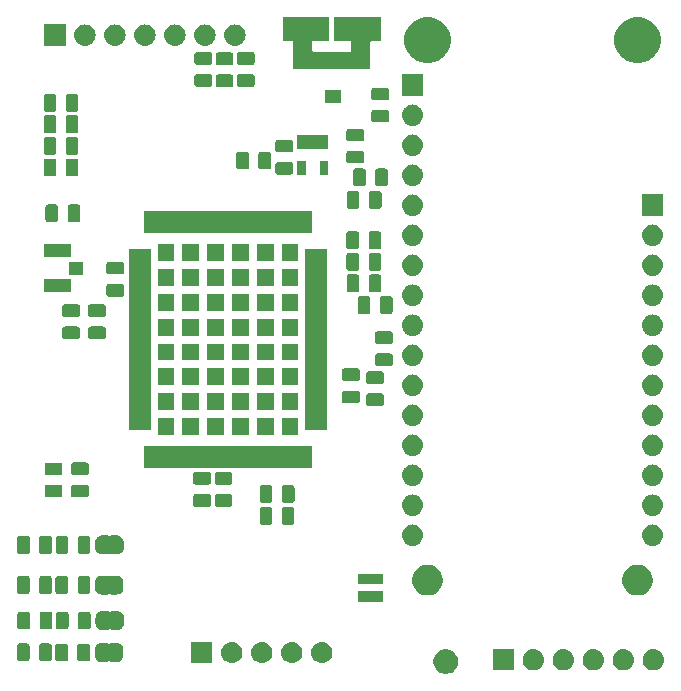
<source format=gbr>
G04 #@! TF.GenerationSoftware,KiCad,Pcbnew,(5.1.4)-1*
G04 #@! TF.CreationDate,2019-11-16T11:50:56-05:00*
G04 #@! TF.ProjectId,Feather-ZED-F9P-GPS,46656174-6865-4722-9d5a-45442d463950,rev?*
G04 #@! TF.SameCoordinates,Original*
G04 #@! TF.FileFunction,Soldermask,Top*
G04 #@! TF.FilePolarity,Negative*
%FSLAX46Y46*%
G04 Gerber Fmt 4.6, Leading zero omitted, Abs format (unit mm)*
G04 Created by KiCad (PCBNEW (5.1.4)-1) date 2019-11-16 11:50:56*
%MOMM*%
%LPD*%
G04 APERTURE LIST*
%ADD10C,0.100000*%
G04 APERTURE END LIST*
D10*
G36*
X85040964Y-98163689D02*
G01*
X85214749Y-98235673D01*
X85232235Y-98242916D01*
X85404373Y-98357935D01*
X85550765Y-98504327D01*
X85665094Y-98675432D01*
X85665785Y-98676467D01*
X85745011Y-98867736D01*
X85785400Y-99070784D01*
X85785400Y-99277816D01*
X85745011Y-99480864D01*
X85665785Y-99672133D01*
X85665784Y-99672135D01*
X85550765Y-99844273D01*
X85404373Y-99990665D01*
X85232235Y-100105684D01*
X85232234Y-100105685D01*
X85232233Y-100105685D01*
X85040964Y-100184911D01*
X84837916Y-100225300D01*
X84630884Y-100225300D01*
X84427836Y-100184911D01*
X84236567Y-100105685D01*
X84236566Y-100105685D01*
X84236565Y-100105684D01*
X84064427Y-99990665D01*
X83918035Y-99844273D01*
X83803016Y-99672135D01*
X83803015Y-99672133D01*
X83723789Y-99480864D01*
X83683400Y-99277816D01*
X83683400Y-99070784D01*
X83723789Y-98867736D01*
X83803015Y-98676467D01*
X83803707Y-98675432D01*
X83918035Y-98504327D01*
X84064427Y-98357935D01*
X84236565Y-98242916D01*
X84254051Y-98235673D01*
X84427836Y-98163689D01*
X84630884Y-98123300D01*
X84837916Y-98123300D01*
X85040964Y-98163689D01*
X85040964Y-98163689D01*
G37*
G36*
X102398610Y-98125150D02*
G01*
X102487827Y-98133937D01*
X102657666Y-98185457D01*
X102814191Y-98269122D01*
X102849929Y-98298452D01*
X102951386Y-98381714D01*
X103034648Y-98483171D01*
X103063978Y-98518909D01*
X103063979Y-98518911D01*
X103130554Y-98643462D01*
X103147643Y-98675434D01*
X103199163Y-98845273D01*
X103216559Y-99021900D01*
X103199163Y-99198527D01*
X103147643Y-99368366D01*
X103063978Y-99524891D01*
X103034648Y-99560629D01*
X102951386Y-99662086D01*
X102849929Y-99745348D01*
X102814191Y-99774678D01*
X102657666Y-99858343D01*
X102487827Y-99909863D01*
X102421642Y-99916382D01*
X102355460Y-99922900D01*
X102266940Y-99922900D01*
X102200758Y-99916382D01*
X102134573Y-99909863D01*
X101964734Y-99858343D01*
X101808209Y-99774678D01*
X101772471Y-99745348D01*
X101671014Y-99662086D01*
X101587752Y-99560629D01*
X101558422Y-99524891D01*
X101474757Y-99368366D01*
X101423237Y-99198527D01*
X101405841Y-99021900D01*
X101423237Y-98845273D01*
X101474757Y-98675434D01*
X101491847Y-98643462D01*
X101558421Y-98518911D01*
X101558422Y-98518909D01*
X101587752Y-98483171D01*
X101671014Y-98381714D01*
X101772471Y-98298452D01*
X101808209Y-98269122D01*
X101964734Y-98185457D01*
X102134573Y-98133937D01*
X102223790Y-98125150D01*
X102266940Y-98120900D01*
X102355460Y-98120900D01*
X102398610Y-98125150D01*
X102398610Y-98125150D01*
G37*
G36*
X90512200Y-99922900D02*
G01*
X88710200Y-99922900D01*
X88710200Y-98120900D01*
X90512200Y-98120900D01*
X90512200Y-99922900D01*
X90512200Y-99922900D01*
G37*
G36*
X92238610Y-98125150D02*
G01*
X92327827Y-98133937D01*
X92497666Y-98185457D01*
X92654191Y-98269122D01*
X92689929Y-98298452D01*
X92791386Y-98381714D01*
X92874648Y-98483171D01*
X92903978Y-98518909D01*
X92903979Y-98518911D01*
X92970554Y-98643462D01*
X92987643Y-98675434D01*
X93039163Y-98845273D01*
X93056559Y-99021900D01*
X93039163Y-99198527D01*
X92987643Y-99368366D01*
X92903978Y-99524891D01*
X92874648Y-99560629D01*
X92791386Y-99662086D01*
X92689929Y-99745348D01*
X92654191Y-99774678D01*
X92497666Y-99858343D01*
X92327827Y-99909863D01*
X92261642Y-99916382D01*
X92195460Y-99922900D01*
X92106940Y-99922900D01*
X92040758Y-99916382D01*
X91974573Y-99909863D01*
X91804734Y-99858343D01*
X91648209Y-99774678D01*
X91612471Y-99745348D01*
X91511014Y-99662086D01*
X91427752Y-99560629D01*
X91398422Y-99524891D01*
X91314757Y-99368366D01*
X91263237Y-99198527D01*
X91245841Y-99021900D01*
X91263237Y-98845273D01*
X91314757Y-98675434D01*
X91331847Y-98643462D01*
X91398421Y-98518911D01*
X91398422Y-98518909D01*
X91427752Y-98483171D01*
X91511014Y-98381714D01*
X91612471Y-98298452D01*
X91648209Y-98269122D01*
X91804734Y-98185457D01*
X91974573Y-98133937D01*
X92063790Y-98125150D01*
X92106940Y-98120900D01*
X92195460Y-98120900D01*
X92238610Y-98125150D01*
X92238610Y-98125150D01*
G37*
G36*
X97318610Y-98125150D02*
G01*
X97407827Y-98133937D01*
X97577666Y-98185457D01*
X97734191Y-98269122D01*
X97769929Y-98298452D01*
X97871386Y-98381714D01*
X97954648Y-98483171D01*
X97983978Y-98518909D01*
X97983979Y-98518911D01*
X98050554Y-98643462D01*
X98067643Y-98675434D01*
X98119163Y-98845273D01*
X98136559Y-99021900D01*
X98119163Y-99198527D01*
X98067643Y-99368366D01*
X97983978Y-99524891D01*
X97954648Y-99560629D01*
X97871386Y-99662086D01*
X97769929Y-99745348D01*
X97734191Y-99774678D01*
X97577666Y-99858343D01*
X97407827Y-99909863D01*
X97341642Y-99916382D01*
X97275460Y-99922900D01*
X97186940Y-99922900D01*
X97120758Y-99916382D01*
X97054573Y-99909863D01*
X96884734Y-99858343D01*
X96728209Y-99774678D01*
X96692471Y-99745348D01*
X96591014Y-99662086D01*
X96507752Y-99560629D01*
X96478422Y-99524891D01*
X96394757Y-99368366D01*
X96343237Y-99198527D01*
X96325841Y-99021900D01*
X96343237Y-98845273D01*
X96394757Y-98675434D01*
X96411847Y-98643462D01*
X96478421Y-98518911D01*
X96478422Y-98518909D01*
X96507752Y-98483171D01*
X96591014Y-98381714D01*
X96692471Y-98298452D01*
X96728209Y-98269122D01*
X96884734Y-98185457D01*
X97054573Y-98133937D01*
X97143790Y-98125150D01*
X97186940Y-98120900D01*
X97275460Y-98120900D01*
X97318610Y-98125150D01*
X97318610Y-98125150D01*
G37*
G36*
X94778610Y-98125150D02*
G01*
X94867827Y-98133937D01*
X95037666Y-98185457D01*
X95194191Y-98269122D01*
X95229929Y-98298452D01*
X95331386Y-98381714D01*
X95414648Y-98483171D01*
X95443978Y-98518909D01*
X95443979Y-98518911D01*
X95510554Y-98643462D01*
X95527643Y-98675434D01*
X95579163Y-98845273D01*
X95596559Y-99021900D01*
X95579163Y-99198527D01*
X95527643Y-99368366D01*
X95443978Y-99524891D01*
X95414648Y-99560629D01*
X95331386Y-99662086D01*
X95229929Y-99745348D01*
X95194191Y-99774678D01*
X95037666Y-99858343D01*
X94867827Y-99909863D01*
X94801642Y-99916382D01*
X94735460Y-99922900D01*
X94646940Y-99922900D01*
X94580758Y-99916382D01*
X94514573Y-99909863D01*
X94344734Y-99858343D01*
X94188209Y-99774678D01*
X94152471Y-99745348D01*
X94051014Y-99662086D01*
X93967752Y-99560629D01*
X93938422Y-99524891D01*
X93854757Y-99368366D01*
X93803237Y-99198527D01*
X93785841Y-99021900D01*
X93803237Y-98845273D01*
X93854757Y-98675434D01*
X93871847Y-98643462D01*
X93938421Y-98518911D01*
X93938422Y-98518909D01*
X93967752Y-98483171D01*
X94051014Y-98381714D01*
X94152471Y-98298452D01*
X94188209Y-98269122D01*
X94344734Y-98185457D01*
X94514573Y-98133937D01*
X94603790Y-98125150D01*
X94646940Y-98120900D01*
X94735460Y-98120900D01*
X94778610Y-98125150D01*
X94778610Y-98125150D01*
G37*
G36*
X99858610Y-98125150D02*
G01*
X99947827Y-98133937D01*
X100117666Y-98185457D01*
X100274191Y-98269122D01*
X100309929Y-98298452D01*
X100411386Y-98381714D01*
X100494648Y-98483171D01*
X100523978Y-98518909D01*
X100523979Y-98518911D01*
X100590554Y-98643462D01*
X100607643Y-98675434D01*
X100659163Y-98845273D01*
X100676559Y-99021900D01*
X100659163Y-99198527D01*
X100607643Y-99368366D01*
X100523978Y-99524891D01*
X100494648Y-99560629D01*
X100411386Y-99662086D01*
X100309929Y-99745348D01*
X100274191Y-99774678D01*
X100117666Y-99858343D01*
X99947827Y-99909863D01*
X99881642Y-99916382D01*
X99815460Y-99922900D01*
X99726940Y-99922900D01*
X99660758Y-99916382D01*
X99594573Y-99909863D01*
X99424734Y-99858343D01*
X99268209Y-99774678D01*
X99232471Y-99745348D01*
X99131014Y-99662086D01*
X99047752Y-99560629D01*
X99018422Y-99524891D01*
X98934757Y-99368366D01*
X98883237Y-99198527D01*
X98865841Y-99021900D01*
X98883237Y-98845273D01*
X98934757Y-98675434D01*
X98951847Y-98643462D01*
X99018421Y-98518911D01*
X99018422Y-98518909D01*
X99047752Y-98483171D01*
X99131014Y-98381714D01*
X99232471Y-98298452D01*
X99268209Y-98269122D01*
X99424734Y-98185457D01*
X99594573Y-98133937D01*
X99683790Y-98125150D01*
X99726940Y-98120900D01*
X99815460Y-98120900D01*
X99858610Y-98125150D01*
X99858610Y-98125150D01*
G37*
G36*
X66734643Y-97517819D02*
G01*
X66800827Y-97524337D01*
X66970666Y-97575857D01*
X67127191Y-97659522D01*
X67162929Y-97688852D01*
X67264386Y-97772114D01*
X67337404Y-97861088D01*
X67376978Y-97909309D01*
X67460643Y-98065834D01*
X67512163Y-98235673D01*
X67529559Y-98412300D01*
X67512163Y-98588927D01*
X67460643Y-98758766D01*
X67376978Y-98915291D01*
X67362052Y-98933478D01*
X67264386Y-99052486D01*
X67169617Y-99130260D01*
X67127191Y-99165078D01*
X66970666Y-99248743D01*
X66800827Y-99300263D01*
X66734642Y-99306782D01*
X66668460Y-99313300D01*
X66579940Y-99313300D01*
X66513758Y-99306782D01*
X66447573Y-99300263D01*
X66277734Y-99248743D01*
X66121209Y-99165078D01*
X66078783Y-99130260D01*
X65984014Y-99052486D01*
X65886348Y-98933478D01*
X65871422Y-98915291D01*
X65787757Y-98758766D01*
X65736237Y-98588927D01*
X65718841Y-98412300D01*
X65736237Y-98235673D01*
X65787757Y-98065834D01*
X65871422Y-97909309D01*
X65910996Y-97861088D01*
X65984014Y-97772114D01*
X66085471Y-97688852D01*
X66121209Y-97659522D01*
X66277734Y-97575857D01*
X66447573Y-97524337D01*
X66513757Y-97517819D01*
X66579940Y-97511300D01*
X66668460Y-97511300D01*
X66734643Y-97517819D01*
X66734643Y-97517819D01*
G37*
G36*
X69274643Y-97517819D02*
G01*
X69340827Y-97524337D01*
X69510666Y-97575857D01*
X69667191Y-97659522D01*
X69702929Y-97688852D01*
X69804386Y-97772114D01*
X69877404Y-97861088D01*
X69916978Y-97909309D01*
X70000643Y-98065834D01*
X70052163Y-98235673D01*
X70069559Y-98412300D01*
X70052163Y-98588927D01*
X70000643Y-98758766D01*
X69916978Y-98915291D01*
X69902052Y-98933478D01*
X69804386Y-99052486D01*
X69709617Y-99130260D01*
X69667191Y-99165078D01*
X69510666Y-99248743D01*
X69340827Y-99300263D01*
X69274642Y-99306782D01*
X69208460Y-99313300D01*
X69119940Y-99313300D01*
X69053758Y-99306782D01*
X68987573Y-99300263D01*
X68817734Y-99248743D01*
X68661209Y-99165078D01*
X68618783Y-99130260D01*
X68524014Y-99052486D01*
X68426348Y-98933478D01*
X68411422Y-98915291D01*
X68327757Y-98758766D01*
X68276237Y-98588927D01*
X68258841Y-98412300D01*
X68276237Y-98235673D01*
X68327757Y-98065834D01*
X68411422Y-97909309D01*
X68450996Y-97861088D01*
X68524014Y-97772114D01*
X68625471Y-97688852D01*
X68661209Y-97659522D01*
X68817734Y-97575857D01*
X68987573Y-97524337D01*
X69053757Y-97517819D01*
X69119940Y-97511300D01*
X69208460Y-97511300D01*
X69274643Y-97517819D01*
X69274643Y-97517819D01*
G37*
G36*
X71814643Y-97517819D02*
G01*
X71880827Y-97524337D01*
X72050666Y-97575857D01*
X72207191Y-97659522D01*
X72242929Y-97688852D01*
X72344386Y-97772114D01*
X72417404Y-97861088D01*
X72456978Y-97909309D01*
X72540643Y-98065834D01*
X72592163Y-98235673D01*
X72609559Y-98412300D01*
X72592163Y-98588927D01*
X72540643Y-98758766D01*
X72456978Y-98915291D01*
X72442052Y-98933478D01*
X72344386Y-99052486D01*
X72249617Y-99130260D01*
X72207191Y-99165078D01*
X72050666Y-99248743D01*
X71880827Y-99300263D01*
X71814642Y-99306782D01*
X71748460Y-99313300D01*
X71659940Y-99313300D01*
X71593758Y-99306782D01*
X71527573Y-99300263D01*
X71357734Y-99248743D01*
X71201209Y-99165078D01*
X71158783Y-99130260D01*
X71064014Y-99052486D01*
X70966348Y-98933478D01*
X70951422Y-98915291D01*
X70867757Y-98758766D01*
X70816237Y-98588927D01*
X70798841Y-98412300D01*
X70816237Y-98235673D01*
X70867757Y-98065834D01*
X70951422Y-97909309D01*
X70990996Y-97861088D01*
X71064014Y-97772114D01*
X71165471Y-97688852D01*
X71201209Y-97659522D01*
X71357734Y-97575857D01*
X71527573Y-97524337D01*
X71593757Y-97517819D01*
X71659940Y-97511300D01*
X71748460Y-97511300D01*
X71814643Y-97517819D01*
X71814643Y-97517819D01*
G37*
G36*
X64985200Y-99313300D02*
G01*
X63183200Y-99313300D01*
X63183200Y-97511300D01*
X64985200Y-97511300D01*
X64985200Y-99313300D01*
X64985200Y-99313300D01*
G37*
G36*
X74354643Y-97517819D02*
G01*
X74420827Y-97524337D01*
X74590666Y-97575857D01*
X74747191Y-97659522D01*
X74782929Y-97688852D01*
X74884386Y-97772114D01*
X74957404Y-97861088D01*
X74996978Y-97909309D01*
X75080643Y-98065834D01*
X75132163Y-98235673D01*
X75149559Y-98412300D01*
X75132163Y-98588927D01*
X75080643Y-98758766D01*
X74996978Y-98915291D01*
X74982052Y-98933478D01*
X74884386Y-99052486D01*
X74789617Y-99130260D01*
X74747191Y-99165078D01*
X74590666Y-99248743D01*
X74420827Y-99300263D01*
X74354642Y-99306782D01*
X74288460Y-99313300D01*
X74199940Y-99313300D01*
X74133758Y-99306782D01*
X74067573Y-99300263D01*
X73897734Y-99248743D01*
X73741209Y-99165078D01*
X73698783Y-99130260D01*
X73604014Y-99052486D01*
X73506348Y-98933478D01*
X73491422Y-98915291D01*
X73407757Y-98758766D01*
X73356237Y-98588927D01*
X73338841Y-98412300D01*
X73356237Y-98235673D01*
X73407757Y-98065834D01*
X73491422Y-97909309D01*
X73530996Y-97861088D01*
X73604014Y-97772114D01*
X73705471Y-97688852D01*
X73741209Y-97659522D01*
X73897734Y-97575857D01*
X74067573Y-97524337D01*
X74133757Y-97517819D01*
X74199940Y-97511300D01*
X74288460Y-97511300D01*
X74354643Y-97517819D01*
X74354643Y-97517819D01*
G37*
G36*
X56095599Y-97599337D02*
G01*
X56105208Y-97602252D01*
X56114072Y-97606990D01*
X56121837Y-97613363D01*
X56132048Y-97625806D01*
X56138978Y-97636175D01*
X56156305Y-97653502D01*
X56176680Y-97667115D01*
X56199320Y-97676491D01*
X56223353Y-97681271D01*
X56247857Y-97681270D01*
X56271890Y-97676488D01*
X56294529Y-97667110D01*
X56314902Y-97653495D01*
X56332229Y-97636168D01*
X56339158Y-97625798D01*
X56349363Y-97613363D01*
X56357128Y-97606990D01*
X56365992Y-97602252D01*
X56375601Y-97599337D01*
X56391740Y-97597748D01*
X56879461Y-97597748D01*
X56897799Y-97599554D01*
X56910050Y-97600156D01*
X56928469Y-97600156D01*
X56950749Y-97602350D01*
X57034833Y-97619076D01*
X57056260Y-97625576D01*
X57135458Y-97658380D01*
X57140903Y-97661291D01*
X57140909Y-97661293D01*
X57149769Y-97666029D01*
X57149773Y-97666032D01*
X57155214Y-97668940D01*
X57226499Y-97716571D01*
X57243804Y-97730772D01*
X57304428Y-97791396D01*
X57318629Y-97808701D01*
X57366260Y-97879986D01*
X57369168Y-97885427D01*
X57369171Y-97885431D01*
X57373907Y-97894291D01*
X57373909Y-97894297D01*
X57376820Y-97899742D01*
X57409624Y-97978940D01*
X57416124Y-98000367D01*
X57432850Y-98084451D01*
X57435044Y-98106731D01*
X57435044Y-98125150D01*
X57435646Y-98137401D01*
X57437452Y-98155739D01*
X57437452Y-98643462D01*
X57435646Y-98661799D01*
X57435044Y-98674050D01*
X57435044Y-98692469D01*
X57432850Y-98714749D01*
X57416124Y-98798833D01*
X57409624Y-98820260D01*
X57376820Y-98899458D01*
X57373909Y-98904903D01*
X57373907Y-98904909D01*
X57369171Y-98913769D01*
X57369168Y-98913773D01*
X57366260Y-98919214D01*
X57318629Y-98990499D01*
X57304428Y-99007804D01*
X57243804Y-99068428D01*
X57226499Y-99082629D01*
X57155214Y-99130260D01*
X57149773Y-99133168D01*
X57149769Y-99133171D01*
X57140909Y-99137907D01*
X57140903Y-99137909D01*
X57135458Y-99140820D01*
X57056260Y-99173624D01*
X57034833Y-99180124D01*
X56950749Y-99196850D01*
X56928469Y-99199044D01*
X56910050Y-99199044D01*
X56897799Y-99199646D01*
X56879462Y-99201452D01*
X56391740Y-99201452D01*
X56375601Y-99199863D01*
X56365992Y-99196948D01*
X56357128Y-99192210D01*
X56349363Y-99185837D01*
X56339152Y-99173394D01*
X56332222Y-99163025D01*
X56314895Y-99145698D01*
X56294520Y-99132085D01*
X56271880Y-99122709D01*
X56247847Y-99117929D01*
X56223343Y-99117930D01*
X56199310Y-99122712D01*
X56176671Y-99132090D01*
X56156298Y-99145705D01*
X56138971Y-99163032D01*
X56132042Y-99173402D01*
X56121837Y-99185837D01*
X56114072Y-99192210D01*
X56105208Y-99196948D01*
X56095599Y-99199863D01*
X56079460Y-99201452D01*
X55591738Y-99201452D01*
X55573401Y-99199646D01*
X55561150Y-99199044D01*
X55542731Y-99199044D01*
X55520451Y-99196850D01*
X55436367Y-99180124D01*
X55414940Y-99173624D01*
X55335742Y-99140820D01*
X55330297Y-99137909D01*
X55330291Y-99137907D01*
X55321431Y-99133171D01*
X55321427Y-99133168D01*
X55315986Y-99130260D01*
X55244701Y-99082629D01*
X55227396Y-99068428D01*
X55166772Y-99007804D01*
X55152571Y-98990499D01*
X55104940Y-98919214D01*
X55102032Y-98913773D01*
X55102029Y-98913769D01*
X55097293Y-98904909D01*
X55097291Y-98904903D01*
X55094380Y-98899458D01*
X55061576Y-98820260D01*
X55055076Y-98798833D01*
X55038350Y-98714749D01*
X55036156Y-98692469D01*
X55036156Y-98674050D01*
X55035554Y-98661799D01*
X55033748Y-98643462D01*
X55033748Y-98155739D01*
X55035554Y-98137401D01*
X55036156Y-98125150D01*
X55036156Y-98106731D01*
X55038350Y-98084451D01*
X55055076Y-98000367D01*
X55061576Y-97978940D01*
X55094380Y-97899742D01*
X55097291Y-97894297D01*
X55097293Y-97894291D01*
X55102029Y-97885431D01*
X55102032Y-97885427D01*
X55104940Y-97879986D01*
X55152571Y-97808701D01*
X55166772Y-97791396D01*
X55227396Y-97730772D01*
X55244701Y-97716571D01*
X55315986Y-97668940D01*
X55321427Y-97666032D01*
X55321431Y-97666029D01*
X55330291Y-97661293D01*
X55330297Y-97661291D01*
X55335742Y-97658380D01*
X55414940Y-97625576D01*
X55436367Y-97619076D01*
X55520451Y-97602350D01*
X55542731Y-97600156D01*
X55561150Y-97600156D01*
X55573401Y-97599554D01*
X55591739Y-97597748D01*
X56079460Y-97597748D01*
X56095599Y-97599337D01*
X56095599Y-97599337D01*
G37*
G36*
X52583968Y-97653165D02*
G01*
X52622638Y-97664896D01*
X52658277Y-97683946D01*
X52689517Y-97709583D01*
X52715154Y-97740823D01*
X52734204Y-97776462D01*
X52745935Y-97815132D01*
X52750500Y-97861488D01*
X52750500Y-98937712D01*
X52745935Y-98984068D01*
X52734204Y-99022738D01*
X52715154Y-99058377D01*
X52689517Y-99089617D01*
X52658277Y-99115254D01*
X52622638Y-99134304D01*
X52583968Y-99146035D01*
X52537612Y-99150600D01*
X51886388Y-99150600D01*
X51840032Y-99146035D01*
X51801362Y-99134304D01*
X51765723Y-99115254D01*
X51734483Y-99089617D01*
X51708846Y-99058377D01*
X51689796Y-99022738D01*
X51678065Y-98984068D01*
X51673500Y-98937712D01*
X51673500Y-97861488D01*
X51678065Y-97815132D01*
X51689796Y-97776462D01*
X51708846Y-97740823D01*
X51734483Y-97709583D01*
X51765723Y-97683946D01*
X51801362Y-97664896D01*
X51840032Y-97653165D01*
X51886388Y-97648600D01*
X52537612Y-97648600D01*
X52583968Y-97653165D01*
X52583968Y-97653165D01*
G37*
G36*
X54458968Y-97653165D02*
G01*
X54497638Y-97664896D01*
X54533277Y-97683946D01*
X54564517Y-97709583D01*
X54590154Y-97740823D01*
X54609204Y-97776462D01*
X54620935Y-97815132D01*
X54625500Y-97861488D01*
X54625500Y-98937712D01*
X54620935Y-98984068D01*
X54609204Y-99022738D01*
X54590154Y-99058377D01*
X54564517Y-99089617D01*
X54533277Y-99115254D01*
X54497638Y-99134304D01*
X54458968Y-99146035D01*
X54412612Y-99150600D01*
X53761388Y-99150600D01*
X53715032Y-99146035D01*
X53676362Y-99134304D01*
X53640723Y-99115254D01*
X53609483Y-99089617D01*
X53583846Y-99058377D01*
X53564796Y-99022738D01*
X53553065Y-98984068D01*
X53548500Y-98937712D01*
X53548500Y-97861488D01*
X53553065Y-97815132D01*
X53564796Y-97776462D01*
X53583846Y-97740823D01*
X53609483Y-97709583D01*
X53640723Y-97683946D01*
X53676362Y-97664896D01*
X53715032Y-97653165D01*
X53761388Y-97648600D01*
X54412612Y-97648600D01*
X54458968Y-97653165D01*
X54458968Y-97653165D01*
G37*
G36*
X49332768Y-97648931D02*
G01*
X49371438Y-97660662D01*
X49407077Y-97679712D01*
X49438317Y-97705349D01*
X49463954Y-97736589D01*
X49483004Y-97772228D01*
X49494735Y-97810898D01*
X49499300Y-97857254D01*
X49499300Y-98933478D01*
X49494735Y-98979834D01*
X49483004Y-99018504D01*
X49463954Y-99054143D01*
X49438317Y-99085383D01*
X49407077Y-99111020D01*
X49371438Y-99130070D01*
X49332768Y-99141801D01*
X49286412Y-99146366D01*
X48635188Y-99146366D01*
X48588832Y-99141801D01*
X48550162Y-99130070D01*
X48514523Y-99111020D01*
X48483283Y-99085383D01*
X48457646Y-99054143D01*
X48438596Y-99018504D01*
X48426865Y-98979834D01*
X48422300Y-98933478D01*
X48422300Y-97857254D01*
X48426865Y-97810898D01*
X48438596Y-97772228D01*
X48457646Y-97736589D01*
X48483283Y-97705349D01*
X48514523Y-97679712D01*
X48550162Y-97660662D01*
X48588832Y-97648931D01*
X48635188Y-97644366D01*
X49286412Y-97644366D01*
X49332768Y-97648931D01*
X49332768Y-97648931D01*
G37*
G36*
X51207768Y-97648931D02*
G01*
X51246438Y-97660662D01*
X51282077Y-97679712D01*
X51313317Y-97705349D01*
X51338954Y-97736589D01*
X51358004Y-97772228D01*
X51369735Y-97810898D01*
X51374300Y-97857254D01*
X51374300Y-98933478D01*
X51369735Y-98979834D01*
X51358004Y-99018504D01*
X51338954Y-99054143D01*
X51313317Y-99085383D01*
X51282077Y-99111020D01*
X51246438Y-99130070D01*
X51207768Y-99141801D01*
X51161412Y-99146366D01*
X50510188Y-99146366D01*
X50463832Y-99141801D01*
X50425162Y-99130070D01*
X50389523Y-99111020D01*
X50358283Y-99085383D01*
X50332646Y-99054143D01*
X50313596Y-99018504D01*
X50301865Y-98979834D01*
X50297300Y-98933478D01*
X50297300Y-97857254D01*
X50301865Y-97810898D01*
X50313596Y-97772228D01*
X50332646Y-97736589D01*
X50358283Y-97705349D01*
X50389523Y-97679712D01*
X50425162Y-97660662D01*
X50463832Y-97648931D01*
X50510188Y-97644366D01*
X51161412Y-97644366D01*
X51207768Y-97648931D01*
X51207768Y-97648931D01*
G37*
G36*
X56146399Y-94894237D02*
G01*
X56156008Y-94897152D01*
X56164872Y-94901890D01*
X56172637Y-94908263D01*
X56182848Y-94920706D01*
X56189778Y-94931075D01*
X56207105Y-94948402D01*
X56227480Y-94962015D01*
X56250120Y-94971391D01*
X56274153Y-94976171D01*
X56298657Y-94976170D01*
X56322690Y-94971388D01*
X56345329Y-94962010D01*
X56365702Y-94948395D01*
X56383029Y-94931068D01*
X56389958Y-94920698D01*
X56400163Y-94908263D01*
X56407928Y-94901890D01*
X56416792Y-94897152D01*
X56426401Y-94894237D01*
X56442540Y-94892648D01*
X56930261Y-94892648D01*
X56948599Y-94894454D01*
X56960850Y-94895056D01*
X56979269Y-94895056D01*
X57001549Y-94897250D01*
X57085633Y-94913976D01*
X57107060Y-94920476D01*
X57186258Y-94953280D01*
X57191703Y-94956191D01*
X57191709Y-94956193D01*
X57200569Y-94960929D01*
X57200573Y-94960932D01*
X57206014Y-94963840D01*
X57277299Y-95011471D01*
X57294604Y-95025672D01*
X57355228Y-95086296D01*
X57369429Y-95103601D01*
X57417060Y-95174886D01*
X57419968Y-95180327D01*
X57419971Y-95180331D01*
X57424707Y-95189191D01*
X57424709Y-95189197D01*
X57427620Y-95194642D01*
X57460424Y-95273840D01*
X57466924Y-95295267D01*
X57483650Y-95379351D01*
X57485844Y-95401631D01*
X57485844Y-95420050D01*
X57486446Y-95432301D01*
X57488252Y-95450639D01*
X57488252Y-95938362D01*
X57486446Y-95956699D01*
X57485844Y-95968950D01*
X57485844Y-95987369D01*
X57483650Y-96009649D01*
X57466924Y-96093733D01*
X57460424Y-96115160D01*
X57427620Y-96194358D01*
X57424709Y-96199803D01*
X57424707Y-96199809D01*
X57419971Y-96208669D01*
X57419968Y-96208673D01*
X57417060Y-96214114D01*
X57369429Y-96285399D01*
X57355228Y-96302704D01*
X57294604Y-96363328D01*
X57277299Y-96377529D01*
X57206014Y-96425160D01*
X57200573Y-96428068D01*
X57200569Y-96428071D01*
X57191709Y-96432807D01*
X57191703Y-96432809D01*
X57186258Y-96435720D01*
X57107060Y-96468524D01*
X57085633Y-96475024D01*
X57001549Y-96491750D01*
X56979269Y-96493944D01*
X56960850Y-96493944D01*
X56948599Y-96494546D01*
X56930262Y-96496352D01*
X56442540Y-96496352D01*
X56426401Y-96494763D01*
X56416792Y-96491848D01*
X56407928Y-96487110D01*
X56400163Y-96480737D01*
X56389952Y-96468294D01*
X56383022Y-96457925D01*
X56365695Y-96440598D01*
X56345320Y-96426985D01*
X56322680Y-96417609D01*
X56298647Y-96412829D01*
X56274143Y-96412830D01*
X56250110Y-96417612D01*
X56227471Y-96426990D01*
X56207098Y-96440605D01*
X56189771Y-96457932D01*
X56182842Y-96468302D01*
X56172637Y-96480737D01*
X56164872Y-96487110D01*
X56156008Y-96491848D01*
X56146399Y-96494763D01*
X56130260Y-96496352D01*
X55642538Y-96496352D01*
X55624201Y-96494546D01*
X55611950Y-96493944D01*
X55593531Y-96493944D01*
X55571251Y-96491750D01*
X55487167Y-96475024D01*
X55465740Y-96468524D01*
X55386542Y-96435720D01*
X55381097Y-96432809D01*
X55381091Y-96432807D01*
X55372231Y-96428071D01*
X55372227Y-96428068D01*
X55366786Y-96425160D01*
X55295501Y-96377529D01*
X55278196Y-96363328D01*
X55217572Y-96302704D01*
X55203371Y-96285399D01*
X55155740Y-96214114D01*
X55152832Y-96208673D01*
X55152829Y-96208669D01*
X55148093Y-96199809D01*
X55148091Y-96199803D01*
X55145180Y-96194358D01*
X55112376Y-96115160D01*
X55105876Y-96093733D01*
X55089150Y-96009649D01*
X55086956Y-95987369D01*
X55086956Y-95968950D01*
X55086354Y-95956699D01*
X55084548Y-95938362D01*
X55084548Y-95450639D01*
X55086354Y-95432301D01*
X55086956Y-95420050D01*
X55086956Y-95401631D01*
X55089150Y-95379351D01*
X55105876Y-95295267D01*
X55112376Y-95273840D01*
X55145180Y-95194642D01*
X55148091Y-95189197D01*
X55148093Y-95189191D01*
X55152829Y-95180331D01*
X55152832Y-95180327D01*
X55155740Y-95174886D01*
X55203371Y-95103601D01*
X55217572Y-95086296D01*
X55278196Y-95025672D01*
X55295501Y-95011471D01*
X55366786Y-94963840D01*
X55372227Y-94960932D01*
X55372231Y-94960929D01*
X55381091Y-94956193D01*
X55381097Y-94956191D01*
X55386542Y-94953280D01*
X55465740Y-94920476D01*
X55487167Y-94913976D01*
X55571251Y-94897250D01*
X55593531Y-94895056D01*
X55611950Y-94895056D01*
X55624201Y-94894454D01*
X55642539Y-94892648D01*
X56130260Y-94892648D01*
X56146399Y-94894237D01*
X56146399Y-94894237D01*
G37*
G36*
X51258568Y-94948065D02*
G01*
X51297238Y-94959796D01*
X51332877Y-94978846D01*
X51364117Y-95004483D01*
X51389754Y-95035723D01*
X51408804Y-95071362D01*
X51420535Y-95110032D01*
X51425100Y-95156388D01*
X51425100Y-96232612D01*
X51420535Y-96278968D01*
X51408804Y-96317638D01*
X51389754Y-96353277D01*
X51364117Y-96384517D01*
X51332877Y-96410154D01*
X51297238Y-96429204D01*
X51258568Y-96440935D01*
X51212212Y-96445500D01*
X50560988Y-96445500D01*
X50514632Y-96440935D01*
X50475962Y-96429204D01*
X50440323Y-96410154D01*
X50409083Y-96384517D01*
X50383446Y-96353277D01*
X50364396Y-96317638D01*
X50352665Y-96278968D01*
X50348100Y-96232612D01*
X50348100Y-95156388D01*
X50352665Y-95110032D01*
X50364396Y-95071362D01*
X50383446Y-95035723D01*
X50409083Y-95004483D01*
X50440323Y-94978846D01*
X50475962Y-94959796D01*
X50514632Y-94948065D01*
X50560988Y-94943500D01*
X51212212Y-94943500D01*
X51258568Y-94948065D01*
X51258568Y-94948065D01*
G37*
G36*
X49383568Y-94948065D02*
G01*
X49422238Y-94959796D01*
X49457877Y-94978846D01*
X49489117Y-95004483D01*
X49514754Y-95035723D01*
X49533804Y-95071362D01*
X49545535Y-95110032D01*
X49550100Y-95156388D01*
X49550100Y-96232612D01*
X49545535Y-96278968D01*
X49533804Y-96317638D01*
X49514754Y-96353277D01*
X49489117Y-96384517D01*
X49457877Y-96410154D01*
X49422238Y-96429204D01*
X49383568Y-96440935D01*
X49337212Y-96445500D01*
X48685988Y-96445500D01*
X48639632Y-96440935D01*
X48600962Y-96429204D01*
X48565323Y-96410154D01*
X48534083Y-96384517D01*
X48508446Y-96353277D01*
X48489396Y-96317638D01*
X48477665Y-96278968D01*
X48473100Y-96232612D01*
X48473100Y-95156388D01*
X48477665Y-95110032D01*
X48489396Y-95071362D01*
X48508446Y-95035723D01*
X48534083Y-95004483D01*
X48565323Y-94978846D01*
X48600962Y-94959796D01*
X48639632Y-94948065D01*
X48685988Y-94943500D01*
X49337212Y-94943500D01*
X49383568Y-94948065D01*
X49383568Y-94948065D01*
G37*
G36*
X52634768Y-94948065D02*
G01*
X52673438Y-94959796D01*
X52709077Y-94978846D01*
X52740317Y-95004483D01*
X52765954Y-95035723D01*
X52785004Y-95071362D01*
X52796735Y-95110032D01*
X52801300Y-95156388D01*
X52801300Y-96232612D01*
X52796735Y-96278968D01*
X52785004Y-96317638D01*
X52765954Y-96353277D01*
X52740317Y-96384517D01*
X52709077Y-96410154D01*
X52673438Y-96429204D01*
X52634768Y-96440935D01*
X52588412Y-96445500D01*
X51937188Y-96445500D01*
X51890832Y-96440935D01*
X51852162Y-96429204D01*
X51816523Y-96410154D01*
X51785283Y-96384517D01*
X51759646Y-96353277D01*
X51740596Y-96317638D01*
X51728865Y-96278968D01*
X51724300Y-96232612D01*
X51724300Y-95156388D01*
X51728865Y-95110032D01*
X51740596Y-95071362D01*
X51759646Y-95035723D01*
X51785283Y-95004483D01*
X51816523Y-94978846D01*
X51852162Y-94959796D01*
X51890832Y-94948065D01*
X51937188Y-94943500D01*
X52588412Y-94943500D01*
X52634768Y-94948065D01*
X52634768Y-94948065D01*
G37*
G36*
X54509768Y-94948065D02*
G01*
X54548438Y-94959796D01*
X54584077Y-94978846D01*
X54615317Y-95004483D01*
X54640954Y-95035723D01*
X54660004Y-95071362D01*
X54671735Y-95110032D01*
X54676300Y-95156388D01*
X54676300Y-96232612D01*
X54671735Y-96278968D01*
X54660004Y-96317638D01*
X54640954Y-96353277D01*
X54615317Y-96384517D01*
X54584077Y-96410154D01*
X54548438Y-96429204D01*
X54509768Y-96440935D01*
X54463412Y-96445500D01*
X53812188Y-96445500D01*
X53765832Y-96440935D01*
X53727162Y-96429204D01*
X53691523Y-96410154D01*
X53660283Y-96384517D01*
X53634646Y-96353277D01*
X53615596Y-96317638D01*
X53603865Y-96278968D01*
X53599300Y-96232612D01*
X53599300Y-95156388D01*
X53603865Y-95110032D01*
X53615596Y-95071362D01*
X53634646Y-95035723D01*
X53660283Y-95004483D01*
X53691523Y-94978846D01*
X53727162Y-94959796D01*
X53765832Y-94948065D01*
X53812188Y-94943500D01*
X54463412Y-94943500D01*
X54509768Y-94948065D01*
X54509768Y-94948065D01*
G37*
G36*
X79435400Y-94126900D02*
G01*
X77333400Y-94126900D01*
X77333400Y-93224900D01*
X79435400Y-93224900D01*
X79435400Y-94126900D01*
X79435400Y-94126900D01*
G37*
G36*
X101357187Y-91027196D02*
G01*
X101593953Y-91125268D01*
X101593955Y-91125269D01*
X101807039Y-91267647D01*
X101988253Y-91448861D01*
X102130632Y-91661947D01*
X102228704Y-91898713D01*
X102278700Y-92150061D01*
X102278700Y-92406339D01*
X102228704Y-92657687D01*
X102130632Y-92894453D01*
X102130631Y-92894455D01*
X101988253Y-93107539D01*
X101807039Y-93288753D01*
X101593955Y-93431131D01*
X101593954Y-93431132D01*
X101593953Y-93431132D01*
X101357187Y-93529204D01*
X101105839Y-93579200D01*
X100849561Y-93579200D01*
X100598213Y-93529204D01*
X100361447Y-93431132D01*
X100361446Y-93431132D01*
X100361445Y-93431131D01*
X100148361Y-93288753D01*
X99967147Y-93107539D01*
X99824769Y-92894455D01*
X99824768Y-92894453D01*
X99726696Y-92657687D01*
X99676700Y-92406339D01*
X99676700Y-92150061D01*
X99726696Y-91898713D01*
X99824768Y-91661947D01*
X99967147Y-91448861D01*
X100148361Y-91267647D01*
X100361445Y-91125269D01*
X100361447Y-91125268D01*
X100598213Y-91027196D01*
X100849561Y-90977200D01*
X101105839Y-90977200D01*
X101357187Y-91027196D01*
X101357187Y-91027196D01*
G37*
G36*
X83577187Y-91027196D02*
G01*
X83813953Y-91125268D01*
X83813955Y-91125269D01*
X84027039Y-91267647D01*
X84208253Y-91448861D01*
X84350632Y-91661947D01*
X84448704Y-91898713D01*
X84498700Y-92150061D01*
X84498700Y-92406339D01*
X84448704Y-92657687D01*
X84350632Y-92894453D01*
X84350631Y-92894455D01*
X84208253Y-93107539D01*
X84027039Y-93288753D01*
X83813955Y-93431131D01*
X83813954Y-93431132D01*
X83813953Y-93431132D01*
X83577187Y-93529204D01*
X83325839Y-93579200D01*
X83069561Y-93579200D01*
X82818213Y-93529204D01*
X82581447Y-93431132D01*
X82581446Y-93431132D01*
X82581445Y-93431131D01*
X82368361Y-93288753D01*
X82187147Y-93107539D01*
X82044769Y-92894455D01*
X82044768Y-92894453D01*
X81946696Y-92657687D01*
X81896700Y-92406339D01*
X81896700Y-92150061D01*
X81946696Y-91898713D01*
X82044768Y-91661947D01*
X82187147Y-91448861D01*
X82368361Y-91267647D01*
X82581445Y-91125269D01*
X82581447Y-91125268D01*
X82818213Y-91027196D01*
X83069561Y-90977200D01*
X83325839Y-90977200D01*
X83577187Y-91027196D01*
X83577187Y-91027196D01*
G37*
G36*
X56108299Y-91897037D02*
G01*
X56117908Y-91899952D01*
X56126772Y-91904690D01*
X56134537Y-91911063D01*
X56144748Y-91923506D01*
X56151678Y-91933875D01*
X56169005Y-91951202D01*
X56189380Y-91964815D01*
X56212020Y-91974191D01*
X56236053Y-91978971D01*
X56260557Y-91978970D01*
X56284590Y-91974188D01*
X56307229Y-91964810D01*
X56327602Y-91951195D01*
X56344929Y-91933868D01*
X56351858Y-91923498D01*
X56362063Y-91911063D01*
X56369828Y-91904690D01*
X56378692Y-91899952D01*
X56388301Y-91897037D01*
X56404440Y-91895448D01*
X56892161Y-91895448D01*
X56910499Y-91897254D01*
X56922750Y-91897856D01*
X56941169Y-91897856D01*
X56963449Y-91900050D01*
X57047533Y-91916776D01*
X57068960Y-91923276D01*
X57148158Y-91956080D01*
X57153603Y-91958991D01*
X57153609Y-91958993D01*
X57162469Y-91963729D01*
X57162473Y-91963732D01*
X57167914Y-91966640D01*
X57239199Y-92014271D01*
X57256504Y-92028472D01*
X57317128Y-92089096D01*
X57331329Y-92106401D01*
X57378960Y-92177686D01*
X57381868Y-92183127D01*
X57381871Y-92183131D01*
X57386607Y-92191991D01*
X57386609Y-92191997D01*
X57389520Y-92197442D01*
X57422324Y-92276640D01*
X57428824Y-92298067D01*
X57445550Y-92382151D01*
X57447744Y-92404431D01*
X57447744Y-92422850D01*
X57448346Y-92435101D01*
X57450152Y-92453439D01*
X57450152Y-92941162D01*
X57448346Y-92959499D01*
X57447744Y-92971750D01*
X57447744Y-92990169D01*
X57445550Y-93012449D01*
X57428824Y-93096533D01*
X57422324Y-93117960D01*
X57389520Y-93197158D01*
X57386609Y-93202603D01*
X57386607Y-93202609D01*
X57381871Y-93211469D01*
X57381868Y-93211473D01*
X57378960Y-93216914D01*
X57331329Y-93288199D01*
X57317128Y-93305504D01*
X57256504Y-93366128D01*
X57239199Y-93380329D01*
X57167914Y-93427960D01*
X57162473Y-93430868D01*
X57162469Y-93430871D01*
X57153609Y-93435607D01*
X57153603Y-93435609D01*
X57148158Y-93438520D01*
X57068960Y-93471324D01*
X57047533Y-93477824D01*
X56963449Y-93494550D01*
X56941169Y-93496744D01*
X56922750Y-93496744D01*
X56910499Y-93497346D01*
X56892162Y-93499152D01*
X56404440Y-93499152D01*
X56388301Y-93497563D01*
X56378692Y-93494648D01*
X56369828Y-93489910D01*
X56362063Y-93483537D01*
X56351852Y-93471094D01*
X56344922Y-93460725D01*
X56327595Y-93443398D01*
X56307220Y-93429785D01*
X56284580Y-93420409D01*
X56260547Y-93415629D01*
X56236043Y-93415630D01*
X56212010Y-93420412D01*
X56189371Y-93429790D01*
X56168998Y-93443405D01*
X56151671Y-93460732D01*
X56144742Y-93471102D01*
X56134537Y-93483537D01*
X56126772Y-93489910D01*
X56117908Y-93494648D01*
X56108299Y-93497563D01*
X56092160Y-93499152D01*
X55604438Y-93499152D01*
X55586101Y-93497346D01*
X55573850Y-93496744D01*
X55555431Y-93496744D01*
X55533151Y-93494550D01*
X55449067Y-93477824D01*
X55427640Y-93471324D01*
X55348442Y-93438520D01*
X55342997Y-93435609D01*
X55342991Y-93435607D01*
X55334131Y-93430871D01*
X55334127Y-93430868D01*
X55328686Y-93427960D01*
X55257401Y-93380329D01*
X55240096Y-93366128D01*
X55179472Y-93305504D01*
X55165271Y-93288199D01*
X55117640Y-93216914D01*
X55114732Y-93211473D01*
X55114729Y-93211469D01*
X55109993Y-93202609D01*
X55109991Y-93202603D01*
X55107080Y-93197158D01*
X55074276Y-93117960D01*
X55067776Y-93096533D01*
X55051050Y-93012449D01*
X55048856Y-92990169D01*
X55048856Y-92971750D01*
X55048254Y-92959499D01*
X55046448Y-92941162D01*
X55046448Y-92453439D01*
X55048254Y-92435101D01*
X55048856Y-92422850D01*
X55048856Y-92404431D01*
X55051050Y-92382151D01*
X55067776Y-92298067D01*
X55074276Y-92276640D01*
X55107080Y-92197442D01*
X55109991Y-92191997D01*
X55109993Y-92191991D01*
X55114729Y-92183131D01*
X55114732Y-92183127D01*
X55117640Y-92177686D01*
X55165271Y-92106401D01*
X55179472Y-92089096D01*
X55240096Y-92028472D01*
X55257401Y-92014271D01*
X55328686Y-91966640D01*
X55334127Y-91963732D01*
X55334131Y-91963729D01*
X55342991Y-91958993D01*
X55342997Y-91958991D01*
X55348442Y-91956080D01*
X55427640Y-91923276D01*
X55449067Y-91916776D01*
X55533151Y-91900050D01*
X55555431Y-91897856D01*
X55573850Y-91897856D01*
X55586101Y-91897254D01*
X55604439Y-91895448D01*
X56092160Y-91895448D01*
X56108299Y-91897037D01*
X56108299Y-91897037D01*
G37*
G36*
X52596668Y-91950865D02*
G01*
X52635338Y-91962596D01*
X52670977Y-91981646D01*
X52702217Y-92007283D01*
X52727854Y-92038523D01*
X52746904Y-92074162D01*
X52758635Y-92112832D01*
X52763200Y-92159188D01*
X52763200Y-93235412D01*
X52758635Y-93281768D01*
X52746904Y-93320438D01*
X52727854Y-93356077D01*
X52702217Y-93387317D01*
X52670977Y-93412954D01*
X52635338Y-93432004D01*
X52596668Y-93443735D01*
X52550312Y-93448300D01*
X51899088Y-93448300D01*
X51852732Y-93443735D01*
X51814062Y-93432004D01*
X51778423Y-93412954D01*
X51747183Y-93387317D01*
X51721546Y-93356077D01*
X51702496Y-93320438D01*
X51690765Y-93281768D01*
X51686200Y-93235412D01*
X51686200Y-92159188D01*
X51690765Y-92112832D01*
X51702496Y-92074162D01*
X51721546Y-92038523D01*
X51747183Y-92007283D01*
X51778423Y-91981646D01*
X51814062Y-91962596D01*
X51852732Y-91950865D01*
X51899088Y-91946300D01*
X52550312Y-91946300D01*
X52596668Y-91950865D01*
X52596668Y-91950865D01*
G37*
G36*
X54471668Y-91950865D02*
G01*
X54510338Y-91962596D01*
X54545977Y-91981646D01*
X54577217Y-92007283D01*
X54602854Y-92038523D01*
X54621904Y-92074162D01*
X54633635Y-92112832D01*
X54638200Y-92159188D01*
X54638200Y-93235412D01*
X54633635Y-93281768D01*
X54621904Y-93320438D01*
X54602854Y-93356077D01*
X54577217Y-93387317D01*
X54545977Y-93412954D01*
X54510338Y-93432004D01*
X54471668Y-93443735D01*
X54425312Y-93448300D01*
X53774088Y-93448300D01*
X53727732Y-93443735D01*
X53689062Y-93432004D01*
X53653423Y-93412954D01*
X53622183Y-93387317D01*
X53596546Y-93356077D01*
X53577496Y-93320438D01*
X53565765Y-93281768D01*
X53561200Y-93235412D01*
X53561200Y-92159188D01*
X53565765Y-92112832D01*
X53577496Y-92074162D01*
X53596546Y-92038523D01*
X53622183Y-92007283D01*
X53653423Y-91981646D01*
X53689062Y-91962596D01*
X53727732Y-91950865D01*
X53774088Y-91946300D01*
X54425312Y-91946300D01*
X54471668Y-91950865D01*
X54471668Y-91950865D01*
G37*
G36*
X49345468Y-91942398D02*
G01*
X49384138Y-91954129D01*
X49419777Y-91973179D01*
X49451017Y-91998816D01*
X49476654Y-92030056D01*
X49495704Y-92065695D01*
X49507435Y-92104365D01*
X49512000Y-92150721D01*
X49512000Y-93226945D01*
X49507435Y-93273301D01*
X49495704Y-93311971D01*
X49476654Y-93347610D01*
X49451017Y-93378850D01*
X49419777Y-93404487D01*
X49384138Y-93423537D01*
X49345468Y-93435268D01*
X49299112Y-93439833D01*
X48647888Y-93439833D01*
X48601532Y-93435268D01*
X48562862Y-93423537D01*
X48527223Y-93404487D01*
X48495983Y-93378850D01*
X48470346Y-93347610D01*
X48451296Y-93311971D01*
X48439565Y-93273301D01*
X48435000Y-93226945D01*
X48435000Y-92150721D01*
X48439565Y-92104365D01*
X48451296Y-92065695D01*
X48470346Y-92030056D01*
X48495983Y-91998816D01*
X48527223Y-91973179D01*
X48562862Y-91954129D01*
X48601532Y-91942398D01*
X48647888Y-91937833D01*
X49299112Y-91937833D01*
X49345468Y-91942398D01*
X49345468Y-91942398D01*
G37*
G36*
X51220468Y-91942398D02*
G01*
X51259138Y-91954129D01*
X51294777Y-91973179D01*
X51326017Y-91998816D01*
X51351654Y-92030056D01*
X51370704Y-92065695D01*
X51382435Y-92104365D01*
X51387000Y-92150721D01*
X51387000Y-93226945D01*
X51382435Y-93273301D01*
X51370704Y-93311971D01*
X51351654Y-93347610D01*
X51326017Y-93378850D01*
X51294777Y-93404487D01*
X51259138Y-93423537D01*
X51220468Y-93435268D01*
X51174112Y-93439833D01*
X50522888Y-93439833D01*
X50476532Y-93435268D01*
X50437862Y-93423537D01*
X50402223Y-93404487D01*
X50370983Y-93378850D01*
X50345346Y-93347610D01*
X50326296Y-93311971D01*
X50314565Y-93273301D01*
X50310000Y-93226945D01*
X50310000Y-92150721D01*
X50314565Y-92104365D01*
X50326296Y-92065695D01*
X50345346Y-92030056D01*
X50370983Y-91998816D01*
X50402223Y-91973179D01*
X50437862Y-91954129D01*
X50476532Y-91942398D01*
X50522888Y-91937833D01*
X51174112Y-91937833D01*
X51220468Y-91942398D01*
X51220468Y-91942398D01*
G37*
G36*
X79435400Y-92626900D02*
G01*
X77333400Y-92626900D01*
X77333400Y-91724900D01*
X79435400Y-91724900D01*
X79435400Y-92626900D01*
X79435400Y-92626900D01*
G37*
G36*
X56120999Y-88493437D02*
G01*
X56130608Y-88496352D01*
X56139472Y-88501090D01*
X56147237Y-88507463D01*
X56157448Y-88519906D01*
X56164378Y-88530275D01*
X56181705Y-88547602D01*
X56202080Y-88561215D01*
X56224720Y-88570591D01*
X56248753Y-88575371D01*
X56273257Y-88575370D01*
X56297290Y-88570588D01*
X56319929Y-88561210D01*
X56340302Y-88547595D01*
X56357629Y-88530268D01*
X56364558Y-88519898D01*
X56374763Y-88507463D01*
X56382528Y-88501090D01*
X56391392Y-88496352D01*
X56401001Y-88493437D01*
X56417140Y-88491848D01*
X56904861Y-88491848D01*
X56923199Y-88493654D01*
X56935450Y-88494256D01*
X56953869Y-88494256D01*
X56976149Y-88496450D01*
X57060233Y-88513176D01*
X57081660Y-88519676D01*
X57160858Y-88552480D01*
X57166303Y-88555391D01*
X57166309Y-88555393D01*
X57175169Y-88560129D01*
X57175173Y-88560132D01*
X57180614Y-88563040D01*
X57251899Y-88610671D01*
X57269204Y-88624872D01*
X57329828Y-88685496D01*
X57344029Y-88702801D01*
X57391660Y-88774086D01*
X57394568Y-88779527D01*
X57394571Y-88779531D01*
X57399307Y-88788391D01*
X57399309Y-88788397D01*
X57402220Y-88793842D01*
X57435024Y-88873040D01*
X57441524Y-88894467D01*
X57458250Y-88978551D01*
X57460444Y-89000831D01*
X57460444Y-89019250D01*
X57461046Y-89031501D01*
X57462852Y-89049839D01*
X57462852Y-89537562D01*
X57461046Y-89555899D01*
X57460444Y-89568150D01*
X57460444Y-89586569D01*
X57458250Y-89608849D01*
X57441524Y-89692933D01*
X57435024Y-89714360D01*
X57402220Y-89793558D01*
X57399309Y-89799003D01*
X57399307Y-89799009D01*
X57394571Y-89807869D01*
X57394568Y-89807873D01*
X57391660Y-89813314D01*
X57344029Y-89884599D01*
X57329828Y-89901904D01*
X57269204Y-89962528D01*
X57251899Y-89976729D01*
X57180614Y-90024360D01*
X57175173Y-90027268D01*
X57175169Y-90027271D01*
X57166309Y-90032007D01*
X57166303Y-90032009D01*
X57160858Y-90034920D01*
X57081660Y-90067724D01*
X57060233Y-90074224D01*
X56976149Y-90090950D01*
X56953869Y-90093144D01*
X56935450Y-90093144D01*
X56923199Y-90093746D01*
X56904862Y-90095552D01*
X56417140Y-90095552D01*
X56401001Y-90093963D01*
X56391392Y-90091048D01*
X56382528Y-90086310D01*
X56374763Y-90079937D01*
X56364552Y-90067494D01*
X56357622Y-90057125D01*
X56340295Y-90039798D01*
X56319920Y-90026185D01*
X56297280Y-90016809D01*
X56273247Y-90012029D01*
X56248743Y-90012030D01*
X56224710Y-90016812D01*
X56202071Y-90026190D01*
X56181698Y-90039805D01*
X56164371Y-90057132D01*
X56157442Y-90067502D01*
X56147237Y-90079937D01*
X56139472Y-90086310D01*
X56130608Y-90091048D01*
X56120999Y-90093963D01*
X56104860Y-90095552D01*
X55617138Y-90095552D01*
X55598801Y-90093746D01*
X55586550Y-90093144D01*
X55568131Y-90093144D01*
X55545851Y-90090950D01*
X55461767Y-90074224D01*
X55440340Y-90067724D01*
X55361142Y-90034920D01*
X55355697Y-90032009D01*
X55355691Y-90032007D01*
X55346831Y-90027271D01*
X55346827Y-90027268D01*
X55341386Y-90024360D01*
X55270101Y-89976729D01*
X55252796Y-89962528D01*
X55192172Y-89901904D01*
X55177971Y-89884599D01*
X55130340Y-89813314D01*
X55127432Y-89807873D01*
X55127429Y-89807869D01*
X55122693Y-89799009D01*
X55122691Y-89799003D01*
X55119780Y-89793558D01*
X55086976Y-89714360D01*
X55080476Y-89692933D01*
X55063750Y-89608849D01*
X55061556Y-89586569D01*
X55061556Y-89568150D01*
X55060954Y-89555899D01*
X55059148Y-89537562D01*
X55059148Y-89049839D01*
X55060954Y-89031501D01*
X55061556Y-89019250D01*
X55061556Y-89000831D01*
X55063750Y-88978551D01*
X55080476Y-88894467D01*
X55086976Y-88873040D01*
X55119780Y-88793842D01*
X55122691Y-88788397D01*
X55122693Y-88788391D01*
X55127429Y-88779531D01*
X55127432Y-88779527D01*
X55130340Y-88774086D01*
X55177971Y-88702801D01*
X55192172Y-88685496D01*
X55252796Y-88624872D01*
X55270101Y-88610671D01*
X55341386Y-88563040D01*
X55346827Y-88560132D01*
X55346831Y-88560129D01*
X55355691Y-88555393D01*
X55355697Y-88555391D01*
X55361142Y-88552480D01*
X55440340Y-88519676D01*
X55461767Y-88513176D01*
X55545851Y-88496450D01*
X55568131Y-88494256D01*
X55586550Y-88494256D01*
X55598801Y-88493654D01*
X55617139Y-88491848D01*
X56104860Y-88491848D01*
X56120999Y-88493437D01*
X56120999Y-88493437D01*
G37*
G36*
X54484368Y-88547265D02*
G01*
X54523038Y-88558996D01*
X54558677Y-88578046D01*
X54589917Y-88603683D01*
X54615554Y-88634923D01*
X54634604Y-88670562D01*
X54646335Y-88709232D01*
X54650900Y-88755588D01*
X54650900Y-89831812D01*
X54646335Y-89878168D01*
X54634604Y-89916838D01*
X54615554Y-89952477D01*
X54589917Y-89983717D01*
X54558677Y-90009354D01*
X54523038Y-90028404D01*
X54484368Y-90040135D01*
X54438012Y-90044700D01*
X53786788Y-90044700D01*
X53740432Y-90040135D01*
X53701762Y-90028404D01*
X53666123Y-90009354D01*
X53634883Y-89983717D01*
X53609246Y-89952477D01*
X53590196Y-89916838D01*
X53578465Y-89878168D01*
X53573900Y-89831812D01*
X53573900Y-88755588D01*
X53578465Y-88709232D01*
X53590196Y-88670562D01*
X53609246Y-88634923D01*
X53634883Y-88603683D01*
X53666123Y-88578046D01*
X53701762Y-88558996D01*
X53740432Y-88547265D01*
X53786788Y-88542700D01*
X54438012Y-88542700D01*
X54484368Y-88547265D01*
X54484368Y-88547265D01*
G37*
G36*
X52609368Y-88547265D02*
G01*
X52648038Y-88558996D01*
X52683677Y-88578046D01*
X52714917Y-88603683D01*
X52740554Y-88634923D01*
X52759604Y-88670562D01*
X52771335Y-88709232D01*
X52775900Y-88755588D01*
X52775900Y-89831812D01*
X52771335Y-89878168D01*
X52759604Y-89916838D01*
X52740554Y-89952477D01*
X52714917Y-89983717D01*
X52683677Y-90009354D01*
X52648038Y-90028404D01*
X52609368Y-90040135D01*
X52563012Y-90044700D01*
X51911788Y-90044700D01*
X51865432Y-90040135D01*
X51826762Y-90028404D01*
X51791123Y-90009354D01*
X51759883Y-89983717D01*
X51734246Y-89952477D01*
X51715196Y-89916838D01*
X51703465Y-89878168D01*
X51698900Y-89831812D01*
X51698900Y-88755588D01*
X51703465Y-88709232D01*
X51715196Y-88670562D01*
X51734246Y-88634923D01*
X51759883Y-88603683D01*
X51791123Y-88578046D01*
X51826762Y-88558996D01*
X51865432Y-88547265D01*
X51911788Y-88542700D01*
X52563012Y-88542700D01*
X52609368Y-88547265D01*
X52609368Y-88547265D01*
G37*
G36*
X49358168Y-88547265D02*
G01*
X49396838Y-88558996D01*
X49432477Y-88578046D01*
X49463717Y-88603683D01*
X49489354Y-88634923D01*
X49508404Y-88670562D01*
X49520135Y-88709232D01*
X49524700Y-88755588D01*
X49524700Y-89831812D01*
X49520135Y-89878168D01*
X49508404Y-89916838D01*
X49489354Y-89952477D01*
X49463717Y-89983717D01*
X49432477Y-90009354D01*
X49396838Y-90028404D01*
X49358168Y-90040135D01*
X49311812Y-90044700D01*
X48660588Y-90044700D01*
X48614232Y-90040135D01*
X48575562Y-90028404D01*
X48539923Y-90009354D01*
X48508683Y-89983717D01*
X48483046Y-89952477D01*
X48463996Y-89916838D01*
X48452265Y-89878168D01*
X48447700Y-89831812D01*
X48447700Y-88755588D01*
X48452265Y-88709232D01*
X48463996Y-88670562D01*
X48483046Y-88634923D01*
X48508683Y-88603683D01*
X48539923Y-88578046D01*
X48575562Y-88558996D01*
X48614232Y-88547265D01*
X48660588Y-88542700D01*
X49311812Y-88542700D01*
X49358168Y-88547265D01*
X49358168Y-88547265D01*
G37*
G36*
X51233168Y-88547265D02*
G01*
X51271838Y-88558996D01*
X51307477Y-88578046D01*
X51338717Y-88603683D01*
X51364354Y-88634923D01*
X51383404Y-88670562D01*
X51395135Y-88709232D01*
X51399700Y-88755588D01*
X51399700Y-89831812D01*
X51395135Y-89878168D01*
X51383404Y-89916838D01*
X51364354Y-89952477D01*
X51338717Y-89983717D01*
X51307477Y-90009354D01*
X51271838Y-90028404D01*
X51233168Y-90040135D01*
X51186812Y-90044700D01*
X50535588Y-90044700D01*
X50489232Y-90040135D01*
X50450562Y-90028404D01*
X50414923Y-90009354D01*
X50383683Y-89983717D01*
X50358046Y-89952477D01*
X50338996Y-89916838D01*
X50327265Y-89878168D01*
X50322700Y-89831812D01*
X50322700Y-88755588D01*
X50327265Y-88709232D01*
X50338996Y-88670562D01*
X50358046Y-88634923D01*
X50383683Y-88603683D01*
X50414923Y-88578046D01*
X50450562Y-88558996D01*
X50489232Y-88547265D01*
X50535588Y-88542700D01*
X51186812Y-88542700D01*
X51233168Y-88547265D01*
X51233168Y-88547265D01*
G37*
G36*
X82038142Y-87573718D02*
G01*
X82104327Y-87580237D01*
X82274166Y-87631757D01*
X82430691Y-87715422D01*
X82466429Y-87744752D01*
X82567886Y-87828014D01*
X82651148Y-87929471D01*
X82680478Y-87965209D01*
X82764143Y-88121734D01*
X82815663Y-88291573D01*
X82833059Y-88468200D01*
X82815663Y-88644827D01*
X82764143Y-88814666D01*
X82680478Y-88971191D01*
X82669397Y-88984693D01*
X82567886Y-89108386D01*
X82466429Y-89191648D01*
X82430691Y-89220978D01*
X82274166Y-89304643D01*
X82104327Y-89356163D01*
X82038143Y-89362681D01*
X81971960Y-89369200D01*
X81883440Y-89369200D01*
X81817257Y-89362681D01*
X81751073Y-89356163D01*
X81581234Y-89304643D01*
X81424709Y-89220978D01*
X81388971Y-89191648D01*
X81287514Y-89108386D01*
X81186003Y-88984693D01*
X81174922Y-88971191D01*
X81091257Y-88814666D01*
X81039737Y-88644827D01*
X81022341Y-88468200D01*
X81039737Y-88291573D01*
X81091257Y-88121734D01*
X81174922Y-87965209D01*
X81204252Y-87929471D01*
X81287514Y-87828014D01*
X81388971Y-87744752D01*
X81424709Y-87715422D01*
X81581234Y-87631757D01*
X81751073Y-87580237D01*
X81817258Y-87573718D01*
X81883440Y-87567200D01*
X81971960Y-87567200D01*
X82038142Y-87573718D01*
X82038142Y-87573718D01*
G37*
G36*
X102358142Y-87573718D02*
G01*
X102424327Y-87580237D01*
X102594166Y-87631757D01*
X102750691Y-87715422D01*
X102786429Y-87744752D01*
X102887886Y-87828014D01*
X102971148Y-87929471D01*
X103000478Y-87965209D01*
X103084143Y-88121734D01*
X103135663Y-88291573D01*
X103153059Y-88468200D01*
X103135663Y-88644827D01*
X103084143Y-88814666D01*
X103000478Y-88971191D01*
X102989397Y-88984693D01*
X102887886Y-89108386D01*
X102786429Y-89191648D01*
X102750691Y-89220978D01*
X102594166Y-89304643D01*
X102424327Y-89356163D01*
X102358143Y-89362681D01*
X102291960Y-89369200D01*
X102203440Y-89369200D01*
X102137257Y-89362681D01*
X102071073Y-89356163D01*
X101901234Y-89304643D01*
X101744709Y-89220978D01*
X101708971Y-89191648D01*
X101607514Y-89108386D01*
X101506003Y-88984693D01*
X101494922Y-88971191D01*
X101411257Y-88814666D01*
X101359737Y-88644827D01*
X101342341Y-88468200D01*
X101359737Y-88291573D01*
X101411257Y-88121734D01*
X101494922Y-87965209D01*
X101524252Y-87929471D01*
X101607514Y-87828014D01*
X101708971Y-87744752D01*
X101744709Y-87715422D01*
X101901234Y-87631757D01*
X102071073Y-87580237D01*
X102137258Y-87573718D01*
X102203440Y-87567200D01*
X102291960Y-87567200D01*
X102358142Y-87573718D01*
X102358142Y-87573718D01*
G37*
G36*
X71756368Y-86083465D02*
G01*
X71795038Y-86095196D01*
X71830677Y-86114246D01*
X71861917Y-86139883D01*
X71887554Y-86171123D01*
X71906604Y-86206762D01*
X71918335Y-86245432D01*
X71922900Y-86291788D01*
X71922900Y-87368012D01*
X71918335Y-87414368D01*
X71906604Y-87453038D01*
X71887554Y-87488677D01*
X71861917Y-87519917D01*
X71830677Y-87545554D01*
X71795038Y-87564604D01*
X71756368Y-87576335D01*
X71710012Y-87580900D01*
X71058788Y-87580900D01*
X71012432Y-87576335D01*
X70973762Y-87564604D01*
X70938123Y-87545554D01*
X70906883Y-87519917D01*
X70881246Y-87488677D01*
X70862196Y-87453038D01*
X70850465Y-87414368D01*
X70845900Y-87368012D01*
X70845900Y-86291788D01*
X70850465Y-86245432D01*
X70862196Y-86206762D01*
X70881246Y-86171123D01*
X70906883Y-86139883D01*
X70938123Y-86114246D01*
X70973762Y-86095196D01*
X71012432Y-86083465D01*
X71058788Y-86078900D01*
X71710012Y-86078900D01*
X71756368Y-86083465D01*
X71756368Y-86083465D01*
G37*
G36*
X69881368Y-86083465D02*
G01*
X69920038Y-86095196D01*
X69955677Y-86114246D01*
X69986917Y-86139883D01*
X70012554Y-86171123D01*
X70031604Y-86206762D01*
X70043335Y-86245432D01*
X70047900Y-86291788D01*
X70047900Y-87368012D01*
X70043335Y-87414368D01*
X70031604Y-87453038D01*
X70012554Y-87488677D01*
X69986917Y-87519917D01*
X69955677Y-87545554D01*
X69920038Y-87564604D01*
X69881368Y-87576335D01*
X69835012Y-87580900D01*
X69183788Y-87580900D01*
X69137432Y-87576335D01*
X69098762Y-87564604D01*
X69063123Y-87545554D01*
X69031883Y-87519917D01*
X69006246Y-87488677D01*
X68987196Y-87453038D01*
X68975465Y-87414368D01*
X68970900Y-87368012D01*
X68970900Y-86291788D01*
X68975465Y-86245432D01*
X68987196Y-86206762D01*
X69006246Y-86171123D01*
X69031883Y-86139883D01*
X69063123Y-86114246D01*
X69098762Y-86095196D01*
X69137432Y-86083465D01*
X69183788Y-86078900D01*
X69835012Y-86078900D01*
X69881368Y-86083465D01*
X69881368Y-86083465D01*
G37*
G36*
X102358143Y-85033719D02*
G01*
X102424327Y-85040237D01*
X102594166Y-85091757D01*
X102750691Y-85175422D01*
X102770573Y-85191739D01*
X102887886Y-85288014D01*
X102971148Y-85389471D01*
X103000478Y-85425209D01*
X103084143Y-85581734D01*
X103135663Y-85751573D01*
X103153059Y-85928200D01*
X103135663Y-86104827D01*
X103084143Y-86274666D01*
X103000478Y-86431191D01*
X102971148Y-86466929D01*
X102887886Y-86568386D01*
X102786429Y-86651648D01*
X102750691Y-86680978D01*
X102594166Y-86764643D01*
X102424327Y-86816163D01*
X102358143Y-86822681D01*
X102291960Y-86829200D01*
X102203440Y-86829200D01*
X102137257Y-86822681D01*
X102071073Y-86816163D01*
X101901234Y-86764643D01*
X101744709Y-86680978D01*
X101708971Y-86651648D01*
X101607514Y-86568386D01*
X101524252Y-86466929D01*
X101494922Y-86431191D01*
X101411257Y-86274666D01*
X101359737Y-86104827D01*
X101342341Y-85928200D01*
X101359737Y-85751573D01*
X101411257Y-85581734D01*
X101494922Y-85425209D01*
X101524252Y-85389471D01*
X101607514Y-85288014D01*
X101724827Y-85191739D01*
X101744709Y-85175422D01*
X101901234Y-85091757D01*
X102071073Y-85040237D01*
X102137257Y-85033719D01*
X102203440Y-85027200D01*
X102291960Y-85027200D01*
X102358143Y-85033719D01*
X102358143Y-85033719D01*
G37*
G36*
X82038143Y-85033719D02*
G01*
X82104327Y-85040237D01*
X82274166Y-85091757D01*
X82430691Y-85175422D01*
X82450573Y-85191739D01*
X82567886Y-85288014D01*
X82651148Y-85389471D01*
X82680478Y-85425209D01*
X82764143Y-85581734D01*
X82815663Y-85751573D01*
X82833059Y-85928200D01*
X82815663Y-86104827D01*
X82764143Y-86274666D01*
X82680478Y-86431191D01*
X82651148Y-86466929D01*
X82567886Y-86568386D01*
X82466429Y-86651648D01*
X82430691Y-86680978D01*
X82274166Y-86764643D01*
X82104327Y-86816163D01*
X82038143Y-86822681D01*
X81971960Y-86829200D01*
X81883440Y-86829200D01*
X81817257Y-86822681D01*
X81751073Y-86816163D01*
X81581234Y-86764643D01*
X81424709Y-86680978D01*
X81388971Y-86651648D01*
X81287514Y-86568386D01*
X81204252Y-86466929D01*
X81174922Y-86431191D01*
X81091257Y-86274666D01*
X81039737Y-86104827D01*
X81022341Y-85928200D01*
X81039737Y-85751573D01*
X81091257Y-85581734D01*
X81174922Y-85425209D01*
X81204252Y-85389471D01*
X81287514Y-85288014D01*
X81404827Y-85191739D01*
X81424709Y-85175422D01*
X81581234Y-85091757D01*
X81751073Y-85040237D01*
X81817257Y-85033719D01*
X81883440Y-85027200D01*
X81971960Y-85027200D01*
X82038143Y-85033719D01*
X82038143Y-85033719D01*
G37*
G36*
X64694068Y-84998265D02*
G01*
X64732738Y-85009996D01*
X64768377Y-85029046D01*
X64799617Y-85054683D01*
X64825254Y-85085923D01*
X64844304Y-85121562D01*
X64856035Y-85160232D01*
X64860600Y-85206588D01*
X64860600Y-85857812D01*
X64856035Y-85904168D01*
X64844304Y-85942838D01*
X64825254Y-85978477D01*
X64799617Y-86009717D01*
X64768377Y-86035354D01*
X64732738Y-86054404D01*
X64694068Y-86066135D01*
X64647712Y-86070700D01*
X63571488Y-86070700D01*
X63525132Y-86066135D01*
X63486462Y-86054404D01*
X63450823Y-86035354D01*
X63419583Y-86009717D01*
X63393946Y-85978477D01*
X63374896Y-85942838D01*
X63363165Y-85904168D01*
X63358600Y-85857812D01*
X63358600Y-85206588D01*
X63363165Y-85160232D01*
X63374896Y-85121562D01*
X63393946Y-85085923D01*
X63419583Y-85054683D01*
X63450823Y-85029046D01*
X63486462Y-85009996D01*
X63525132Y-84998265D01*
X63571488Y-84993700D01*
X64647712Y-84993700D01*
X64694068Y-84998265D01*
X64694068Y-84998265D01*
G37*
G36*
X66497468Y-84998265D02*
G01*
X66536138Y-85009996D01*
X66571777Y-85029046D01*
X66603017Y-85054683D01*
X66628654Y-85085923D01*
X66647704Y-85121562D01*
X66659435Y-85160232D01*
X66664000Y-85206588D01*
X66664000Y-85857812D01*
X66659435Y-85904168D01*
X66647704Y-85942838D01*
X66628654Y-85978477D01*
X66603017Y-86009717D01*
X66571777Y-86035354D01*
X66536138Y-86054404D01*
X66497468Y-86066135D01*
X66451112Y-86070700D01*
X65374888Y-86070700D01*
X65328532Y-86066135D01*
X65289862Y-86054404D01*
X65254223Y-86035354D01*
X65222983Y-86009717D01*
X65197346Y-85978477D01*
X65178296Y-85942838D01*
X65166565Y-85904168D01*
X65162000Y-85857812D01*
X65162000Y-85206588D01*
X65166565Y-85160232D01*
X65178296Y-85121562D01*
X65197346Y-85085923D01*
X65222983Y-85054683D01*
X65254223Y-85029046D01*
X65289862Y-85009996D01*
X65328532Y-84998265D01*
X65374888Y-84993700D01*
X66451112Y-84993700D01*
X66497468Y-84998265D01*
X66497468Y-84998265D01*
G37*
G36*
X71769068Y-84241965D02*
G01*
X71807738Y-84253696D01*
X71843377Y-84272746D01*
X71874617Y-84298383D01*
X71900254Y-84329623D01*
X71919304Y-84365262D01*
X71931035Y-84403932D01*
X71935600Y-84450288D01*
X71935600Y-85526512D01*
X71931035Y-85572868D01*
X71919304Y-85611538D01*
X71900254Y-85647177D01*
X71874617Y-85678417D01*
X71843377Y-85704054D01*
X71807738Y-85723104D01*
X71769068Y-85734835D01*
X71722712Y-85739400D01*
X71071488Y-85739400D01*
X71025132Y-85734835D01*
X70986462Y-85723104D01*
X70950823Y-85704054D01*
X70919583Y-85678417D01*
X70893946Y-85647177D01*
X70874896Y-85611538D01*
X70863165Y-85572868D01*
X70858600Y-85526512D01*
X70858600Y-84450288D01*
X70863165Y-84403932D01*
X70874896Y-84365262D01*
X70893946Y-84329623D01*
X70919583Y-84298383D01*
X70950823Y-84272746D01*
X70986462Y-84253696D01*
X71025132Y-84241965D01*
X71071488Y-84237400D01*
X71722712Y-84237400D01*
X71769068Y-84241965D01*
X71769068Y-84241965D01*
G37*
G36*
X69894068Y-84241965D02*
G01*
X69932738Y-84253696D01*
X69968377Y-84272746D01*
X69999617Y-84298383D01*
X70025254Y-84329623D01*
X70044304Y-84365262D01*
X70056035Y-84403932D01*
X70060600Y-84450288D01*
X70060600Y-85526512D01*
X70056035Y-85572868D01*
X70044304Y-85611538D01*
X70025254Y-85647177D01*
X69999617Y-85678417D01*
X69968377Y-85704054D01*
X69932738Y-85723104D01*
X69894068Y-85734835D01*
X69847712Y-85739400D01*
X69196488Y-85739400D01*
X69150132Y-85734835D01*
X69111462Y-85723104D01*
X69075823Y-85704054D01*
X69044583Y-85678417D01*
X69018946Y-85647177D01*
X68999896Y-85611538D01*
X68988165Y-85572868D01*
X68983600Y-85526512D01*
X68983600Y-84450288D01*
X68988165Y-84403932D01*
X68999896Y-84365262D01*
X69018946Y-84329623D01*
X69044583Y-84298383D01*
X69075823Y-84272746D01*
X69111462Y-84253696D01*
X69150132Y-84241965D01*
X69196488Y-84237400D01*
X69847712Y-84237400D01*
X69894068Y-84241965D01*
X69894068Y-84241965D01*
G37*
G36*
X52108368Y-84210865D02*
G01*
X52147038Y-84222596D01*
X52182677Y-84241646D01*
X52213917Y-84267283D01*
X52239554Y-84298523D01*
X52258604Y-84334162D01*
X52270335Y-84372832D01*
X52274900Y-84419188D01*
X52274900Y-85070412D01*
X52270335Y-85116768D01*
X52258604Y-85155438D01*
X52239554Y-85191077D01*
X52213917Y-85222317D01*
X52182677Y-85247954D01*
X52147038Y-85267004D01*
X52108368Y-85278735D01*
X52062012Y-85283300D01*
X50985788Y-85283300D01*
X50939432Y-85278735D01*
X50900762Y-85267004D01*
X50865123Y-85247954D01*
X50833883Y-85222317D01*
X50808246Y-85191077D01*
X50789196Y-85155438D01*
X50777465Y-85116768D01*
X50772900Y-85070412D01*
X50772900Y-84419188D01*
X50777465Y-84372832D01*
X50789196Y-84334162D01*
X50808246Y-84298523D01*
X50833883Y-84267283D01*
X50865123Y-84241646D01*
X50900762Y-84222596D01*
X50939432Y-84210865D01*
X50985788Y-84206300D01*
X52062012Y-84206300D01*
X52108368Y-84210865D01*
X52108368Y-84210865D01*
G37*
G36*
X54343568Y-84198165D02*
G01*
X54382238Y-84209896D01*
X54417877Y-84228946D01*
X54449117Y-84254583D01*
X54474754Y-84285823D01*
X54493804Y-84321462D01*
X54505535Y-84360132D01*
X54510100Y-84406488D01*
X54510100Y-85057712D01*
X54505535Y-85104068D01*
X54493804Y-85142738D01*
X54474754Y-85178377D01*
X54449117Y-85209617D01*
X54417877Y-85235254D01*
X54382238Y-85254304D01*
X54343568Y-85266035D01*
X54297212Y-85270600D01*
X53220988Y-85270600D01*
X53174632Y-85266035D01*
X53135962Y-85254304D01*
X53100323Y-85235254D01*
X53069083Y-85209617D01*
X53043446Y-85178377D01*
X53024396Y-85142738D01*
X53012665Y-85104068D01*
X53008100Y-85057712D01*
X53008100Y-84406488D01*
X53012665Y-84360132D01*
X53024396Y-84321462D01*
X53043446Y-84285823D01*
X53069083Y-84254583D01*
X53100323Y-84228946D01*
X53135962Y-84209896D01*
X53174632Y-84198165D01*
X53220988Y-84193600D01*
X54297212Y-84193600D01*
X54343568Y-84198165D01*
X54343568Y-84198165D01*
G37*
G36*
X82038143Y-82493719D02*
G01*
X82104327Y-82500237D01*
X82274166Y-82551757D01*
X82430691Y-82635422D01*
X82466429Y-82664752D01*
X82567886Y-82748014D01*
X82627865Y-82821100D01*
X82680478Y-82885209D01*
X82764143Y-83041734D01*
X82815663Y-83211573D01*
X82833059Y-83388200D01*
X82815663Y-83564827D01*
X82764143Y-83734666D01*
X82680478Y-83891191D01*
X82651541Y-83926450D01*
X82567886Y-84028386D01*
X82476386Y-84103477D01*
X82430691Y-84140978D01*
X82430689Y-84140979D01*
X82301756Y-84209896D01*
X82274166Y-84224643D01*
X82104327Y-84276163D01*
X82038142Y-84282682D01*
X81971960Y-84289200D01*
X81883440Y-84289200D01*
X81817258Y-84282682D01*
X81751073Y-84276163D01*
X81581234Y-84224643D01*
X81553645Y-84209896D01*
X81424711Y-84140979D01*
X81424709Y-84140978D01*
X81379014Y-84103477D01*
X81287514Y-84028386D01*
X81203859Y-83926450D01*
X81174922Y-83891191D01*
X81091257Y-83734666D01*
X81039737Y-83564827D01*
X81022341Y-83388200D01*
X81039737Y-83211573D01*
X81091257Y-83041734D01*
X81174922Y-82885209D01*
X81227535Y-82821100D01*
X81287514Y-82748014D01*
X81388971Y-82664752D01*
X81424709Y-82635422D01*
X81581234Y-82551757D01*
X81751073Y-82500237D01*
X81817257Y-82493719D01*
X81883440Y-82487200D01*
X81971960Y-82487200D01*
X82038143Y-82493719D01*
X82038143Y-82493719D01*
G37*
G36*
X102358143Y-82493719D02*
G01*
X102424327Y-82500237D01*
X102594166Y-82551757D01*
X102750691Y-82635422D01*
X102786429Y-82664752D01*
X102887886Y-82748014D01*
X102947865Y-82821100D01*
X103000478Y-82885209D01*
X103084143Y-83041734D01*
X103135663Y-83211573D01*
X103153059Y-83388200D01*
X103135663Y-83564827D01*
X103084143Y-83734666D01*
X103000478Y-83891191D01*
X102971541Y-83926450D01*
X102887886Y-84028386D01*
X102796386Y-84103477D01*
X102750691Y-84140978D01*
X102750689Y-84140979D01*
X102621756Y-84209896D01*
X102594166Y-84224643D01*
X102424327Y-84276163D01*
X102358142Y-84282682D01*
X102291960Y-84289200D01*
X102203440Y-84289200D01*
X102137258Y-84282682D01*
X102071073Y-84276163D01*
X101901234Y-84224643D01*
X101873645Y-84209896D01*
X101744711Y-84140979D01*
X101744709Y-84140978D01*
X101699014Y-84103477D01*
X101607514Y-84028386D01*
X101523859Y-83926450D01*
X101494922Y-83891191D01*
X101411257Y-83734666D01*
X101359737Y-83564827D01*
X101342341Y-83388200D01*
X101359737Y-83211573D01*
X101411257Y-83041734D01*
X101494922Y-82885209D01*
X101547535Y-82821100D01*
X101607514Y-82748014D01*
X101708971Y-82664752D01*
X101744709Y-82635422D01*
X101901234Y-82551757D01*
X102071073Y-82500237D01*
X102137257Y-82493719D01*
X102203440Y-82487200D01*
X102291960Y-82487200D01*
X102358143Y-82493719D01*
X102358143Y-82493719D01*
G37*
G36*
X66497468Y-83123265D02*
G01*
X66536138Y-83134996D01*
X66571777Y-83154046D01*
X66603017Y-83179683D01*
X66628654Y-83210923D01*
X66647704Y-83246562D01*
X66659435Y-83285232D01*
X66664000Y-83331588D01*
X66664000Y-83982812D01*
X66659435Y-84029168D01*
X66647704Y-84067838D01*
X66628654Y-84103477D01*
X66603017Y-84134717D01*
X66571777Y-84160354D01*
X66536138Y-84179404D01*
X66497468Y-84191135D01*
X66451112Y-84195700D01*
X65374888Y-84195700D01*
X65328532Y-84191135D01*
X65289862Y-84179404D01*
X65254223Y-84160354D01*
X65222983Y-84134717D01*
X65197346Y-84103477D01*
X65178296Y-84067838D01*
X65166565Y-84029168D01*
X65162000Y-83982812D01*
X65162000Y-83331588D01*
X65166565Y-83285232D01*
X65178296Y-83246562D01*
X65197346Y-83210923D01*
X65222983Y-83179683D01*
X65254223Y-83154046D01*
X65289862Y-83134996D01*
X65328532Y-83123265D01*
X65374888Y-83118700D01*
X66451112Y-83118700D01*
X66497468Y-83123265D01*
X66497468Y-83123265D01*
G37*
G36*
X64694068Y-83123265D02*
G01*
X64732738Y-83134996D01*
X64768377Y-83154046D01*
X64799617Y-83179683D01*
X64825254Y-83210923D01*
X64844304Y-83246562D01*
X64856035Y-83285232D01*
X64860600Y-83331588D01*
X64860600Y-83982812D01*
X64856035Y-84029168D01*
X64844304Y-84067838D01*
X64825254Y-84103477D01*
X64799617Y-84134717D01*
X64768377Y-84160354D01*
X64732738Y-84179404D01*
X64694068Y-84191135D01*
X64647712Y-84195700D01*
X63571488Y-84195700D01*
X63525132Y-84191135D01*
X63486462Y-84179404D01*
X63450823Y-84160354D01*
X63419583Y-84134717D01*
X63393946Y-84103477D01*
X63374896Y-84067838D01*
X63363165Y-84029168D01*
X63358600Y-83982812D01*
X63358600Y-83331588D01*
X63363165Y-83285232D01*
X63374896Y-83246562D01*
X63393946Y-83210923D01*
X63419583Y-83179683D01*
X63450823Y-83154046D01*
X63486462Y-83134996D01*
X63525132Y-83123265D01*
X63571488Y-83118700D01*
X64647712Y-83118700D01*
X64694068Y-83123265D01*
X64694068Y-83123265D01*
G37*
G36*
X52108368Y-82335865D02*
G01*
X52147038Y-82347596D01*
X52182677Y-82366646D01*
X52213917Y-82392283D01*
X52239554Y-82423523D01*
X52258604Y-82459162D01*
X52270335Y-82497832D01*
X52274900Y-82544188D01*
X52274900Y-83195412D01*
X52270335Y-83241768D01*
X52258604Y-83280438D01*
X52239554Y-83316077D01*
X52213917Y-83347317D01*
X52182677Y-83372954D01*
X52147038Y-83392004D01*
X52108368Y-83403735D01*
X52062012Y-83408300D01*
X50985788Y-83408300D01*
X50939432Y-83403735D01*
X50900762Y-83392004D01*
X50865123Y-83372954D01*
X50833883Y-83347317D01*
X50808246Y-83316077D01*
X50789196Y-83280438D01*
X50777465Y-83241768D01*
X50772900Y-83195412D01*
X50772900Y-82544188D01*
X50777465Y-82497832D01*
X50789196Y-82459162D01*
X50808246Y-82423523D01*
X50833883Y-82392283D01*
X50865123Y-82366646D01*
X50900762Y-82347596D01*
X50939432Y-82335865D01*
X50985788Y-82331300D01*
X52062012Y-82331300D01*
X52108368Y-82335865D01*
X52108368Y-82335865D01*
G37*
G36*
X54343568Y-82323165D02*
G01*
X54382238Y-82334896D01*
X54417877Y-82353946D01*
X54449117Y-82379583D01*
X54474754Y-82410823D01*
X54493804Y-82446462D01*
X54505535Y-82485132D01*
X54510100Y-82531488D01*
X54510100Y-83182712D01*
X54505535Y-83229068D01*
X54493804Y-83267738D01*
X54474754Y-83303377D01*
X54449117Y-83334617D01*
X54417877Y-83360254D01*
X54382238Y-83379304D01*
X54343568Y-83391035D01*
X54297212Y-83395600D01*
X53220988Y-83395600D01*
X53174632Y-83391035D01*
X53135962Y-83379304D01*
X53100323Y-83360254D01*
X53069083Y-83334617D01*
X53043446Y-83303377D01*
X53024396Y-83267738D01*
X53012665Y-83229068D01*
X53008100Y-83182712D01*
X53008100Y-82531488D01*
X53012665Y-82485132D01*
X53024396Y-82446462D01*
X53043446Y-82410823D01*
X53069083Y-82379583D01*
X53100323Y-82353946D01*
X53135962Y-82334896D01*
X53174632Y-82323165D01*
X53220988Y-82318600D01*
X54297212Y-82318600D01*
X54343568Y-82323165D01*
X54343568Y-82323165D01*
G37*
G36*
X73437700Y-82821100D02*
G01*
X59175700Y-82821100D01*
X59175700Y-80919100D01*
X73437700Y-80919100D01*
X73437700Y-82821100D01*
X73437700Y-82821100D01*
G37*
G36*
X82038143Y-79953719D02*
G01*
X82104327Y-79960237D01*
X82274166Y-80011757D01*
X82430691Y-80095422D01*
X82466429Y-80124752D01*
X82567886Y-80208014D01*
X82651148Y-80309471D01*
X82680478Y-80345209D01*
X82764143Y-80501734D01*
X82815663Y-80671573D01*
X82833059Y-80848200D01*
X82815663Y-81024827D01*
X82764143Y-81194666D01*
X82680478Y-81351191D01*
X82651148Y-81386929D01*
X82567886Y-81488386D01*
X82466429Y-81571648D01*
X82430691Y-81600978D01*
X82274166Y-81684643D01*
X82104327Y-81736163D01*
X82038143Y-81742681D01*
X81971960Y-81749200D01*
X81883440Y-81749200D01*
X81817257Y-81742681D01*
X81751073Y-81736163D01*
X81581234Y-81684643D01*
X81424709Y-81600978D01*
X81388971Y-81571648D01*
X81287514Y-81488386D01*
X81204252Y-81386929D01*
X81174922Y-81351191D01*
X81091257Y-81194666D01*
X81039737Y-81024827D01*
X81022341Y-80848200D01*
X81039737Y-80671573D01*
X81091257Y-80501734D01*
X81174922Y-80345209D01*
X81204252Y-80309471D01*
X81287514Y-80208014D01*
X81388971Y-80124752D01*
X81424709Y-80095422D01*
X81581234Y-80011757D01*
X81751073Y-79960237D01*
X81817257Y-79953719D01*
X81883440Y-79947200D01*
X81971960Y-79947200D01*
X82038143Y-79953719D01*
X82038143Y-79953719D01*
G37*
G36*
X102358143Y-79953719D02*
G01*
X102424327Y-79960237D01*
X102594166Y-80011757D01*
X102750691Y-80095422D01*
X102786429Y-80124752D01*
X102887886Y-80208014D01*
X102971148Y-80309471D01*
X103000478Y-80345209D01*
X103084143Y-80501734D01*
X103135663Y-80671573D01*
X103153059Y-80848200D01*
X103135663Y-81024827D01*
X103084143Y-81194666D01*
X103000478Y-81351191D01*
X102971148Y-81386929D01*
X102887886Y-81488386D01*
X102786429Y-81571648D01*
X102750691Y-81600978D01*
X102594166Y-81684643D01*
X102424327Y-81736163D01*
X102358143Y-81742681D01*
X102291960Y-81749200D01*
X102203440Y-81749200D01*
X102137257Y-81742681D01*
X102071073Y-81736163D01*
X101901234Y-81684643D01*
X101744709Y-81600978D01*
X101708971Y-81571648D01*
X101607514Y-81488386D01*
X101524252Y-81386929D01*
X101494922Y-81351191D01*
X101411257Y-81194666D01*
X101359737Y-81024827D01*
X101342341Y-80848200D01*
X101359737Y-80671573D01*
X101411257Y-80501734D01*
X101494922Y-80345209D01*
X101524252Y-80309471D01*
X101607514Y-80208014D01*
X101708971Y-80124752D01*
X101744709Y-80095422D01*
X101901234Y-80011757D01*
X102071073Y-79960237D01*
X102137257Y-79953719D01*
X102203440Y-79947200D01*
X102291960Y-79947200D01*
X102358143Y-79953719D01*
X102358143Y-79953719D01*
G37*
G36*
X70167700Y-79981100D02*
G01*
X68745700Y-79981100D01*
X68745700Y-78559100D01*
X70167700Y-78559100D01*
X70167700Y-79981100D01*
X70167700Y-79981100D01*
G37*
G36*
X72267700Y-79981100D02*
G01*
X70845700Y-79981100D01*
X70845700Y-78559100D01*
X72267700Y-78559100D01*
X72267700Y-79981100D01*
X72267700Y-79981100D01*
G37*
G36*
X68067700Y-79981100D02*
G01*
X66645700Y-79981100D01*
X66645700Y-78559100D01*
X68067700Y-78559100D01*
X68067700Y-79981100D01*
X68067700Y-79981100D01*
G37*
G36*
X65967700Y-79981100D02*
G01*
X64545700Y-79981100D01*
X64545700Y-78559100D01*
X65967700Y-78559100D01*
X65967700Y-79981100D01*
X65967700Y-79981100D01*
G37*
G36*
X61767700Y-79981100D02*
G01*
X60345700Y-79981100D01*
X60345700Y-78559100D01*
X61767700Y-78559100D01*
X61767700Y-79981100D01*
X61767700Y-79981100D01*
G37*
G36*
X63867700Y-79981100D02*
G01*
X62445700Y-79981100D01*
X62445700Y-78559100D01*
X63867700Y-78559100D01*
X63867700Y-79981100D01*
X63867700Y-79981100D01*
G37*
G36*
X59807700Y-79601100D02*
G01*
X57905700Y-79601100D01*
X57905700Y-64239100D01*
X59807700Y-64239100D01*
X59807700Y-79601100D01*
X59807700Y-79601100D01*
G37*
G36*
X74707700Y-79601100D02*
G01*
X72805700Y-79601100D01*
X72805700Y-64239100D01*
X74707700Y-64239100D01*
X74707700Y-79601100D01*
X74707700Y-79601100D01*
G37*
G36*
X102358142Y-77413718D02*
G01*
X102424327Y-77420237D01*
X102594166Y-77471757D01*
X102750691Y-77555422D01*
X102786429Y-77584752D01*
X102887886Y-77668014D01*
X102971148Y-77769471D01*
X103000478Y-77805209D01*
X103084143Y-77961734D01*
X103135663Y-78131573D01*
X103153059Y-78308200D01*
X103135663Y-78484827D01*
X103084143Y-78654666D01*
X103000478Y-78811191D01*
X102971148Y-78846929D01*
X102887886Y-78948386D01*
X102786429Y-79031648D01*
X102750691Y-79060978D01*
X102594166Y-79144643D01*
X102424327Y-79196163D01*
X102358143Y-79202681D01*
X102291960Y-79209200D01*
X102203440Y-79209200D01*
X102137257Y-79202681D01*
X102071073Y-79196163D01*
X101901234Y-79144643D01*
X101744709Y-79060978D01*
X101708971Y-79031648D01*
X101607514Y-78948386D01*
X101524252Y-78846929D01*
X101494922Y-78811191D01*
X101411257Y-78654666D01*
X101359737Y-78484827D01*
X101342341Y-78308200D01*
X101359737Y-78131573D01*
X101411257Y-77961734D01*
X101494922Y-77805209D01*
X101524252Y-77769471D01*
X101607514Y-77668014D01*
X101708971Y-77584752D01*
X101744709Y-77555422D01*
X101901234Y-77471757D01*
X102071073Y-77420237D01*
X102137258Y-77413718D01*
X102203440Y-77407200D01*
X102291960Y-77407200D01*
X102358142Y-77413718D01*
X102358142Y-77413718D01*
G37*
G36*
X82038142Y-77413718D02*
G01*
X82104327Y-77420237D01*
X82274166Y-77471757D01*
X82430691Y-77555422D01*
X82466429Y-77584752D01*
X82567886Y-77668014D01*
X82651148Y-77769471D01*
X82680478Y-77805209D01*
X82764143Y-77961734D01*
X82815663Y-78131573D01*
X82833059Y-78308200D01*
X82815663Y-78484827D01*
X82764143Y-78654666D01*
X82680478Y-78811191D01*
X82651148Y-78846929D01*
X82567886Y-78948386D01*
X82466429Y-79031648D01*
X82430691Y-79060978D01*
X82274166Y-79144643D01*
X82104327Y-79196163D01*
X82038143Y-79202681D01*
X81971960Y-79209200D01*
X81883440Y-79209200D01*
X81817257Y-79202681D01*
X81751073Y-79196163D01*
X81581234Y-79144643D01*
X81424709Y-79060978D01*
X81388971Y-79031648D01*
X81287514Y-78948386D01*
X81204252Y-78846929D01*
X81174922Y-78811191D01*
X81091257Y-78654666D01*
X81039737Y-78484827D01*
X81022341Y-78308200D01*
X81039737Y-78131573D01*
X81091257Y-77961734D01*
X81174922Y-77805209D01*
X81204252Y-77769471D01*
X81287514Y-77668014D01*
X81388971Y-77584752D01*
X81424709Y-77555422D01*
X81581234Y-77471757D01*
X81751073Y-77420237D01*
X81817258Y-77413718D01*
X81883440Y-77407200D01*
X81971960Y-77407200D01*
X82038142Y-77413718D01*
X82038142Y-77413718D01*
G37*
G36*
X61767700Y-77881100D02*
G01*
X60345700Y-77881100D01*
X60345700Y-76459100D01*
X61767700Y-76459100D01*
X61767700Y-77881100D01*
X61767700Y-77881100D01*
G37*
G36*
X68067700Y-77881100D02*
G01*
X66645700Y-77881100D01*
X66645700Y-76459100D01*
X68067700Y-76459100D01*
X68067700Y-77881100D01*
X68067700Y-77881100D01*
G37*
G36*
X72267700Y-77881100D02*
G01*
X70845700Y-77881100D01*
X70845700Y-76459100D01*
X72267700Y-76459100D01*
X72267700Y-77881100D01*
X72267700Y-77881100D01*
G37*
G36*
X70167700Y-77881100D02*
G01*
X68745700Y-77881100D01*
X68745700Y-76459100D01*
X70167700Y-76459100D01*
X70167700Y-77881100D01*
X70167700Y-77881100D01*
G37*
G36*
X65967700Y-77881100D02*
G01*
X64545700Y-77881100D01*
X64545700Y-76459100D01*
X65967700Y-76459100D01*
X65967700Y-77881100D01*
X65967700Y-77881100D01*
G37*
G36*
X63867700Y-77881100D02*
G01*
X62445700Y-77881100D01*
X62445700Y-76459100D01*
X63867700Y-76459100D01*
X63867700Y-77881100D01*
X63867700Y-77881100D01*
G37*
G36*
X79337168Y-76463865D02*
G01*
X79375838Y-76475596D01*
X79411477Y-76494646D01*
X79442717Y-76520283D01*
X79468354Y-76551523D01*
X79487404Y-76587162D01*
X79499135Y-76625832D01*
X79503700Y-76672188D01*
X79503700Y-77323412D01*
X79499135Y-77369768D01*
X79487404Y-77408438D01*
X79468354Y-77444077D01*
X79442717Y-77475317D01*
X79411477Y-77500954D01*
X79375838Y-77520004D01*
X79337168Y-77531735D01*
X79290812Y-77536300D01*
X78214588Y-77536300D01*
X78168232Y-77531735D01*
X78129562Y-77520004D01*
X78093923Y-77500954D01*
X78062683Y-77475317D01*
X78037046Y-77444077D01*
X78017996Y-77408438D01*
X78006265Y-77369768D01*
X78001700Y-77323412D01*
X78001700Y-76672188D01*
X78006265Y-76625832D01*
X78017996Y-76587162D01*
X78037046Y-76551523D01*
X78062683Y-76520283D01*
X78093923Y-76494646D01*
X78129562Y-76475596D01*
X78168232Y-76463865D01*
X78214588Y-76459300D01*
X79290812Y-76459300D01*
X79337168Y-76463865D01*
X79337168Y-76463865D01*
G37*
G36*
X77292468Y-76235265D02*
G01*
X77331138Y-76246996D01*
X77366777Y-76266046D01*
X77398017Y-76291683D01*
X77423654Y-76322923D01*
X77442704Y-76358562D01*
X77454435Y-76397232D01*
X77459000Y-76443588D01*
X77459000Y-77094812D01*
X77454435Y-77141168D01*
X77442704Y-77179838D01*
X77423654Y-77215477D01*
X77398017Y-77246717D01*
X77366777Y-77272354D01*
X77331138Y-77291404D01*
X77292468Y-77303135D01*
X77246112Y-77307700D01*
X76169888Y-77307700D01*
X76123532Y-77303135D01*
X76084862Y-77291404D01*
X76049223Y-77272354D01*
X76017983Y-77246717D01*
X75992346Y-77215477D01*
X75973296Y-77179838D01*
X75961565Y-77141168D01*
X75957000Y-77094812D01*
X75957000Y-76443588D01*
X75961565Y-76397232D01*
X75973296Y-76358562D01*
X75992346Y-76322923D01*
X76017983Y-76291683D01*
X76049223Y-76266046D01*
X76084862Y-76246996D01*
X76123532Y-76235265D01*
X76169888Y-76230700D01*
X77246112Y-76230700D01*
X77292468Y-76235265D01*
X77292468Y-76235265D01*
G37*
G36*
X82038143Y-74873719D02*
G01*
X82104327Y-74880237D01*
X82274166Y-74931757D01*
X82430691Y-75015422D01*
X82466429Y-75044752D01*
X82567886Y-75128014D01*
X82651148Y-75229471D01*
X82680478Y-75265209D01*
X82764143Y-75421734D01*
X82815663Y-75591573D01*
X82833059Y-75768200D01*
X82815663Y-75944827D01*
X82764143Y-76114666D01*
X82680478Y-76271191D01*
X82655932Y-76301100D01*
X82567886Y-76408386D01*
X82466429Y-76491648D01*
X82430691Y-76520978D01*
X82274166Y-76604643D01*
X82104327Y-76656163D01*
X82038142Y-76662682D01*
X81971960Y-76669200D01*
X81883440Y-76669200D01*
X81817258Y-76662682D01*
X81751073Y-76656163D01*
X81581234Y-76604643D01*
X81424709Y-76520978D01*
X81388971Y-76491648D01*
X81287514Y-76408386D01*
X81199468Y-76301100D01*
X81174922Y-76271191D01*
X81091257Y-76114666D01*
X81039737Y-75944827D01*
X81022341Y-75768200D01*
X81039737Y-75591573D01*
X81091257Y-75421734D01*
X81174922Y-75265209D01*
X81204252Y-75229471D01*
X81287514Y-75128014D01*
X81388971Y-75044752D01*
X81424709Y-75015422D01*
X81581234Y-74931757D01*
X81751073Y-74880237D01*
X81817257Y-74873719D01*
X81883440Y-74867200D01*
X81971960Y-74867200D01*
X82038143Y-74873719D01*
X82038143Y-74873719D01*
G37*
G36*
X102358143Y-74873719D02*
G01*
X102424327Y-74880237D01*
X102594166Y-74931757D01*
X102750691Y-75015422D01*
X102786429Y-75044752D01*
X102887886Y-75128014D01*
X102971148Y-75229471D01*
X103000478Y-75265209D01*
X103084143Y-75421734D01*
X103135663Y-75591573D01*
X103153059Y-75768200D01*
X103135663Y-75944827D01*
X103084143Y-76114666D01*
X103000478Y-76271191D01*
X102975932Y-76301100D01*
X102887886Y-76408386D01*
X102786429Y-76491648D01*
X102750691Y-76520978D01*
X102594166Y-76604643D01*
X102424327Y-76656163D01*
X102358142Y-76662682D01*
X102291960Y-76669200D01*
X102203440Y-76669200D01*
X102137258Y-76662682D01*
X102071073Y-76656163D01*
X101901234Y-76604643D01*
X101744709Y-76520978D01*
X101708971Y-76491648D01*
X101607514Y-76408386D01*
X101519468Y-76301100D01*
X101494922Y-76271191D01*
X101411257Y-76114666D01*
X101359737Y-75944827D01*
X101342341Y-75768200D01*
X101359737Y-75591573D01*
X101411257Y-75421734D01*
X101494922Y-75265209D01*
X101524252Y-75229471D01*
X101607514Y-75128014D01*
X101708971Y-75044752D01*
X101744709Y-75015422D01*
X101901234Y-74931757D01*
X102071073Y-74880237D01*
X102137257Y-74873719D01*
X102203440Y-74867200D01*
X102291960Y-74867200D01*
X102358143Y-74873719D01*
X102358143Y-74873719D01*
G37*
G36*
X72267700Y-75781100D02*
G01*
X70845700Y-75781100D01*
X70845700Y-74359100D01*
X72267700Y-74359100D01*
X72267700Y-75781100D01*
X72267700Y-75781100D01*
G37*
G36*
X68067700Y-75781100D02*
G01*
X66645700Y-75781100D01*
X66645700Y-74359100D01*
X68067700Y-74359100D01*
X68067700Y-75781100D01*
X68067700Y-75781100D01*
G37*
G36*
X63867700Y-75781100D02*
G01*
X62445700Y-75781100D01*
X62445700Y-74359100D01*
X63867700Y-74359100D01*
X63867700Y-75781100D01*
X63867700Y-75781100D01*
G37*
G36*
X65967700Y-75781100D02*
G01*
X64545700Y-75781100D01*
X64545700Y-74359100D01*
X65967700Y-74359100D01*
X65967700Y-75781100D01*
X65967700Y-75781100D01*
G37*
G36*
X61767700Y-75781100D02*
G01*
X60345700Y-75781100D01*
X60345700Y-74359100D01*
X61767700Y-74359100D01*
X61767700Y-75781100D01*
X61767700Y-75781100D01*
G37*
G36*
X70167700Y-75781100D02*
G01*
X68745700Y-75781100D01*
X68745700Y-74359100D01*
X70167700Y-74359100D01*
X70167700Y-75781100D01*
X70167700Y-75781100D01*
G37*
G36*
X79337168Y-74588865D02*
G01*
X79375838Y-74600596D01*
X79411477Y-74619646D01*
X79442717Y-74645283D01*
X79468354Y-74676523D01*
X79487404Y-74712162D01*
X79499135Y-74750832D01*
X79503700Y-74797188D01*
X79503700Y-75448412D01*
X79499135Y-75494768D01*
X79487404Y-75533438D01*
X79468354Y-75569077D01*
X79442717Y-75600317D01*
X79411477Y-75625954D01*
X79375838Y-75645004D01*
X79337168Y-75656735D01*
X79290812Y-75661300D01*
X78214588Y-75661300D01*
X78168232Y-75656735D01*
X78129562Y-75645004D01*
X78093923Y-75625954D01*
X78062683Y-75600317D01*
X78037046Y-75569077D01*
X78017996Y-75533438D01*
X78006265Y-75494768D01*
X78001700Y-75448412D01*
X78001700Y-74797188D01*
X78006265Y-74750832D01*
X78017996Y-74712162D01*
X78037046Y-74676523D01*
X78062683Y-74645283D01*
X78093923Y-74619646D01*
X78129562Y-74600596D01*
X78168232Y-74588865D01*
X78214588Y-74584300D01*
X79290812Y-74584300D01*
X79337168Y-74588865D01*
X79337168Y-74588865D01*
G37*
G36*
X77292468Y-74360265D02*
G01*
X77331138Y-74371996D01*
X77366777Y-74391046D01*
X77398017Y-74416683D01*
X77423654Y-74447923D01*
X77442704Y-74483562D01*
X77454435Y-74522232D01*
X77459000Y-74568588D01*
X77459000Y-75219812D01*
X77454435Y-75266168D01*
X77442704Y-75304838D01*
X77423654Y-75340477D01*
X77398017Y-75371717D01*
X77366777Y-75397354D01*
X77331138Y-75416404D01*
X77292468Y-75428135D01*
X77246112Y-75432700D01*
X76169888Y-75432700D01*
X76123532Y-75428135D01*
X76084862Y-75416404D01*
X76049223Y-75397354D01*
X76017983Y-75371717D01*
X75992346Y-75340477D01*
X75973296Y-75304838D01*
X75961565Y-75266168D01*
X75957000Y-75219812D01*
X75957000Y-74568588D01*
X75961565Y-74522232D01*
X75973296Y-74483562D01*
X75992346Y-74447923D01*
X76017983Y-74416683D01*
X76049223Y-74391046D01*
X76084862Y-74371996D01*
X76123532Y-74360265D01*
X76169888Y-74355700D01*
X77246112Y-74355700D01*
X77292468Y-74360265D01*
X77292468Y-74360265D01*
G37*
G36*
X80073768Y-73098365D02*
G01*
X80112438Y-73110096D01*
X80148077Y-73129146D01*
X80179317Y-73154783D01*
X80204954Y-73186023D01*
X80224004Y-73221662D01*
X80235735Y-73260332D01*
X80240300Y-73306688D01*
X80240300Y-73957912D01*
X80235735Y-74004268D01*
X80224004Y-74042938D01*
X80204954Y-74078577D01*
X80179317Y-74109817D01*
X80148077Y-74135454D01*
X80112438Y-74154504D01*
X80073768Y-74166235D01*
X80027412Y-74170800D01*
X78951188Y-74170800D01*
X78904832Y-74166235D01*
X78866162Y-74154504D01*
X78830523Y-74135454D01*
X78799283Y-74109817D01*
X78773646Y-74078577D01*
X78754596Y-74042938D01*
X78742865Y-74004268D01*
X78738300Y-73957912D01*
X78738300Y-73306688D01*
X78742865Y-73260332D01*
X78754596Y-73221662D01*
X78773646Y-73186023D01*
X78799283Y-73154783D01*
X78830523Y-73129146D01*
X78866162Y-73110096D01*
X78904832Y-73098365D01*
X78951188Y-73093800D01*
X80027412Y-73093800D01*
X80073768Y-73098365D01*
X80073768Y-73098365D01*
G37*
G36*
X102358143Y-72333719D02*
G01*
X102424327Y-72340237D01*
X102594166Y-72391757D01*
X102750691Y-72475422D01*
X102786429Y-72504752D01*
X102887886Y-72588014D01*
X102971148Y-72689471D01*
X103000478Y-72725209D01*
X103084143Y-72881734D01*
X103135663Y-73051573D01*
X103153059Y-73228200D01*
X103135663Y-73404827D01*
X103084143Y-73574666D01*
X103000478Y-73731191D01*
X102971148Y-73766929D01*
X102887886Y-73868386D01*
X102786429Y-73951648D01*
X102750691Y-73980978D01*
X102594166Y-74064643D01*
X102424327Y-74116163D01*
X102358142Y-74122682D01*
X102291960Y-74129200D01*
X102203440Y-74129200D01*
X102137258Y-74122682D01*
X102071073Y-74116163D01*
X101901234Y-74064643D01*
X101744709Y-73980978D01*
X101708971Y-73951648D01*
X101607514Y-73868386D01*
X101524252Y-73766929D01*
X101494922Y-73731191D01*
X101411257Y-73574666D01*
X101359737Y-73404827D01*
X101342341Y-73228200D01*
X101359737Y-73051573D01*
X101411257Y-72881734D01*
X101494922Y-72725209D01*
X101524252Y-72689471D01*
X101607514Y-72588014D01*
X101708971Y-72504752D01*
X101744709Y-72475422D01*
X101901234Y-72391757D01*
X102071073Y-72340237D01*
X102137257Y-72333719D01*
X102203440Y-72327200D01*
X102291960Y-72327200D01*
X102358143Y-72333719D01*
X102358143Y-72333719D01*
G37*
G36*
X82038143Y-72333719D02*
G01*
X82104327Y-72340237D01*
X82274166Y-72391757D01*
X82430691Y-72475422D01*
X82466429Y-72504752D01*
X82567886Y-72588014D01*
X82651148Y-72689471D01*
X82680478Y-72725209D01*
X82764143Y-72881734D01*
X82815663Y-73051573D01*
X82833059Y-73228200D01*
X82815663Y-73404827D01*
X82764143Y-73574666D01*
X82680478Y-73731191D01*
X82651148Y-73766929D01*
X82567886Y-73868386D01*
X82466429Y-73951648D01*
X82430691Y-73980978D01*
X82274166Y-74064643D01*
X82104327Y-74116163D01*
X82038142Y-74122682D01*
X81971960Y-74129200D01*
X81883440Y-74129200D01*
X81817258Y-74122682D01*
X81751073Y-74116163D01*
X81581234Y-74064643D01*
X81424709Y-73980978D01*
X81388971Y-73951648D01*
X81287514Y-73868386D01*
X81204252Y-73766929D01*
X81174922Y-73731191D01*
X81091257Y-73574666D01*
X81039737Y-73404827D01*
X81022341Y-73228200D01*
X81039737Y-73051573D01*
X81091257Y-72881734D01*
X81174922Y-72725209D01*
X81204252Y-72689471D01*
X81287514Y-72588014D01*
X81388971Y-72504752D01*
X81424709Y-72475422D01*
X81581234Y-72391757D01*
X81751073Y-72340237D01*
X81817257Y-72333719D01*
X81883440Y-72327200D01*
X81971960Y-72327200D01*
X82038143Y-72333719D01*
X82038143Y-72333719D01*
G37*
G36*
X65967700Y-73681100D02*
G01*
X64545700Y-73681100D01*
X64545700Y-72259100D01*
X65967700Y-72259100D01*
X65967700Y-73681100D01*
X65967700Y-73681100D01*
G37*
G36*
X68067700Y-73681100D02*
G01*
X66645700Y-73681100D01*
X66645700Y-72259100D01*
X68067700Y-72259100D01*
X68067700Y-73681100D01*
X68067700Y-73681100D01*
G37*
G36*
X70167700Y-73681100D02*
G01*
X68745700Y-73681100D01*
X68745700Y-72259100D01*
X70167700Y-72259100D01*
X70167700Y-73681100D01*
X70167700Y-73681100D01*
G37*
G36*
X72267700Y-73681100D02*
G01*
X70845700Y-73681100D01*
X70845700Y-72259100D01*
X72267700Y-72259100D01*
X72267700Y-73681100D01*
X72267700Y-73681100D01*
G37*
G36*
X63867700Y-73681100D02*
G01*
X62445700Y-73681100D01*
X62445700Y-72259100D01*
X63867700Y-72259100D01*
X63867700Y-73681100D01*
X63867700Y-73681100D01*
G37*
G36*
X61767700Y-73681100D02*
G01*
X60345700Y-73681100D01*
X60345700Y-72259100D01*
X61767700Y-72259100D01*
X61767700Y-73681100D01*
X61767700Y-73681100D01*
G37*
G36*
X80073768Y-71223365D02*
G01*
X80112438Y-71235096D01*
X80148077Y-71254146D01*
X80179317Y-71279783D01*
X80204954Y-71311023D01*
X80224004Y-71346662D01*
X80235735Y-71385332D01*
X80240300Y-71431688D01*
X80240300Y-72082912D01*
X80235735Y-72129268D01*
X80224004Y-72167938D01*
X80204954Y-72203577D01*
X80179317Y-72234817D01*
X80148077Y-72260454D01*
X80112438Y-72279504D01*
X80073768Y-72291235D01*
X80027412Y-72295800D01*
X78951188Y-72295800D01*
X78904832Y-72291235D01*
X78866162Y-72279504D01*
X78830523Y-72260454D01*
X78799283Y-72234817D01*
X78773646Y-72203577D01*
X78754596Y-72167938D01*
X78742865Y-72129268D01*
X78738300Y-72082912D01*
X78738300Y-71431688D01*
X78742865Y-71385332D01*
X78754596Y-71346662D01*
X78773646Y-71311023D01*
X78799283Y-71279783D01*
X78830523Y-71254146D01*
X78866162Y-71235096D01*
X78904832Y-71223365D01*
X78951188Y-71218800D01*
X80027412Y-71218800D01*
X80073768Y-71223365D01*
X80073768Y-71223365D01*
G37*
G36*
X55791368Y-70810065D02*
G01*
X55830038Y-70821796D01*
X55865677Y-70840846D01*
X55896917Y-70866483D01*
X55922554Y-70897723D01*
X55941604Y-70933362D01*
X55953335Y-70972032D01*
X55957900Y-71018388D01*
X55957900Y-71669612D01*
X55953335Y-71715968D01*
X55941604Y-71754638D01*
X55922554Y-71790277D01*
X55896917Y-71821517D01*
X55865677Y-71847154D01*
X55830038Y-71866204D01*
X55791368Y-71877935D01*
X55745012Y-71882500D01*
X54668788Y-71882500D01*
X54622432Y-71877935D01*
X54583762Y-71866204D01*
X54548123Y-71847154D01*
X54516883Y-71821517D01*
X54491246Y-71790277D01*
X54472196Y-71754638D01*
X54460465Y-71715968D01*
X54455900Y-71669612D01*
X54455900Y-71018388D01*
X54460465Y-70972032D01*
X54472196Y-70933362D01*
X54491246Y-70897723D01*
X54516883Y-70866483D01*
X54548123Y-70840846D01*
X54583762Y-70821796D01*
X54622432Y-70810065D01*
X54668788Y-70805500D01*
X55745012Y-70805500D01*
X55791368Y-70810065D01*
X55791368Y-70810065D01*
G37*
G36*
X53606968Y-70810065D02*
G01*
X53645638Y-70821796D01*
X53681277Y-70840846D01*
X53712517Y-70866483D01*
X53738154Y-70897723D01*
X53757204Y-70933362D01*
X53768935Y-70972032D01*
X53773500Y-71018388D01*
X53773500Y-71669612D01*
X53768935Y-71715968D01*
X53757204Y-71754638D01*
X53738154Y-71790277D01*
X53712517Y-71821517D01*
X53681277Y-71847154D01*
X53645638Y-71866204D01*
X53606968Y-71877935D01*
X53560612Y-71882500D01*
X52484388Y-71882500D01*
X52438032Y-71877935D01*
X52399362Y-71866204D01*
X52363723Y-71847154D01*
X52332483Y-71821517D01*
X52306846Y-71790277D01*
X52287796Y-71754638D01*
X52276065Y-71715968D01*
X52271500Y-71669612D01*
X52271500Y-71018388D01*
X52276065Y-70972032D01*
X52287796Y-70933362D01*
X52306846Y-70897723D01*
X52332483Y-70866483D01*
X52363723Y-70840846D01*
X52399362Y-70821796D01*
X52438032Y-70810065D01*
X52484388Y-70805500D01*
X53560612Y-70805500D01*
X53606968Y-70810065D01*
X53606968Y-70810065D01*
G37*
G36*
X102358142Y-69793718D02*
G01*
X102424327Y-69800237D01*
X102594166Y-69851757D01*
X102750691Y-69935422D01*
X102764210Y-69946517D01*
X102887886Y-70048014D01*
X102971148Y-70149471D01*
X103000478Y-70185209D01*
X103084143Y-70341734D01*
X103135663Y-70511573D01*
X103153059Y-70688200D01*
X103135663Y-70864827D01*
X103084143Y-71034666D01*
X103084142Y-71034668D01*
X103042311Y-71112928D01*
X103000478Y-71191191D01*
X102977820Y-71218800D01*
X102887886Y-71328386D01*
X102786429Y-71411648D01*
X102750691Y-71440978D01*
X102594166Y-71524643D01*
X102424327Y-71576163D01*
X102374200Y-71581100D01*
X102291960Y-71589200D01*
X102203440Y-71589200D01*
X102121200Y-71581100D01*
X102071073Y-71576163D01*
X101901234Y-71524643D01*
X101744709Y-71440978D01*
X101708971Y-71411648D01*
X101607514Y-71328386D01*
X101517580Y-71218800D01*
X101494922Y-71191191D01*
X101453089Y-71112928D01*
X101411258Y-71034668D01*
X101411257Y-71034666D01*
X101359737Y-70864827D01*
X101342341Y-70688200D01*
X101359737Y-70511573D01*
X101411257Y-70341734D01*
X101494922Y-70185209D01*
X101524252Y-70149471D01*
X101607514Y-70048014D01*
X101731190Y-69946517D01*
X101744709Y-69935422D01*
X101901234Y-69851757D01*
X102071073Y-69800237D01*
X102137258Y-69793718D01*
X102203440Y-69787200D01*
X102291960Y-69787200D01*
X102358142Y-69793718D01*
X102358142Y-69793718D01*
G37*
G36*
X82038142Y-69793718D02*
G01*
X82104327Y-69800237D01*
X82274166Y-69851757D01*
X82430691Y-69935422D01*
X82444210Y-69946517D01*
X82567886Y-70048014D01*
X82651148Y-70149471D01*
X82680478Y-70185209D01*
X82764143Y-70341734D01*
X82815663Y-70511573D01*
X82833059Y-70688200D01*
X82815663Y-70864827D01*
X82764143Y-71034666D01*
X82764142Y-71034668D01*
X82722311Y-71112928D01*
X82680478Y-71191191D01*
X82657820Y-71218800D01*
X82567886Y-71328386D01*
X82466429Y-71411648D01*
X82430691Y-71440978D01*
X82274166Y-71524643D01*
X82104327Y-71576163D01*
X82054200Y-71581100D01*
X81971960Y-71589200D01*
X81883440Y-71589200D01*
X81801200Y-71581100D01*
X81751073Y-71576163D01*
X81581234Y-71524643D01*
X81424709Y-71440978D01*
X81388971Y-71411648D01*
X81287514Y-71328386D01*
X81197580Y-71218800D01*
X81174922Y-71191191D01*
X81133089Y-71112928D01*
X81091258Y-71034668D01*
X81091257Y-71034666D01*
X81039737Y-70864827D01*
X81022341Y-70688200D01*
X81039737Y-70511573D01*
X81091257Y-70341734D01*
X81174922Y-70185209D01*
X81204252Y-70149471D01*
X81287514Y-70048014D01*
X81411190Y-69946517D01*
X81424709Y-69935422D01*
X81581234Y-69851757D01*
X81751073Y-69800237D01*
X81817258Y-69793718D01*
X81883440Y-69787200D01*
X81971960Y-69787200D01*
X82038142Y-69793718D01*
X82038142Y-69793718D01*
G37*
G36*
X72267700Y-71581100D02*
G01*
X70845700Y-71581100D01*
X70845700Y-70159100D01*
X72267700Y-70159100D01*
X72267700Y-71581100D01*
X72267700Y-71581100D01*
G37*
G36*
X70167700Y-71581100D02*
G01*
X68745700Y-71581100D01*
X68745700Y-70159100D01*
X70167700Y-70159100D01*
X70167700Y-71581100D01*
X70167700Y-71581100D01*
G37*
G36*
X68067700Y-71581100D02*
G01*
X66645700Y-71581100D01*
X66645700Y-70159100D01*
X68067700Y-70159100D01*
X68067700Y-71581100D01*
X68067700Y-71581100D01*
G37*
G36*
X65967700Y-71581100D02*
G01*
X64545700Y-71581100D01*
X64545700Y-70159100D01*
X65967700Y-70159100D01*
X65967700Y-71581100D01*
X65967700Y-71581100D01*
G37*
G36*
X63867700Y-71581100D02*
G01*
X62445700Y-71581100D01*
X62445700Y-70159100D01*
X63867700Y-70159100D01*
X63867700Y-71581100D01*
X63867700Y-71581100D01*
G37*
G36*
X61767700Y-71581100D02*
G01*
X60345700Y-71581100D01*
X60345700Y-70159100D01*
X61767700Y-70159100D01*
X61767700Y-71581100D01*
X61767700Y-71581100D01*
G37*
G36*
X53606968Y-68935065D02*
G01*
X53645638Y-68946796D01*
X53681277Y-68965846D01*
X53712517Y-68991483D01*
X53738154Y-69022723D01*
X53757204Y-69058362D01*
X53768935Y-69097032D01*
X53773500Y-69143388D01*
X53773500Y-69794612D01*
X53768935Y-69840968D01*
X53757204Y-69879638D01*
X53738154Y-69915277D01*
X53712517Y-69946517D01*
X53681277Y-69972154D01*
X53645638Y-69991204D01*
X53606968Y-70002935D01*
X53560612Y-70007500D01*
X52484388Y-70007500D01*
X52438032Y-70002935D01*
X52399362Y-69991204D01*
X52363723Y-69972154D01*
X52332483Y-69946517D01*
X52306846Y-69915277D01*
X52287796Y-69879638D01*
X52276065Y-69840968D01*
X52271500Y-69794612D01*
X52271500Y-69143388D01*
X52276065Y-69097032D01*
X52287796Y-69058362D01*
X52306846Y-69022723D01*
X52332483Y-68991483D01*
X52363723Y-68965846D01*
X52399362Y-68946796D01*
X52438032Y-68935065D01*
X52484388Y-68930500D01*
X53560612Y-68930500D01*
X53606968Y-68935065D01*
X53606968Y-68935065D01*
G37*
G36*
X55791368Y-68935065D02*
G01*
X55830038Y-68946796D01*
X55865677Y-68965846D01*
X55896917Y-68991483D01*
X55922554Y-69022723D01*
X55941604Y-69058362D01*
X55953335Y-69097032D01*
X55957900Y-69143388D01*
X55957900Y-69794612D01*
X55953335Y-69840968D01*
X55941604Y-69879638D01*
X55922554Y-69915277D01*
X55896917Y-69946517D01*
X55865677Y-69972154D01*
X55830038Y-69991204D01*
X55791368Y-70002935D01*
X55745012Y-70007500D01*
X54668788Y-70007500D01*
X54622432Y-70002935D01*
X54583762Y-69991204D01*
X54548123Y-69972154D01*
X54516883Y-69946517D01*
X54491246Y-69915277D01*
X54472196Y-69879638D01*
X54460465Y-69840968D01*
X54455900Y-69794612D01*
X54455900Y-69143388D01*
X54460465Y-69097032D01*
X54472196Y-69058362D01*
X54491246Y-69022723D01*
X54516883Y-68991483D01*
X54548123Y-68965846D01*
X54583762Y-68946796D01*
X54622432Y-68935065D01*
X54668788Y-68930500D01*
X55745012Y-68930500D01*
X55791368Y-68935065D01*
X55791368Y-68935065D01*
G37*
G36*
X78199868Y-68252665D02*
G01*
X78238538Y-68264396D01*
X78274177Y-68283446D01*
X78305417Y-68309083D01*
X78331054Y-68340323D01*
X78350104Y-68375962D01*
X78361835Y-68414632D01*
X78366400Y-68460988D01*
X78366400Y-69537212D01*
X78361835Y-69583568D01*
X78350104Y-69622238D01*
X78331054Y-69657877D01*
X78305417Y-69689117D01*
X78274177Y-69714754D01*
X78238538Y-69733804D01*
X78199868Y-69745535D01*
X78153512Y-69750100D01*
X77502288Y-69750100D01*
X77455932Y-69745535D01*
X77417262Y-69733804D01*
X77381623Y-69714754D01*
X77350383Y-69689117D01*
X77324746Y-69657877D01*
X77305696Y-69622238D01*
X77293965Y-69583568D01*
X77289400Y-69537212D01*
X77289400Y-68460988D01*
X77293965Y-68414632D01*
X77305696Y-68375962D01*
X77324746Y-68340323D01*
X77350383Y-68309083D01*
X77381623Y-68283446D01*
X77417262Y-68264396D01*
X77455932Y-68252665D01*
X77502288Y-68248100D01*
X78153512Y-68248100D01*
X78199868Y-68252665D01*
X78199868Y-68252665D01*
G37*
G36*
X80074868Y-68252665D02*
G01*
X80113538Y-68264396D01*
X80149177Y-68283446D01*
X80180417Y-68309083D01*
X80206054Y-68340323D01*
X80225104Y-68375962D01*
X80236835Y-68414632D01*
X80241400Y-68460988D01*
X80241400Y-69537212D01*
X80236835Y-69583568D01*
X80225104Y-69622238D01*
X80206054Y-69657877D01*
X80180417Y-69689117D01*
X80149177Y-69714754D01*
X80113538Y-69733804D01*
X80074868Y-69745535D01*
X80028512Y-69750100D01*
X79377288Y-69750100D01*
X79330932Y-69745535D01*
X79292262Y-69733804D01*
X79256623Y-69714754D01*
X79225383Y-69689117D01*
X79199746Y-69657877D01*
X79180696Y-69622238D01*
X79168965Y-69583568D01*
X79164400Y-69537212D01*
X79164400Y-68460988D01*
X79168965Y-68414632D01*
X79180696Y-68375962D01*
X79199746Y-68340323D01*
X79225383Y-68309083D01*
X79256623Y-68283446D01*
X79292262Y-68264396D01*
X79330932Y-68252665D01*
X79377288Y-68248100D01*
X80028512Y-68248100D01*
X80074868Y-68252665D01*
X80074868Y-68252665D01*
G37*
G36*
X72267700Y-69481100D02*
G01*
X70845700Y-69481100D01*
X70845700Y-68059100D01*
X72267700Y-68059100D01*
X72267700Y-69481100D01*
X72267700Y-69481100D01*
G37*
G36*
X65967700Y-69481100D02*
G01*
X64545700Y-69481100D01*
X64545700Y-68059100D01*
X65967700Y-68059100D01*
X65967700Y-69481100D01*
X65967700Y-69481100D01*
G37*
G36*
X63867700Y-69481100D02*
G01*
X62445700Y-69481100D01*
X62445700Y-68059100D01*
X63867700Y-68059100D01*
X63867700Y-69481100D01*
X63867700Y-69481100D01*
G37*
G36*
X61767700Y-69481100D02*
G01*
X60345700Y-69481100D01*
X60345700Y-68059100D01*
X61767700Y-68059100D01*
X61767700Y-69481100D01*
X61767700Y-69481100D01*
G37*
G36*
X68067700Y-69481100D02*
G01*
X66645700Y-69481100D01*
X66645700Y-68059100D01*
X68067700Y-68059100D01*
X68067700Y-69481100D01*
X68067700Y-69481100D01*
G37*
G36*
X70167700Y-69481100D02*
G01*
X68745700Y-69481100D01*
X68745700Y-68059100D01*
X70167700Y-68059100D01*
X70167700Y-69481100D01*
X70167700Y-69481100D01*
G37*
G36*
X102358142Y-67253718D02*
G01*
X102424327Y-67260237D01*
X102594166Y-67311757D01*
X102750691Y-67395422D01*
X102777863Y-67417722D01*
X102887886Y-67508014D01*
X102971148Y-67609471D01*
X103000478Y-67645209D01*
X103000479Y-67645211D01*
X103070515Y-67776237D01*
X103084143Y-67801734D01*
X103135663Y-67971573D01*
X103153059Y-68148200D01*
X103135663Y-68324827D01*
X103084143Y-68494666D01*
X103000478Y-68651191D01*
X102971148Y-68686929D01*
X102887886Y-68788386D01*
X102786429Y-68871648D01*
X102750691Y-68900978D01*
X102750689Y-68900979D01*
X102629333Y-68965846D01*
X102594166Y-68984643D01*
X102424327Y-69036163D01*
X102358143Y-69042681D01*
X102291960Y-69049200D01*
X102203440Y-69049200D01*
X102137257Y-69042681D01*
X102071073Y-69036163D01*
X101901234Y-68984643D01*
X101866068Y-68965846D01*
X101744711Y-68900979D01*
X101744709Y-68900978D01*
X101708971Y-68871648D01*
X101607514Y-68788386D01*
X101524252Y-68686929D01*
X101494922Y-68651191D01*
X101411257Y-68494666D01*
X101359737Y-68324827D01*
X101342341Y-68148200D01*
X101359737Y-67971573D01*
X101411257Y-67801734D01*
X101424886Y-67776237D01*
X101494921Y-67645211D01*
X101494922Y-67645209D01*
X101524252Y-67609471D01*
X101607514Y-67508014D01*
X101717537Y-67417722D01*
X101744709Y-67395422D01*
X101901234Y-67311757D01*
X102071073Y-67260237D01*
X102137258Y-67253718D01*
X102203440Y-67247200D01*
X102291960Y-67247200D01*
X102358142Y-67253718D01*
X102358142Y-67253718D01*
G37*
G36*
X82038142Y-67253718D02*
G01*
X82104327Y-67260237D01*
X82274166Y-67311757D01*
X82430691Y-67395422D01*
X82457863Y-67417722D01*
X82567886Y-67508014D01*
X82651148Y-67609471D01*
X82680478Y-67645209D01*
X82680479Y-67645211D01*
X82750515Y-67776237D01*
X82764143Y-67801734D01*
X82815663Y-67971573D01*
X82833059Y-68148200D01*
X82815663Y-68324827D01*
X82764143Y-68494666D01*
X82680478Y-68651191D01*
X82651148Y-68686929D01*
X82567886Y-68788386D01*
X82466429Y-68871648D01*
X82430691Y-68900978D01*
X82430689Y-68900979D01*
X82309333Y-68965846D01*
X82274166Y-68984643D01*
X82104327Y-69036163D01*
X82038143Y-69042681D01*
X81971960Y-69049200D01*
X81883440Y-69049200D01*
X81817257Y-69042681D01*
X81751073Y-69036163D01*
X81581234Y-68984643D01*
X81546068Y-68965846D01*
X81424711Y-68900979D01*
X81424709Y-68900978D01*
X81388971Y-68871648D01*
X81287514Y-68788386D01*
X81204252Y-68686929D01*
X81174922Y-68651191D01*
X81091257Y-68494666D01*
X81039737Y-68324827D01*
X81022341Y-68148200D01*
X81039737Y-67971573D01*
X81091257Y-67801734D01*
X81104886Y-67776237D01*
X81174921Y-67645211D01*
X81174922Y-67645209D01*
X81204252Y-67609471D01*
X81287514Y-67508014D01*
X81397537Y-67417722D01*
X81424709Y-67395422D01*
X81581234Y-67311757D01*
X81751073Y-67260237D01*
X81817258Y-67253718D01*
X81883440Y-67247200D01*
X81971960Y-67247200D01*
X82038142Y-67253718D01*
X82038142Y-67253718D01*
G37*
G36*
X57340768Y-67205565D02*
G01*
X57379438Y-67217296D01*
X57415077Y-67236346D01*
X57446317Y-67261983D01*
X57471954Y-67293223D01*
X57491004Y-67328862D01*
X57502735Y-67367532D01*
X57507300Y-67413888D01*
X57507300Y-68065112D01*
X57502735Y-68111468D01*
X57491004Y-68150138D01*
X57471954Y-68185777D01*
X57446317Y-68217017D01*
X57415077Y-68242654D01*
X57379438Y-68261704D01*
X57340768Y-68273435D01*
X57294412Y-68278000D01*
X56218188Y-68278000D01*
X56171832Y-68273435D01*
X56133162Y-68261704D01*
X56097523Y-68242654D01*
X56066283Y-68217017D01*
X56040646Y-68185777D01*
X56021596Y-68150138D01*
X56009865Y-68111468D01*
X56005300Y-68065112D01*
X56005300Y-67413888D01*
X56009865Y-67367532D01*
X56021596Y-67328862D01*
X56040646Y-67293223D01*
X56066283Y-67261983D01*
X56097523Y-67236346D01*
X56133162Y-67217296D01*
X56171832Y-67205565D01*
X56218188Y-67201000D01*
X57294412Y-67201000D01*
X57340768Y-67205565D01*
X57340768Y-67205565D01*
G37*
G36*
X53038100Y-67913200D02*
G01*
X50736100Y-67913200D01*
X50736100Y-66761200D01*
X53038100Y-66761200D01*
X53038100Y-67913200D01*
X53038100Y-67913200D01*
G37*
G36*
X79122368Y-66398465D02*
G01*
X79161038Y-66410196D01*
X79196677Y-66429246D01*
X79227917Y-66454883D01*
X79253554Y-66486123D01*
X79272604Y-66521762D01*
X79284335Y-66560432D01*
X79288900Y-66606788D01*
X79288900Y-67683012D01*
X79284335Y-67729368D01*
X79272604Y-67768038D01*
X79253554Y-67803677D01*
X79227917Y-67834917D01*
X79196677Y-67860554D01*
X79161038Y-67879604D01*
X79122368Y-67891335D01*
X79076012Y-67895900D01*
X78424788Y-67895900D01*
X78378432Y-67891335D01*
X78339762Y-67879604D01*
X78304123Y-67860554D01*
X78272883Y-67834917D01*
X78247246Y-67803677D01*
X78228196Y-67768038D01*
X78216465Y-67729368D01*
X78211900Y-67683012D01*
X78211900Y-66606788D01*
X78216465Y-66560432D01*
X78228196Y-66521762D01*
X78247246Y-66486123D01*
X78272883Y-66454883D01*
X78304123Y-66429246D01*
X78339762Y-66410196D01*
X78378432Y-66398465D01*
X78424788Y-66393900D01*
X79076012Y-66393900D01*
X79122368Y-66398465D01*
X79122368Y-66398465D01*
G37*
G36*
X77247368Y-66398465D02*
G01*
X77286038Y-66410196D01*
X77321677Y-66429246D01*
X77352917Y-66454883D01*
X77378554Y-66486123D01*
X77397604Y-66521762D01*
X77409335Y-66560432D01*
X77413900Y-66606788D01*
X77413900Y-67683012D01*
X77409335Y-67729368D01*
X77397604Y-67768038D01*
X77378554Y-67803677D01*
X77352917Y-67834917D01*
X77321677Y-67860554D01*
X77286038Y-67879604D01*
X77247368Y-67891335D01*
X77201012Y-67895900D01*
X76549788Y-67895900D01*
X76503432Y-67891335D01*
X76464762Y-67879604D01*
X76429123Y-67860554D01*
X76397883Y-67834917D01*
X76372246Y-67803677D01*
X76353196Y-67768038D01*
X76341465Y-67729368D01*
X76336900Y-67683012D01*
X76336900Y-66606788D01*
X76341465Y-66560432D01*
X76353196Y-66521762D01*
X76372246Y-66486123D01*
X76397883Y-66454883D01*
X76429123Y-66429246D01*
X76464762Y-66410196D01*
X76503432Y-66398465D01*
X76549788Y-66393900D01*
X77201012Y-66393900D01*
X77247368Y-66398465D01*
X77247368Y-66398465D01*
G37*
G36*
X70167700Y-67381100D02*
G01*
X68745700Y-67381100D01*
X68745700Y-65959100D01*
X70167700Y-65959100D01*
X70167700Y-67381100D01*
X70167700Y-67381100D01*
G37*
G36*
X72267700Y-67381100D02*
G01*
X70845700Y-67381100D01*
X70845700Y-65959100D01*
X72267700Y-65959100D01*
X72267700Y-67381100D01*
X72267700Y-67381100D01*
G37*
G36*
X68067700Y-67381100D02*
G01*
X66645700Y-67381100D01*
X66645700Y-65959100D01*
X68067700Y-65959100D01*
X68067700Y-67381100D01*
X68067700Y-67381100D01*
G37*
G36*
X65967700Y-67381100D02*
G01*
X64545700Y-67381100D01*
X64545700Y-65959100D01*
X65967700Y-65959100D01*
X65967700Y-67381100D01*
X65967700Y-67381100D01*
G37*
G36*
X63867700Y-67381100D02*
G01*
X62445700Y-67381100D01*
X62445700Y-65959100D01*
X63867700Y-65959100D01*
X63867700Y-67381100D01*
X63867700Y-67381100D01*
G37*
G36*
X61767700Y-67381100D02*
G01*
X60345700Y-67381100D01*
X60345700Y-65959100D01*
X61767700Y-65959100D01*
X61767700Y-67381100D01*
X61767700Y-67381100D01*
G37*
G36*
X82038143Y-64713719D02*
G01*
X82104327Y-64720237D01*
X82274166Y-64771757D01*
X82430691Y-64855422D01*
X82466429Y-64884752D01*
X82567886Y-64968014D01*
X82651148Y-65069471D01*
X82680478Y-65105209D01*
X82764143Y-65261734D01*
X82815663Y-65431573D01*
X82833059Y-65608200D01*
X82815663Y-65784827D01*
X82764143Y-65954666D01*
X82680478Y-66111191D01*
X82661964Y-66133750D01*
X82567886Y-66248386D01*
X82491861Y-66310777D01*
X82430691Y-66360978D01*
X82274166Y-66444643D01*
X82104327Y-66496163D01*
X82038142Y-66502682D01*
X81971960Y-66509200D01*
X81883440Y-66509200D01*
X81817258Y-66502682D01*
X81751073Y-66496163D01*
X81581234Y-66444643D01*
X81424709Y-66360978D01*
X81363539Y-66310777D01*
X81287514Y-66248386D01*
X81193436Y-66133750D01*
X81174922Y-66111191D01*
X81091257Y-65954666D01*
X81039737Y-65784827D01*
X81022341Y-65608200D01*
X81039737Y-65431573D01*
X81091257Y-65261734D01*
X81174922Y-65105209D01*
X81204252Y-65069471D01*
X81287514Y-64968014D01*
X81388971Y-64884752D01*
X81424709Y-64855422D01*
X81581234Y-64771757D01*
X81751073Y-64720237D01*
X81817257Y-64713719D01*
X81883440Y-64707200D01*
X81971960Y-64707200D01*
X82038143Y-64713719D01*
X82038143Y-64713719D01*
G37*
G36*
X102358143Y-64713719D02*
G01*
X102424327Y-64720237D01*
X102594166Y-64771757D01*
X102750691Y-64855422D01*
X102786429Y-64884752D01*
X102887886Y-64968014D01*
X102971148Y-65069471D01*
X103000478Y-65105209D01*
X103084143Y-65261734D01*
X103135663Y-65431573D01*
X103153059Y-65608200D01*
X103135663Y-65784827D01*
X103084143Y-65954666D01*
X103000478Y-66111191D01*
X102981964Y-66133750D01*
X102887886Y-66248386D01*
X102811861Y-66310777D01*
X102750691Y-66360978D01*
X102594166Y-66444643D01*
X102424327Y-66496163D01*
X102358142Y-66502682D01*
X102291960Y-66509200D01*
X102203440Y-66509200D01*
X102137258Y-66502682D01*
X102071073Y-66496163D01*
X101901234Y-66444643D01*
X101744709Y-66360978D01*
X101683539Y-66310777D01*
X101607514Y-66248386D01*
X101513436Y-66133750D01*
X101494922Y-66111191D01*
X101411257Y-65954666D01*
X101359737Y-65784827D01*
X101342341Y-65608200D01*
X101359737Y-65431573D01*
X101411257Y-65261734D01*
X101494922Y-65105209D01*
X101524252Y-65069471D01*
X101607514Y-64968014D01*
X101708971Y-64884752D01*
X101744709Y-64855422D01*
X101901234Y-64771757D01*
X102071073Y-64720237D01*
X102137257Y-64713719D01*
X102203440Y-64707200D01*
X102291960Y-64707200D01*
X102358143Y-64713719D01*
X102358143Y-64713719D01*
G37*
G36*
X53988100Y-66413200D02*
G01*
X52836100Y-66413200D01*
X52836100Y-65311200D01*
X53988100Y-65311200D01*
X53988100Y-66413200D01*
X53988100Y-66413200D01*
G37*
G36*
X57340768Y-65330565D02*
G01*
X57379438Y-65342296D01*
X57415077Y-65361346D01*
X57446317Y-65386983D01*
X57471954Y-65418223D01*
X57491004Y-65453862D01*
X57502735Y-65492532D01*
X57507300Y-65538888D01*
X57507300Y-66190112D01*
X57502735Y-66236468D01*
X57491004Y-66275138D01*
X57471954Y-66310777D01*
X57446317Y-66342017D01*
X57415077Y-66367654D01*
X57379438Y-66386704D01*
X57340768Y-66398435D01*
X57294412Y-66403000D01*
X56218188Y-66403000D01*
X56171832Y-66398435D01*
X56133162Y-66386704D01*
X56097523Y-66367654D01*
X56066283Y-66342017D01*
X56040646Y-66310777D01*
X56021596Y-66275138D01*
X56009865Y-66236468D01*
X56005300Y-66190112D01*
X56005300Y-65538888D01*
X56009865Y-65492532D01*
X56021596Y-65453862D01*
X56040646Y-65418223D01*
X56066283Y-65386983D01*
X56097523Y-65361346D01*
X56133162Y-65342296D01*
X56171832Y-65330565D01*
X56218188Y-65326000D01*
X57294412Y-65326000D01*
X57340768Y-65330565D01*
X57340768Y-65330565D01*
G37*
G36*
X77234668Y-64582365D02*
G01*
X77273338Y-64594096D01*
X77308977Y-64613146D01*
X77340217Y-64638783D01*
X77365854Y-64670023D01*
X77384904Y-64705662D01*
X77396635Y-64744332D01*
X77401200Y-64790688D01*
X77401200Y-65866912D01*
X77396635Y-65913268D01*
X77384904Y-65951938D01*
X77365854Y-65987577D01*
X77340217Y-66018817D01*
X77308977Y-66044454D01*
X77273338Y-66063504D01*
X77234668Y-66075235D01*
X77188312Y-66079800D01*
X76537088Y-66079800D01*
X76490732Y-66075235D01*
X76452062Y-66063504D01*
X76416423Y-66044454D01*
X76385183Y-66018817D01*
X76359546Y-65987577D01*
X76340496Y-65951938D01*
X76328765Y-65913268D01*
X76324200Y-65866912D01*
X76324200Y-64790688D01*
X76328765Y-64744332D01*
X76340496Y-64705662D01*
X76359546Y-64670023D01*
X76385183Y-64638783D01*
X76416423Y-64613146D01*
X76452062Y-64594096D01*
X76490732Y-64582365D01*
X76537088Y-64577800D01*
X77188312Y-64577800D01*
X77234668Y-64582365D01*
X77234668Y-64582365D01*
G37*
G36*
X79109668Y-64582365D02*
G01*
X79148338Y-64594096D01*
X79183977Y-64613146D01*
X79215217Y-64638783D01*
X79240854Y-64670023D01*
X79259904Y-64705662D01*
X79271635Y-64744332D01*
X79276200Y-64790688D01*
X79276200Y-65866912D01*
X79271635Y-65913268D01*
X79259904Y-65951938D01*
X79240854Y-65987577D01*
X79215217Y-66018817D01*
X79183977Y-66044454D01*
X79148338Y-66063504D01*
X79109668Y-66075235D01*
X79063312Y-66079800D01*
X78412088Y-66079800D01*
X78365732Y-66075235D01*
X78327062Y-66063504D01*
X78291423Y-66044454D01*
X78260183Y-66018817D01*
X78234546Y-65987577D01*
X78215496Y-65951938D01*
X78203765Y-65913268D01*
X78199200Y-65866912D01*
X78199200Y-64790688D01*
X78203765Y-64744332D01*
X78215496Y-64705662D01*
X78234546Y-64670023D01*
X78260183Y-64638783D01*
X78291423Y-64613146D01*
X78327062Y-64594096D01*
X78365732Y-64582365D01*
X78412088Y-64577800D01*
X79063312Y-64577800D01*
X79109668Y-64582365D01*
X79109668Y-64582365D01*
G37*
G36*
X68067700Y-65281100D02*
G01*
X66645700Y-65281100D01*
X66645700Y-63859100D01*
X68067700Y-63859100D01*
X68067700Y-65281100D01*
X68067700Y-65281100D01*
G37*
G36*
X70167700Y-65281100D02*
G01*
X68745700Y-65281100D01*
X68745700Y-63859100D01*
X70167700Y-63859100D01*
X70167700Y-65281100D01*
X70167700Y-65281100D01*
G37*
G36*
X65967700Y-65281100D02*
G01*
X64545700Y-65281100D01*
X64545700Y-63859100D01*
X65967700Y-63859100D01*
X65967700Y-65281100D01*
X65967700Y-65281100D01*
G37*
G36*
X72267700Y-65281100D02*
G01*
X70845700Y-65281100D01*
X70845700Y-63859100D01*
X72267700Y-63859100D01*
X72267700Y-65281100D01*
X72267700Y-65281100D01*
G37*
G36*
X63867700Y-65281100D02*
G01*
X62445700Y-65281100D01*
X62445700Y-63859100D01*
X63867700Y-63859100D01*
X63867700Y-65281100D01*
X63867700Y-65281100D01*
G37*
G36*
X61767700Y-65281100D02*
G01*
X60345700Y-65281100D01*
X60345700Y-63859100D01*
X61767700Y-63859100D01*
X61767700Y-65281100D01*
X61767700Y-65281100D01*
G37*
G36*
X53038100Y-64963200D02*
G01*
X50736100Y-64963200D01*
X50736100Y-63811200D01*
X53038100Y-63811200D01*
X53038100Y-64963200D01*
X53038100Y-64963200D01*
G37*
G36*
X77234668Y-62753565D02*
G01*
X77273338Y-62765296D01*
X77308977Y-62784346D01*
X77340217Y-62809983D01*
X77365854Y-62841223D01*
X77384904Y-62876862D01*
X77396635Y-62915532D01*
X77401200Y-62961888D01*
X77401200Y-64038112D01*
X77396635Y-64084468D01*
X77384904Y-64123138D01*
X77365854Y-64158777D01*
X77340217Y-64190017D01*
X77308977Y-64215654D01*
X77273338Y-64234704D01*
X77234668Y-64246435D01*
X77188312Y-64251000D01*
X76537088Y-64251000D01*
X76490732Y-64246435D01*
X76452062Y-64234704D01*
X76416423Y-64215654D01*
X76385183Y-64190017D01*
X76359546Y-64158777D01*
X76340496Y-64123138D01*
X76328765Y-64084468D01*
X76324200Y-64038112D01*
X76324200Y-62961888D01*
X76328765Y-62915532D01*
X76340496Y-62876862D01*
X76359546Y-62841223D01*
X76385183Y-62809983D01*
X76416423Y-62784346D01*
X76452062Y-62765296D01*
X76490732Y-62753565D01*
X76537088Y-62749000D01*
X77188312Y-62749000D01*
X77234668Y-62753565D01*
X77234668Y-62753565D01*
G37*
G36*
X79109668Y-62753565D02*
G01*
X79148338Y-62765296D01*
X79183977Y-62784346D01*
X79215217Y-62809983D01*
X79240854Y-62841223D01*
X79259904Y-62876862D01*
X79271635Y-62915532D01*
X79276200Y-62961888D01*
X79276200Y-64038112D01*
X79271635Y-64084468D01*
X79259904Y-64123138D01*
X79240854Y-64158777D01*
X79215217Y-64190017D01*
X79183977Y-64215654D01*
X79148338Y-64234704D01*
X79109668Y-64246435D01*
X79063312Y-64251000D01*
X78412088Y-64251000D01*
X78365732Y-64246435D01*
X78327062Y-64234704D01*
X78291423Y-64215654D01*
X78260183Y-64190017D01*
X78234546Y-64158777D01*
X78215496Y-64123138D01*
X78203765Y-64084468D01*
X78199200Y-64038112D01*
X78199200Y-62961888D01*
X78203765Y-62915532D01*
X78215496Y-62876862D01*
X78234546Y-62841223D01*
X78260183Y-62809983D01*
X78291423Y-62784346D01*
X78327062Y-62765296D01*
X78365732Y-62753565D01*
X78412088Y-62749000D01*
X79063312Y-62749000D01*
X79109668Y-62753565D01*
X79109668Y-62753565D01*
G37*
G36*
X102358142Y-62173718D02*
G01*
X102424327Y-62180237D01*
X102594166Y-62231757D01*
X102750691Y-62315422D01*
X102786429Y-62344752D01*
X102887886Y-62428014D01*
X102971148Y-62529471D01*
X103000478Y-62565209D01*
X103084143Y-62721734D01*
X103135663Y-62891573D01*
X103153059Y-63068200D01*
X103135663Y-63244827D01*
X103084143Y-63414666D01*
X103000478Y-63571191D01*
X102971148Y-63606929D01*
X102887886Y-63708386D01*
X102786429Y-63791648D01*
X102750691Y-63820978D01*
X102594166Y-63904643D01*
X102424327Y-63956163D01*
X102358143Y-63962681D01*
X102291960Y-63969200D01*
X102203440Y-63969200D01*
X102137257Y-63962681D01*
X102071073Y-63956163D01*
X101901234Y-63904643D01*
X101744709Y-63820978D01*
X101708971Y-63791648D01*
X101607514Y-63708386D01*
X101524252Y-63606929D01*
X101494922Y-63571191D01*
X101411257Y-63414666D01*
X101359737Y-63244827D01*
X101342341Y-63068200D01*
X101359737Y-62891573D01*
X101411257Y-62721734D01*
X101494922Y-62565209D01*
X101524252Y-62529471D01*
X101607514Y-62428014D01*
X101708971Y-62344752D01*
X101744709Y-62315422D01*
X101901234Y-62231757D01*
X102071073Y-62180237D01*
X102137258Y-62173718D01*
X102203440Y-62167200D01*
X102291960Y-62167200D01*
X102358142Y-62173718D01*
X102358142Y-62173718D01*
G37*
G36*
X82038142Y-62173718D02*
G01*
X82104327Y-62180237D01*
X82274166Y-62231757D01*
X82430691Y-62315422D01*
X82466429Y-62344752D01*
X82567886Y-62428014D01*
X82651148Y-62529471D01*
X82680478Y-62565209D01*
X82764143Y-62721734D01*
X82815663Y-62891573D01*
X82833059Y-63068200D01*
X82815663Y-63244827D01*
X82764143Y-63414666D01*
X82680478Y-63571191D01*
X82651148Y-63606929D01*
X82567886Y-63708386D01*
X82466429Y-63791648D01*
X82430691Y-63820978D01*
X82274166Y-63904643D01*
X82104327Y-63956163D01*
X82038143Y-63962681D01*
X81971960Y-63969200D01*
X81883440Y-63969200D01*
X81817257Y-63962681D01*
X81751073Y-63956163D01*
X81581234Y-63904643D01*
X81424709Y-63820978D01*
X81388971Y-63791648D01*
X81287514Y-63708386D01*
X81204252Y-63606929D01*
X81174922Y-63571191D01*
X81091257Y-63414666D01*
X81039737Y-63244827D01*
X81022341Y-63068200D01*
X81039737Y-62891573D01*
X81091257Y-62721734D01*
X81174922Y-62565209D01*
X81204252Y-62529471D01*
X81287514Y-62428014D01*
X81388971Y-62344752D01*
X81424709Y-62315422D01*
X81581234Y-62231757D01*
X81751073Y-62180237D01*
X81817258Y-62173718D01*
X81883440Y-62167200D01*
X81971960Y-62167200D01*
X82038142Y-62173718D01*
X82038142Y-62173718D01*
G37*
G36*
X73437700Y-62921100D02*
G01*
X59175700Y-62921100D01*
X59175700Y-61019100D01*
X73437700Y-61019100D01*
X73437700Y-62921100D01*
X73437700Y-62921100D01*
G37*
G36*
X51758468Y-60480265D02*
G01*
X51797138Y-60491996D01*
X51832777Y-60511046D01*
X51864017Y-60536683D01*
X51889654Y-60567923D01*
X51908704Y-60603562D01*
X51920435Y-60642232D01*
X51925000Y-60688588D01*
X51925000Y-61764812D01*
X51920435Y-61811168D01*
X51908704Y-61849838D01*
X51889654Y-61885477D01*
X51864017Y-61916717D01*
X51832777Y-61942354D01*
X51797138Y-61961404D01*
X51758468Y-61973135D01*
X51712112Y-61977700D01*
X51060888Y-61977700D01*
X51014532Y-61973135D01*
X50975862Y-61961404D01*
X50940223Y-61942354D01*
X50908983Y-61916717D01*
X50883346Y-61885477D01*
X50864296Y-61849838D01*
X50852565Y-61811168D01*
X50848000Y-61764812D01*
X50848000Y-60688588D01*
X50852565Y-60642232D01*
X50864296Y-60603562D01*
X50883346Y-60567923D01*
X50908983Y-60536683D01*
X50940223Y-60511046D01*
X50975862Y-60491996D01*
X51014532Y-60480265D01*
X51060888Y-60475700D01*
X51712112Y-60475700D01*
X51758468Y-60480265D01*
X51758468Y-60480265D01*
G37*
G36*
X53633468Y-60480265D02*
G01*
X53672138Y-60491996D01*
X53707777Y-60511046D01*
X53739017Y-60536683D01*
X53764654Y-60567923D01*
X53783704Y-60603562D01*
X53795435Y-60642232D01*
X53800000Y-60688588D01*
X53800000Y-61764812D01*
X53795435Y-61811168D01*
X53783704Y-61849838D01*
X53764654Y-61885477D01*
X53739017Y-61916717D01*
X53707777Y-61942354D01*
X53672138Y-61961404D01*
X53633468Y-61973135D01*
X53587112Y-61977700D01*
X52935888Y-61977700D01*
X52889532Y-61973135D01*
X52850862Y-61961404D01*
X52815223Y-61942354D01*
X52783983Y-61916717D01*
X52758346Y-61885477D01*
X52739296Y-61849838D01*
X52727565Y-61811168D01*
X52723000Y-61764812D01*
X52723000Y-60688588D01*
X52727565Y-60642232D01*
X52739296Y-60603562D01*
X52758346Y-60567923D01*
X52783983Y-60536683D01*
X52815223Y-60511046D01*
X52850862Y-60491996D01*
X52889532Y-60480265D01*
X52935888Y-60475700D01*
X53587112Y-60475700D01*
X53633468Y-60480265D01*
X53633468Y-60480265D01*
G37*
G36*
X103148700Y-61429200D02*
G01*
X101346700Y-61429200D01*
X101346700Y-59627200D01*
X103148700Y-59627200D01*
X103148700Y-61429200D01*
X103148700Y-61429200D01*
G37*
G36*
X82038142Y-59633718D02*
G01*
X82104327Y-59640237D01*
X82274166Y-59691757D01*
X82430691Y-59775422D01*
X82466429Y-59804752D01*
X82567886Y-59888014D01*
X82651148Y-59989471D01*
X82680478Y-60025209D01*
X82764143Y-60181734D01*
X82815663Y-60351573D01*
X82833059Y-60528200D01*
X82815663Y-60704827D01*
X82764143Y-60874666D01*
X82680478Y-61031191D01*
X82651148Y-61066929D01*
X82567886Y-61168386D01*
X82466429Y-61251648D01*
X82430691Y-61280978D01*
X82274166Y-61364643D01*
X82104327Y-61416163D01*
X82038142Y-61422682D01*
X81971960Y-61429200D01*
X81883440Y-61429200D01*
X81817258Y-61422682D01*
X81751073Y-61416163D01*
X81581234Y-61364643D01*
X81424709Y-61280978D01*
X81388971Y-61251648D01*
X81287514Y-61168386D01*
X81204252Y-61066929D01*
X81174922Y-61031191D01*
X81091257Y-60874666D01*
X81039737Y-60704827D01*
X81022341Y-60528200D01*
X81039737Y-60351573D01*
X81091257Y-60181734D01*
X81174922Y-60025209D01*
X81204252Y-59989471D01*
X81287514Y-59888014D01*
X81388971Y-59804752D01*
X81424709Y-59775422D01*
X81581234Y-59691757D01*
X81751073Y-59640237D01*
X81817258Y-59633718D01*
X81883440Y-59627200D01*
X81971960Y-59627200D01*
X82038142Y-59633718D01*
X82038142Y-59633718D01*
G37*
G36*
X77260068Y-59337265D02*
G01*
X77298738Y-59348996D01*
X77334377Y-59368046D01*
X77365617Y-59393683D01*
X77391254Y-59424923D01*
X77410304Y-59460562D01*
X77422035Y-59499232D01*
X77426600Y-59545588D01*
X77426600Y-60621812D01*
X77422035Y-60668168D01*
X77410304Y-60706838D01*
X77391254Y-60742477D01*
X77365617Y-60773717D01*
X77334377Y-60799354D01*
X77298738Y-60818404D01*
X77260068Y-60830135D01*
X77213712Y-60834700D01*
X76562488Y-60834700D01*
X76516132Y-60830135D01*
X76477462Y-60818404D01*
X76441823Y-60799354D01*
X76410583Y-60773717D01*
X76384946Y-60742477D01*
X76365896Y-60706838D01*
X76354165Y-60668168D01*
X76349600Y-60621812D01*
X76349600Y-59545588D01*
X76354165Y-59499232D01*
X76365896Y-59460562D01*
X76384946Y-59424923D01*
X76410583Y-59393683D01*
X76441823Y-59368046D01*
X76477462Y-59348996D01*
X76516132Y-59337265D01*
X76562488Y-59332700D01*
X77213712Y-59332700D01*
X77260068Y-59337265D01*
X77260068Y-59337265D01*
G37*
G36*
X79135068Y-59337265D02*
G01*
X79173738Y-59348996D01*
X79209377Y-59368046D01*
X79240617Y-59393683D01*
X79266254Y-59424923D01*
X79285304Y-59460562D01*
X79297035Y-59499232D01*
X79301600Y-59545588D01*
X79301600Y-60621812D01*
X79297035Y-60668168D01*
X79285304Y-60706838D01*
X79266254Y-60742477D01*
X79240617Y-60773717D01*
X79209377Y-60799354D01*
X79173738Y-60818404D01*
X79135068Y-60830135D01*
X79088712Y-60834700D01*
X78437488Y-60834700D01*
X78391132Y-60830135D01*
X78352462Y-60818404D01*
X78316823Y-60799354D01*
X78285583Y-60773717D01*
X78259946Y-60742477D01*
X78240896Y-60706838D01*
X78229165Y-60668168D01*
X78224600Y-60621812D01*
X78224600Y-59545588D01*
X78229165Y-59499232D01*
X78240896Y-59460562D01*
X78259946Y-59424923D01*
X78285583Y-59393683D01*
X78316823Y-59368046D01*
X78352462Y-59348996D01*
X78391132Y-59337265D01*
X78437488Y-59332700D01*
X79088712Y-59332700D01*
X79135068Y-59337265D01*
X79135068Y-59337265D01*
G37*
G36*
X79668468Y-57432265D02*
G01*
X79707138Y-57443996D01*
X79742777Y-57463046D01*
X79774017Y-57488683D01*
X79799654Y-57519923D01*
X79818704Y-57555562D01*
X79830435Y-57594232D01*
X79835000Y-57640588D01*
X79835000Y-58716812D01*
X79830435Y-58763168D01*
X79818704Y-58801838D01*
X79799654Y-58837477D01*
X79774017Y-58868717D01*
X79742777Y-58894354D01*
X79707138Y-58913404D01*
X79668468Y-58925135D01*
X79622112Y-58929700D01*
X78970888Y-58929700D01*
X78924532Y-58925135D01*
X78885862Y-58913404D01*
X78850223Y-58894354D01*
X78818983Y-58868717D01*
X78793346Y-58837477D01*
X78774296Y-58801838D01*
X78762565Y-58763168D01*
X78758000Y-58716812D01*
X78758000Y-57640588D01*
X78762565Y-57594232D01*
X78774296Y-57555562D01*
X78793346Y-57519923D01*
X78818983Y-57488683D01*
X78850223Y-57463046D01*
X78885862Y-57443996D01*
X78924532Y-57432265D01*
X78970888Y-57427700D01*
X79622112Y-57427700D01*
X79668468Y-57432265D01*
X79668468Y-57432265D01*
G37*
G36*
X77793468Y-57432265D02*
G01*
X77832138Y-57443996D01*
X77867777Y-57463046D01*
X77899017Y-57488683D01*
X77924654Y-57519923D01*
X77943704Y-57555562D01*
X77955435Y-57594232D01*
X77960000Y-57640588D01*
X77960000Y-58716812D01*
X77955435Y-58763168D01*
X77943704Y-58801838D01*
X77924654Y-58837477D01*
X77899017Y-58868717D01*
X77867777Y-58894354D01*
X77832138Y-58913404D01*
X77793468Y-58925135D01*
X77747112Y-58929700D01*
X77095888Y-58929700D01*
X77049532Y-58925135D01*
X77010862Y-58913404D01*
X76975223Y-58894354D01*
X76943983Y-58868717D01*
X76918346Y-58837477D01*
X76899296Y-58801838D01*
X76887565Y-58763168D01*
X76883000Y-58716812D01*
X76883000Y-57640588D01*
X76887565Y-57594232D01*
X76899296Y-57555562D01*
X76918346Y-57519923D01*
X76943983Y-57488683D01*
X76975223Y-57463046D01*
X77010862Y-57443996D01*
X77049532Y-57432265D01*
X77095888Y-57427700D01*
X77747112Y-57427700D01*
X77793468Y-57432265D01*
X77793468Y-57432265D01*
G37*
G36*
X82038142Y-57093718D02*
G01*
X82104327Y-57100237D01*
X82274166Y-57151757D01*
X82430691Y-57235422D01*
X82466429Y-57264752D01*
X82567886Y-57348014D01*
X82646655Y-57443996D01*
X82680478Y-57485209D01*
X82689520Y-57502126D01*
X82763531Y-57640588D01*
X82764143Y-57641734D01*
X82815663Y-57811573D01*
X82833059Y-57988200D01*
X82815663Y-58164827D01*
X82764143Y-58334666D01*
X82680478Y-58491191D01*
X82651148Y-58526929D01*
X82567886Y-58628386D01*
X82466429Y-58711648D01*
X82430691Y-58740978D01*
X82274166Y-58824643D01*
X82104327Y-58876163D01*
X82038142Y-58882682D01*
X81971960Y-58889200D01*
X81883440Y-58889200D01*
X81817258Y-58882682D01*
X81751073Y-58876163D01*
X81581234Y-58824643D01*
X81424709Y-58740978D01*
X81388971Y-58711648D01*
X81287514Y-58628386D01*
X81204252Y-58526929D01*
X81174922Y-58491191D01*
X81091257Y-58334666D01*
X81039737Y-58164827D01*
X81022341Y-57988200D01*
X81039737Y-57811573D01*
X81091257Y-57641734D01*
X81091870Y-57640588D01*
X81165880Y-57502126D01*
X81174922Y-57485209D01*
X81208745Y-57443996D01*
X81287514Y-57348014D01*
X81388971Y-57264752D01*
X81424709Y-57235422D01*
X81581234Y-57151757D01*
X81751073Y-57100237D01*
X81817258Y-57093718D01*
X81883440Y-57087200D01*
X81971960Y-57087200D01*
X82038142Y-57093718D01*
X82038142Y-57093718D01*
G37*
G36*
X53468368Y-56594065D02*
G01*
X53507038Y-56605796D01*
X53542677Y-56624846D01*
X53573917Y-56650483D01*
X53599554Y-56681723D01*
X53618604Y-56717362D01*
X53630335Y-56756032D01*
X53634900Y-56802388D01*
X53634900Y-57878612D01*
X53630335Y-57924968D01*
X53618604Y-57963638D01*
X53599554Y-57999277D01*
X53573917Y-58030517D01*
X53542677Y-58056154D01*
X53507038Y-58075204D01*
X53468368Y-58086935D01*
X53422012Y-58091500D01*
X52770788Y-58091500D01*
X52724432Y-58086935D01*
X52685762Y-58075204D01*
X52650123Y-58056154D01*
X52618883Y-58030517D01*
X52593246Y-57999277D01*
X52574196Y-57963638D01*
X52562465Y-57924968D01*
X52557900Y-57878612D01*
X52557900Y-56802388D01*
X52562465Y-56756032D01*
X52574196Y-56717362D01*
X52593246Y-56681723D01*
X52618883Y-56650483D01*
X52650123Y-56624846D01*
X52685762Y-56605796D01*
X52724432Y-56594065D01*
X52770788Y-56589500D01*
X53422012Y-56589500D01*
X53468368Y-56594065D01*
X53468368Y-56594065D01*
G37*
G36*
X51593368Y-56594065D02*
G01*
X51632038Y-56605796D01*
X51667677Y-56624846D01*
X51698917Y-56650483D01*
X51724554Y-56681723D01*
X51743604Y-56717362D01*
X51755335Y-56756032D01*
X51759900Y-56802388D01*
X51759900Y-57878612D01*
X51755335Y-57924968D01*
X51743604Y-57963638D01*
X51724554Y-57999277D01*
X51698917Y-58030517D01*
X51667677Y-58056154D01*
X51632038Y-58075204D01*
X51593368Y-58086935D01*
X51547012Y-58091500D01*
X50895788Y-58091500D01*
X50849432Y-58086935D01*
X50810762Y-58075204D01*
X50775123Y-58056154D01*
X50743883Y-58030517D01*
X50718246Y-57999277D01*
X50699196Y-57963638D01*
X50687465Y-57924968D01*
X50682900Y-57878612D01*
X50682900Y-56802388D01*
X50687465Y-56756032D01*
X50699196Y-56717362D01*
X50718246Y-56681723D01*
X50743883Y-56650483D01*
X50775123Y-56624846D01*
X50810762Y-56605796D01*
X50849432Y-56594065D01*
X50895788Y-56589500D01*
X51547012Y-56589500D01*
X51593368Y-56594065D01*
X51593368Y-56594065D01*
G37*
G36*
X74808200Y-57992800D02*
G01*
X74056200Y-57992800D01*
X74056200Y-56830800D01*
X74808200Y-56830800D01*
X74808200Y-57992800D01*
X74808200Y-57992800D01*
G37*
G36*
X72908200Y-57992800D02*
G01*
X72156200Y-57992800D01*
X72156200Y-56830800D01*
X72908200Y-56830800D01*
X72908200Y-57992800D01*
X72908200Y-57992800D01*
G37*
G36*
X71653668Y-56867765D02*
G01*
X71692338Y-56879496D01*
X71727977Y-56898546D01*
X71759217Y-56924183D01*
X71784854Y-56955423D01*
X71803904Y-56991062D01*
X71815635Y-57029732D01*
X71820200Y-57076088D01*
X71820200Y-57727312D01*
X71815635Y-57773668D01*
X71803904Y-57812338D01*
X71784854Y-57847977D01*
X71759217Y-57879217D01*
X71727977Y-57904854D01*
X71692338Y-57923904D01*
X71653668Y-57935635D01*
X71607312Y-57940200D01*
X70531088Y-57940200D01*
X70484732Y-57935635D01*
X70446062Y-57923904D01*
X70410423Y-57904854D01*
X70379183Y-57879217D01*
X70353546Y-57847977D01*
X70334496Y-57812338D01*
X70322765Y-57773668D01*
X70318200Y-57727312D01*
X70318200Y-57076088D01*
X70322765Y-57029732D01*
X70334496Y-56991062D01*
X70353546Y-56955423D01*
X70379183Y-56924183D01*
X70410423Y-56898546D01*
X70446062Y-56879496D01*
X70484732Y-56867765D01*
X70531088Y-56863200D01*
X71607312Y-56863200D01*
X71653668Y-56867765D01*
X71653668Y-56867765D01*
G37*
G36*
X69787868Y-56009865D02*
G01*
X69826538Y-56021596D01*
X69862177Y-56040646D01*
X69893417Y-56066283D01*
X69919054Y-56097523D01*
X69938104Y-56133162D01*
X69949835Y-56171832D01*
X69954400Y-56218188D01*
X69954400Y-57294412D01*
X69949835Y-57340768D01*
X69938104Y-57379438D01*
X69919054Y-57415077D01*
X69893417Y-57446317D01*
X69862177Y-57471954D01*
X69826538Y-57491004D01*
X69787868Y-57502735D01*
X69741512Y-57507300D01*
X69090288Y-57507300D01*
X69043932Y-57502735D01*
X69005262Y-57491004D01*
X68969623Y-57471954D01*
X68938383Y-57446317D01*
X68912746Y-57415077D01*
X68893696Y-57379438D01*
X68881965Y-57340768D01*
X68877400Y-57294412D01*
X68877400Y-56218188D01*
X68881965Y-56171832D01*
X68893696Y-56133162D01*
X68912746Y-56097523D01*
X68938383Y-56066283D01*
X68969623Y-56040646D01*
X69005262Y-56021596D01*
X69043932Y-56009865D01*
X69090288Y-56005300D01*
X69741512Y-56005300D01*
X69787868Y-56009865D01*
X69787868Y-56009865D01*
G37*
G36*
X67912868Y-56009865D02*
G01*
X67951538Y-56021596D01*
X67987177Y-56040646D01*
X68018417Y-56066283D01*
X68044054Y-56097523D01*
X68063104Y-56133162D01*
X68074835Y-56171832D01*
X68079400Y-56218188D01*
X68079400Y-57294412D01*
X68074835Y-57340768D01*
X68063104Y-57379438D01*
X68044054Y-57415077D01*
X68018417Y-57446317D01*
X67987177Y-57471954D01*
X67951538Y-57491004D01*
X67912868Y-57502735D01*
X67866512Y-57507300D01*
X67215288Y-57507300D01*
X67168932Y-57502735D01*
X67130262Y-57491004D01*
X67094623Y-57471954D01*
X67063383Y-57446317D01*
X67037746Y-57415077D01*
X67018696Y-57379438D01*
X67006965Y-57340768D01*
X67002400Y-57294412D01*
X67002400Y-56218188D01*
X67006965Y-56171832D01*
X67018696Y-56133162D01*
X67037746Y-56097523D01*
X67063383Y-56066283D01*
X67094623Y-56040646D01*
X67130262Y-56021596D01*
X67168932Y-56009865D01*
X67215288Y-56005300D01*
X67866512Y-56005300D01*
X67912868Y-56009865D01*
X67912868Y-56009865D01*
G37*
G36*
X77660768Y-55927965D02*
G01*
X77699438Y-55939696D01*
X77735077Y-55958746D01*
X77766317Y-55984383D01*
X77791954Y-56015623D01*
X77811004Y-56051262D01*
X77822735Y-56089932D01*
X77827300Y-56136288D01*
X77827300Y-56787512D01*
X77822735Y-56833868D01*
X77811004Y-56872538D01*
X77791954Y-56908177D01*
X77766317Y-56939417D01*
X77735077Y-56965054D01*
X77699438Y-56984104D01*
X77660768Y-56995835D01*
X77614412Y-57000400D01*
X76538188Y-57000400D01*
X76491832Y-56995835D01*
X76453162Y-56984104D01*
X76417523Y-56965054D01*
X76386283Y-56939417D01*
X76360646Y-56908177D01*
X76341596Y-56872538D01*
X76329865Y-56833868D01*
X76325300Y-56787512D01*
X76325300Y-56136288D01*
X76329865Y-56089932D01*
X76341596Y-56051262D01*
X76360646Y-56015623D01*
X76386283Y-55984383D01*
X76417523Y-55958746D01*
X76453162Y-55939696D01*
X76491832Y-55927965D01*
X76538188Y-55923400D01*
X77614412Y-55923400D01*
X77660768Y-55927965D01*
X77660768Y-55927965D01*
G37*
G36*
X82038143Y-54553719D02*
G01*
X82104327Y-54560237D01*
X82274166Y-54611757D01*
X82430691Y-54695422D01*
X82466429Y-54724752D01*
X82567886Y-54808014D01*
X82650498Y-54908678D01*
X82680478Y-54945209D01*
X82680479Y-54945211D01*
X82744197Y-55064417D01*
X82764143Y-55101734D01*
X82815663Y-55271573D01*
X82833059Y-55448200D01*
X82815663Y-55624827D01*
X82764143Y-55794666D01*
X82680478Y-55951191D01*
X82656219Y-55980750D01*
X82567886Y-56088386D01*
X82467050Y-56171139D01*
X82430691Y-56200978D01*
X82274166Y-56284643D01*
X82104327Y-56336163D01*
X82038142Y-56342682D01*
X81971960Y-56349200D01*
X81883440Y-56349200D01*
X81817258Y-56342682D01*
X81751073Y-56336163D01*
X81581234Y-56284643D01*
X81424709Y-56200978D01*
X81388350Y-56171139D01*
X81287514Y-56088386D01*
X81199181Y-55980750D01*
X81174922Y-55951191D01*
X81091257Y-55794666D01*
X81039737Y-55624827D01*
X81022341Y-55448200D01*
X81039737Y-55271573D01*
X81091257Y-55101734D01*
X81111204Y-55064417D01*
X81174921Y-54945211D01*
X81174922Y-54945209D01*
X81204902Y-54908678D01*
X81287514Y-54808014D01*
X81388971Y-54724752D01*
X81424709Y-54695422D01*
X81581234Y-54611757D01*
X81751073Y-54560237D01*
X81817257Y-54553719D01*
X81883440Y-54547200D01*
X81971960Y-54547200D01*
X82038143Y-54553719D01*
X82038143Y-54553719D01*
G37*
G36*
X53468368Y-54752565D02*
G01*
X53507038Y-54764296D01*
X53542677Y-54783346D01*
X53573917Y-54808983D01*
X53599554Y-54840223D01*
X53618604Y-54875862D01*
X53630335Y-54914532D01*
X53634900Y-54960888D01*
X53634900Y-56037112D01*
X53630335Y-56083468D01*
X53618604Y-56122138D01*
X53599554Y-56157777D01*
X53573917Y-56189017D01*
X53542677Y-56214654D01*
X53507038Y-56233704D01*
X53468368Y-56245435D01*
X53422012Y-56250000D01*
X52770788Y-56250000D01*
X52724432Y-56245435D01*
X52685762Y-56233704D01*
X52650123Y-56214654D01*
X52618883Y-56189017D01*
X52593246Y-56157777D01*
X52574196Y-56122138D01*
X52562465Y-56083468D01*
X52557900Y-56037112D01*
X52557900Y-54960888D01*
X52562465Y-54914532D01*
X52574196Y-54875862D01*
X52593246Y-54840223D01*
X52618883Y-54808983D01*
X52650123Y-54783346D01*
X52685762Y-54764296D01*
X52724432Y-54752565D01*
X52770788Y-54748000D01*
X53422012Y-54748000D01*
X53468368Y-54752565D01*
X53468368Y-54752565D01*
G37*
G36*
X51593368Y-54752565D02*
G01*
X51632038Y-54764296D01*
X51667677Y-54783346D01*
X51698917Y-54808983D01*
X51724554Y-54840223D01*
X51743604Y-54875862D01*
X51755335Y-54914532D01*
X51759900Y-54960888D01*
X51759900Y-56037112D01*
X51755335Y-56083468D01*
X51743604Y-56122138D01*
X51724554Y-56157777D01*
X51698917Y-56189017D01*
X51667677Y-56214654D01*
X51632038Y-56233704D01*
X51593368Y-56245435D01*
X51547012Y-56250000D01*
X50895788Y-56250000D01*
X50849432Y-56245435D01*
X50810762Y-56233704D01*
X50775123Y-56214654D01*
X50743883Y-56189017D01*
X50718246Y-56157777D01*
X50699196Y-56122138D01*
X50687465Y-56083468D01*
X50682900Y-56037112D01*
X50682900Y-54960888D01*
X50687465Y-54914532D01*
X50699196Y-54875862D01*
X50718246Y-54840223D01*
X50743883Y-54808983D01*
X50775123Y-54783346D01*
X50810762Y-54764296D01*
X50849432Y-54752565D01*
X50895788Y-54748000D01*
X51547012Y-54748000D01*
X51593368Y-54752565D01*
X51593368Y-54752565D01*
G37*
G36*
X71653668Y-54992765D02*
G01*
X71692338Y-55004496D01*
X71727977Y-55023546D01*
X71759217Y-55049183D01*
X71784854Y-55080423D01*
X71803904Y-55116062D01*
X71815635Y-55154732D01*
X71820200Y-55201088D01*
X71820200Y-55852312D01*
X71815635Y-55898668D01*
X71803904Y-55937338D01*
X71784854Y-55972977D01*
X71759217Y-56004217D01*
X71727977Y-56029854D01*
X71692338Y-56048904D01*
X71653668Y-56060635D01*
X71607312Y-56065200D01*
X70531088Y-56065200D01*
X70484732Y-56060635D01*
X70446062Y-56048904D01*
X70410423Y-56029854D01*
X70379183Y-56004217D01*
X70353546Y-55972977D01*
X70334496Y-55937338D01*
X70322765Y-55898668D01*
X70318200Y-55852312D01*
X70318200Y-55201088D01*
X70322765Y-55154732D01*
X70334496Y-55116062D01*
X70353546Y-55080423D01*
X70379183Y-55049183D01*
X70410423Y-55023546D01*
X70446062Y-55004496D01*
X70484732Y-54992765D01*
X70531088Y-54988200D01*
X71607312Y-54988200D01*
X71653668Y-54992765D01*
X71653668Y-54992765D01*
G37*
G36*
X74808200Y-55792800D02*
G01*
X72156200Y-55792800D01*
X72156200Y-54630800D01*
X74808200Y-54630800D01*
X74808200Y-55792800D01*
X74808200Y-55792800D01*
G37*
G36*
X77660768Y-54052965D02*
G01*
X77699438Y-54064696D01*
X77735077Y-54083746D01*
X77766317Y-54109383D01*
X77791954Y-54140623D01*
X77811004Y-54176262D01*
X77822735Y-54214932D01*
X77827300Y-54261288D01*
X77827300Y-54912512D01*
X77822735Y-54958868D01*
X77811004Y-54997538D01*
X77791954Y-55033177D01*
X77766317Y-55064417D01*
X77735077Y-55090054D01*
X77699438Y-55109104D01*
X77660768Y-55120835D01*
X77614412Y-55125400D01*
X76538188Y-55125400D01*
X76491832Y-55120835D01*
X76453162Y-55109104D01*
X76417523Y-55090054D01*
X76386283Y-55064417D01*
X76360646Y-55033177D01*
X76341596Y-54997538D01*
X76329865Y-54958868D01*
X76325300Y-54912512D01*
X76325300Y-54261288D01*
X76329865Y-54214932D01*
X76341596Y-54176262D01*
X76360646Y-54140623D01*
X76386283Y-54109383D01*
X76417523Y-54083746D01*
X76453162Y-54064696D01*
X76491832Y-54052965D01*
X76538188Y-54048400D01*
X77614412Y-54048400D01*
X77660768Y-54052965D01*
X77660768Y-54052965D01*
G37*
G36*
X53468368Y-52923765D02*
G01*
X53507038Y-52935496D01*
X53542677Y-52954546D01*
X53573917Y-52980183D01*
X53599554Y-53011423D01*
X53618604Y-53047062D01*
X53630335Y-53085732D01*
X53634900Y-53132088D01*
X53634900Y-54208312D01*
X53630335Y-54254668D01*
X53618604Y-54293338D01*
X53599554Y-54328977D01*
X53573917Y-54360217D01*
X53542677Y-54385854D01*
X53507038Y-54404904D01*
X53468368Y-54416635D01*
X53422012Y-54421200D01*
X52770788Y-54421200D01*
X52724432Y-54416635D01*
X52685762Y-54404904D01*
X52650123Y-54385854D01*
X52618883Y-54360217D01*
X52593246Y-54328977D01*
X52574196Y-54293338D01*
X52562465Y-54254668D01*
X52557900Y-54208312D01*
X52557900Y-53132088D01*
X52562465Y-53085732D01*
X52574196Y-53047062D01*
X52593246Y-53011423D01*
X52618883Y-52980183D01*
X52650123Y-52954546D01*
X52685762Y-52935496D01*
X52724432Y-52923765D01*
X52770788Y-52919200D01*
X53422012Y-52919200D01*
X53468368Y-52923765D01*
X53468368Y-52923765D01*
G37*
G36*
X51593368Y-52923765D02*
G01*
X51632038Y-52935496D01*
X51667677Y-52954546D01*
X51698917Y-52980183D01*
X51724554Y-53011423D01*
X51743604Y-53047062D01*
X51755335Y-53085732D01*
X51759900Y-53132088D01*
X51759900Y-54208312D01*
X51755335Y-54254668D01*
X51743604Y-54293338D01*
X51724554Y-54328977D01*
X51698917Y-54360217D01*
X51667677Y-54385854D01*
X51632038Y-54404904D01*
X51593368Y-54416635D01*
X51547012Y-54421200D01*
X50895788Y-54421200D01*
X50849432Y-54416635D01*
X50810762Y-54404904D01*
X50775123Y-54385854D01*
X50743883Y-54360217D01*
X50718246Y-54328977D01*
X50699196Y-54293338D01*
X50687465Y-54254668D01*
X50682900Y-54208312D01*
X50682900Y-53132088D01*
X50687465Y-53085732D01*
X50699196Y-53047062D01*
X50718246Y-53011423D01*
X50743883Y-52980183D01*
X50775123Y-52954546D01*
X50810762Y-52935496D01*
X50849432Y-52923765D01*
X50895788Y-52919200D01*
X51547012Y-52919200D01*
X51593368Y-52923765D01*
X51593368Y-52923765D01*
G37*
G36*
X82038142Y-52013718D02*
G01*
X82104327Y-52020237D01*
X82274166Y-52071757D01*
X82430691Y-52155422D01*
X82466429Y-52184752D01*
X82567886Y-52268014D01*
X82633979Y-52348550D01*
X82680478Y-52405209D01*
X82764143Y-52561734D01*
X82815663Y-52731573D01*
X82833059Y-52908200D01*
X82815663Y-53084827D01*
X82764143Y-53254666D01*
X82680478Y-53411191D01*
X82655951Y-53441077D01*
X82567886Y-53548386D01*
X82466429Y-53631648D01*
X82430691Y-53660978D01*
X82274166Y-53744643D01*
X82104327Y-53796163D01*
X82038143Y-53802681D01*
X81971960Y-53809200D01*
X81883440Y-53809200D01*
X81817257Y-53802681D01*
X81751073Y-53796163D01*
X81581234Y-53744643D01*
X81424709Y-53660978D01*
X81388971Y-53631648D01*
X81287514Y-53548386D01*
X81199449Y-53441077D01*
X81174922Y-53411191D01*
X81091257Y-53254666D01*
X81039737Y-53084827D01*
X81022341Y-52908200D01*
X81039737Y-52731573D01*
X81091257Y-52561734D01*
X81174922Y-52405209D01*
X81221421Y-52348550D01*
X81287514Y-52268014D01*
X81388971Y-52184752D01*
X81424709Y-52155422D01*
X81581234Y-52071757D01*
X81751073Y-52020237D01*
X81817258Y-52013718D01*
X81883440Y-52007200D01*
X81971960Y-52007200D01*
X82038142Y-52013718D01*
X82038142Y-52013718D01*
G37*
G36*
X79781668Y-52460865D02*
G01*
X79820338Y-52472596D01*
X79855977Y-52491646D01*
X79887217Y-52517283D01*
X79912854Y-52548523D01*
X79931904Y-52584162D01*
X79943635Y-52622832D01*
X79948200Y-52669188D01*
X79948200Y-53320412D01*
X79943635Y-53366768D01*
X79931904Y-53405438D01*
X79912854Y-53441077D01*
X79887217Y-53472317D01*
X79855977Y-53497954D01*
X79820338Y-53517004D01*
X79781668Y-53528735D01*
X79735312Y-53533300D01*
X78659088Y-53533300D01*
X78612732Y-53528735D01*
X78574062Y-53517004D01*
X78538423Y-53497954D01*
X78507183Y-53472317D01*
X78481546Y-53441077D01*
X78462496Y-53405438D01*
X78450765Y-53366768D01*
X78446200Y-53320412D01*
X78446200Y-52669188D01*
X78450765Y-52622832D01*
X78462496Y-52584162D01*
X78481546Y-52548523D01*
X78507183Y-52517283D01*
X78538423Y-52491646D01*
X78574062Y-52472596D01*
X78612732Y-52460865D01*
X78659088Y-52456300D01*
X79735312Y-52456300D01*
X79781668Y-52460865D01*
X79781668Y-52460865D01*
G37*
G36*
X53468368Y-51120365D02*
G01*
X53507038Y-51132096D01*
X53542677Y-51151146D01*
X53573917Y-51176783D01*
X53599554Y-51208023D01*
X53618604Y-51243662D01*
X53630335Y-51282332D01*
X53634900Y-51328688D01*
X53634900Y-52404912D01*
X53630335Y-52451268D01*
X53618604Y-52489938D01*
X53599554Y-52525577D01*
X53573917Y-52556817D01*
X53542677Y-52582454D01*
X53507038Y-52601504D01*
X53468368Y-52613235D01*
X53422012Y-52617800D01*
X52770788Y-52617800D01*
X52724432Y-52613235D01*
X52685762Y-52601504D01*
X52650123Y-52582454D01*
X52618883Y-52556817D01*
X52593246Y-52525577D01*
X52574196Y-52489938D01*
X52562465Y-52451268D01*
X52557900Y-52404912D01*
X52557900Y-51328688D01*
X52562465Y-51282332D01*
X52574196Y-51243662D01*
X52593246Y-51208023D01*
X52618883Y-51176783D01*
X52650123Y-51151146D01*
X52685762Y-51132096D01*
X52724432Y-51120365D01*
X52770788Y-51115800D01*
X53422012Y-51115800D01*
X53468368Y-51120365D01*
X53468368Y-51120365D01*
G37*
G36*
X51593368Y-51120365D02*
G01*
X51632038Y-51132096D01*
X51667677Y-51151146D01*
X51698917Y-51176783D01*
X51724554Y-51208023D01*
X51743604Y-51243662D01*
X51755335Y-51282332D01*
X51759900Y-51328688D01*
X51759900Y-52404912D01*
X51755335Y-52451268D01*
X51743604Y-52489938D01*
X51724554Y-52525577D01*
X51698917Y-52556817D01*
X51667677Y-52582454D01*
X51632038Y-52601504D01*
X51593368Y-52613235D01*
X51547012Y-52617800D01*
X50895788Y-52617800D01*
X50849432Y-52613235D01*
X50810762Y-52601504D01*
X50775123Y-52582454D01*
X50743883Y-52556817D01*
X50718246Y-52525577D01*
X50699196Y-52489938D01*
X50687465Y-52451268D01*
X50682900Y-52404912D01*
X50682900Y-51328688D01*
X50687465Y-51282332D01*
X50699196Y-51243662D01*
X50718246Y-51208023D01*
X50743883Y-51176783D01*
X50775123Y-51151146D01*
X50810762Y-51132096D01*
X50849432Y-51120365D01*
X50895788Y-51115800D01*
X51547012Y-51115800D01*
X51593368Y-51120365D01*
X51593368Y-51120365D01*
G37*
G36*
X75834600Y-51871200D02*
G01*
X74482600Y-51871200D01*
X74482600Y-50770200D01*
X75834600Y-50770200D01*
X75834600Y-51871200D01*
X75834600Y-51871200D01*
G37*
G36*
X79781668Y-50585865D02*
G01*
X79820338Y-50597596D01*
X79855977Y-50616646D01*
X79887217Y-50642283D01*
X79912854Y-50673523D01*
X79931904Y-50709162D01*
X79943635Y-50747832D01*
X79948200Y-50794188D01*
X79948200Y-51445412D01*
X79943635Y-51491768D01*
X79931904Y-51530438D01*
X79912854Y-51566077D01*
X79887217Y-51597317D01*
X79855977Y-51622954D01*
X79820338Y-51642004D01*
X79781668Y-51653735D01*
X79735312Y-51658300D01*
X78659088Y-51658300D01*
X78612732Y-51653735D01*
X78574062Y-51642004D01*
X78538423Y-51622954D01*
X78507183Y-51597317D01*
X78481546Y-51566077D01*
X78462496Y-51530438D01*
X78450765Y-51491768D01*
X78446200Y-51445412D01*
X78446200Y-50794188D01*
X78450765Y-50747832D01*
X78462496Y-50709162D01*
X78481546Y-50673523D01*
X78507183Y-50642283D01*
X78538423Y-50616646D01*
X78574062Y-50597596D01*
X78612732Y-50585865D01*
X78659088Y-50581300D01*
X79735312Y-50581300D01*
X79781668Y-50585865D01*
X79781668Y-50585865D01*
G37*
G36*
X82828700Y-51269200D02*
G01*
X81026700Y-51269200D01*
X81026700Y-49467200D01*
X82828700Y-49467200D01*
X82828700Y-51269200D01*
X82828700Y-51269200D01*
G37*
G36*
X66586368Y-49476365D02*
G01*
X66625038Y-49488096D01*
X66660677Y-49507146D01*
X66691917Y-49532783D01*
X66717554Y-49564023D01*
X66736604Y-49599662D01*
X66748335Y-49638332D01*
X66752900Y-49684688D01*
X66752900Y-50335912D01*
X66748335Y-50382268D01*
X66736604Y-50420938D01*
X66717554Y-50456577D01*
X66691917Y-50487817D01*
X66660677Y-50513454D01*
X66625038Y-50532504D01*
X66586368Y-50544235D01*
X66540012Y-50548800D01*
X65463788Y-50548800D01*
X65417432Y-50544235D01*
X65378762Y-50532504D01*
X65343123Y-50513454D01*
X65311883Y-50487817D01*
X65286246Y-50456577D01*
X65267196Y-50420938D01*
X65255465Y-50382268D01*
X65250900Y-50335912D01*
X65250900Y-49684688D01*
X65255465Y-49638332D01*
X65267196Y-49599662D01*
X65286246Y-49564023D01*
X65311883Y-49532783D01*
X65343123Y-49507146D01*
X65378762Y-49488096D01*
X65417432Y-49476365D01*
X65463788Y-49471800D01*
X66540012Y-49471800D01*
X66586368Y-49476365D01*
X66586368Y-49476365D01*
G37*
G36*
X68389768Y-49450965D02*
G01*
X68428438Y-49462696D01*
X68464077Y-49481746D01*
X68495317Y-49507383D01*
X68520954Y-49538623D01*
X68540004Y-49574262D01*
X68551735Y-49612932D01*
X68556300Y-49659288D01*
X68556300Y-50310512D01*
X68551735Y-50356868D01*
X68540004Y-50395538D01*
X68520954Y-50431177D01*
X68495317Y-50462417D01*
X68464077Y-50488054D01*
X68428438Y-50507104D01*
X68389768Y-50518835D01*
X68343412Y-50523400D01*
X67267188Y-50523400D01*
X67220832Y-50518835D01*
X67182162Y-50507104D01*
X67146523Y-50488054D01*
X67115283Y-50462417D01*
X67089646Y-50431177D01*
X67070596Y-50395538D01*
X67058865Y-50356868D01*
X67054300Y-50310512D01*
X67054300Y-49659288D01*
X67058865Y-49612932D01*
X67070596Y-49574262D01*
X67089646Y-49538623D01*
X67115283Y-49507383D01*
X67146523Y-49481746D01*
X67182162Y-49462696D01*
X67220832Y-49450965D01*
X67267188Y-49446400D01*
X68343412Y-49446400D01*
X68389768Y-49450965D01*
X68389768Y-49450965D01*
G37*
G36*
X64795668Y-49438265D02*
G01*
X64834338Y-49449996D01*
X64869977Y-49469046D01*
X64901217Y-49494683D01*
X64926854Y-49525923D01*
X64945904Y-49561562D01*
X64957635Y-49600232D01*
X64962200Y-49646588D01*
X64962200Y-50297812D01*
X64957635Y-50344168D01*
X64945904Y-50382838D01*
X64926854Y-50418477D01*
X64901217Y-50449717D01*
X64869977Y-50475354D01*
X64834338Y-50494404D01*
X64795668Y-50506135D01*
X64749312Y-50510700D01*
X63673088Y-50510700D01*
X63626732Y-50506135D01*
X63588062Y-50494404D01*
X63552423Y-50475354D01*
X63521183Y-50449717D01*
X63495546Y-50418477D01*
X63476496Y-50382838D01*
X63464765Y-50344168D01*
X63460200Y-50297812D01*
X63460200Y-49646588D01*
X63464765Y-49600232D01*
X63476496Y-49561562D01*
X63495546Y-49525923D01*
X63521183Y-49494683D01*
X63552423Y-49469046D01*
X63588062Y-49449996D01*
X63626732Y-49438265D01*
X63673088Y-49433700D01*
X64749312Y-49433700D01*
X64795668Y-49438265D01*
X64795668Y-49438265D01*
G37*
G36*
X74880900Y-46625900D02*
G01*
X73533399Y-46625900D01*
X73509013Y-46628302D01*
X73485564Y-46635415D01*
X73463953Y-46646966D01*
X73445011Y-46662511D01*
X73429466Y-46681453D01*
X73417915Y-46703064D01*
X73410802Y-46726513D01*
X73408400Y-46750899D01*
X73408400Y-47418901D01*
X73410802Y-47443287D01*
X73417915Y-47466736D01*
X73429466Y-47488347D01*
X73445011Y-47507289D01*
X73463953Y-47522834D01*
X73485564Y-47534385D01*
X73509013Y-47541498D01*
X73533399Y-47543900D01*
X76631401Y-47543900D01*
X76655787Y-47541498D01*
X76679236Y-47534385D01*
X76700847Y-47522834D01*
X76719789Y-47507289D01*
X76735334Y-47488347D01*
X76746885Y-47466736D01*
X76753998Y-47443287D01*
X76756400Y-47418901D01*
X76756400Y-46750899D01*
X76753998Y-46726513D01*
X76746885Y-46703064D01*
X76735334Y-46681453D01*
X76719789Y-46662511D01*
X76700847Y-46646966D01*
X76679236Y-46635415D01*
X76655787Y-46628302D01*
X76631401Y-46625900D01*
X75283900Y-46625900D01*
X75283900Y-44623900D01*
X79230900Y-44623900D01*
X79230900Y-46625900D01*
X78458399Y-46625900D01*
X78434013Y-46628302D01*
X78410564Y-46635415D01*
X78388953Y-46646966D01*
X78370011Y-46662511D01*
X78354466Y-46681453D01*
X78342915Y-46703064D01*
X78335802Y-46726513D01*
X78333400Y-46750899D01*
X78333400Y-49025900D01*
X71831400Y-49025900D01*
X71831400Y-46750899D01*
X71828998Y-46726513D01*
X71821885Y-46703064D01*
X71810334Y-46681453D01*
X71794789Y-46662511D01*
X71775847Y-46646966D01*
X71754236Y-46635415D01*
X71730787Y-46628302D01*
X71706401Y-46625900D01*
X70933900Y-46625900D01*
X70933900Y-44623900D01*
X74880900Y-44623900D01*
X74880900Y-46625900D01*
X74880900Y-46625900D01*
G37*
G36*
X66586368Y-47601365D02*
G01*
X66625038Y-47613096D01*
X66660677Y-47632146D01*
X66691917Y-47657783D01*
X66717554Y-47689023D01*
X66736604Y-47724662D01*
X66748335Y-47763332D01*
X66752900Y-47809688D01*
X66752900Y-48460912D01*
X66748335Y-48507268D01*
X66736604Y-48545938D01*
X66717554Y-48581577D01*
X66691917Y-48612817D01*
X66660677Y-48638454D01*
X66625038Y-48657504D01*
X66586368Y-48669235D01*
X66540012Y-48673800D01*
X65463788Y-48673800D01*
X65417432Y-48669235D01*
X65378762Y-48657504D01*
X65343123Y-48638454D01*
X65311883Y-48612817D01*
X65286246Y-48581577D01*
X65267196Y-48545938D01*
X65255465Y-48507268D01*
X65250900Y-48460912D01*
X65250900Y-47809688D01*
X65255465Y-47763332D01*
X65267196Y-47724662D01*
X65286246Y-47689023D01*
X65311883Y-47657783D01*
X65343123Y-47632146D01*
X65378762Y-47613096D01*
X65417432Y-47601365D01*
X65463788Y-47596800D01*
X66540012Y-47596800D01*
X66586368Y-47601365D01*
X66586368Y-47601365D01*
G37*
G36*
X68389768Y-47575965D02*
G01*
X68428438Y-47587696D01*
X68464077Y-47606746D01*
X68495317Y-47632383D01*
X68520954Y-47663623D01*
X68540004Y-47699262D01*
X68551735Y-47737932D01*
X68556300Y-47784288D01*
X68556300Y-48435512D01*
X68551735Y-48481868D01*
X68540004Y-48520538D01*
X68520954Y-48556177D01*
X68495317Y-48587417D01*
X68464077Y-48613054D01*
X68428438Y-48632104D01*
X68389768Y-48643835D01*
X68343412Y-48648400D01*
X67267188Y-48648400D01*
X67220832Y-48643835D01*
X67182162Y-48632104D01*
X67146523Y-48613054D01*
X67115283Y-48587417D01*
X67089646Y-48556177D01*
X67070596Y-48520538D01*
X67058865Y-48481868D01*
X67054300Y-48435512D01*
X67054300Y-47784288D01*
X67058865Y-47737932D01*
X67070596Y-47699262D01*
X67089646Y-47663623D01*
X67115283Y-47632383D01*
X67146523Y-47606746D01*
X67182162Y-47587696D01*
X67220832Y-47575965D01*
X67267188Y-47571400D01*
X68343412Y-47571400D01*
X68389768Y-47575965D01*
X68389768Y-47575965D01*
G37*
G36*
X64795668Y-47563265D02*
G01*
X64834338Y-47574996D01*
X64869977Y-47594046D01*
X64901217Y-47619683D01*
X64926854Y-47650923D01*
X64945904Y-47686562D01*
X64957635Y-47725232D01*
X64962200Y-47771588D01*
X64962200Y-48422812D01*
X64957635Y-48469168D01*
X64945904Y-48507838D01*
X64926854Y-48543477D01*
X64901217Y-48574717D01*
X64869977Y-48600354D01*
X64834338Y-48619404D01*
X64795668Y-48631135D01*
X64749312Y-48635700D01*
X63673088Y-48635700D01*
X63626732Y-48631135D01*
X63588062Y-48619404D01*
X63552423Y-48600354D01*
X63521183Y-48574717D01*
X63495546Y-48543477D01*
X63476496Y-48507838D01*
X63464765Y-48469168D01*
X63460200Y-48422812D01*
X63460200Y-47771588D01*
X63464765Y-47725232D01*
X63476496Y-47686562D01*
X63495546Y-47650923D01*
X63521183Y-47619683D01*
X63552423Y-47594046D01*
X63588062Y-47574996D01*
X63626732Y-47563265D01*
X63673088Y-47558700D01*
X64749312Y-47558700D01*
X64795668Y-47563265D01*
X64795668Y-47563265D01*
G37*
G36*
X101546785Y-44682175D02*
G01*
X101901843Y-44829245D01*
X101901845Y-44829246D01*
X102221390Y-45042759D01*
X102493141Y-45314510D01*
X102616356Y-45498915D01*
X102706655Y-45634057D01*
X102853725Y-45989115D01*
X102928700Y-46366042D01*
X102928700Y-46750358D01*
X102853725Y-47127285D01*
X102706655Y-47482343D01*
X102706654Y-47482345D01*
X102493141Y-47801890D01*
X102221390Y-48073641D01*
X101901845Y-48287154D01*
X101901844Y-48287155D01*
X101901843Y-48287155D01*
X101546785Y-48434225D01*
X101169858Y-48509200D01*
X100785542Y-48509200D01*
X100408615Y-48434225D01*
X100053557Y-48287155D01*
X100053556Y-48287155D01*
X100053555Y-48287154D01*
X99734010Y-48073641D01*
X99462259Y-47801890D01*
X99248746Y-47482345D01*
X99248745Y-47482343D01*
X99101675Y-47127285D01*
X99026700Y-46750358D01*
X99026700Y-46366042D01*
X99101675Y-45989115D01*
X99248745Y-45634057D01*
X99339044Y-45498915D01*
X99462259Y-45314510D01*
X99734010Y-45042759D01*
X100053555Y-44829246D01*
X100053557Y-44829245D01*
X100408615Y-44682175D01*
X100785542Y-44607200D01*
X101169858Y-44607200D01*
X101546785Y-44682175D01*
X101546785Y-44682175D01*
G37*
G36*
X83766785Y-44682175D02*
G01*
X84121843Y-44829245D01*
X84121845Y-44829246D01*
X84441390Y-45042759D01*
X84713141Y-45314510D01*
X84836356Y-45498915D01*
X84926655Y-45634057D01*
X85073725Y-45989115D01*
X85148700Y-46366042D01*
X85148700Y-46750358D01*
X85073725Y-47127285D01*
X84926655Y-47482343D01*
X84926654Y-47482345D01*
X84713141Y-47801890D01*
X84441390Y-48073641D01*
X84121845Y-48287154D01*
X84121844Y-48287155D01*
X84121843Y-48287155D01*
X83766785Y-48434225D01*
X83389858Y-48509200D01*
X83005542Y-48509200D01*
X82628615Y-48434225D01*
X82273557Y-48287155D01*
X82273556Y-48287155D01*
X82273555Y-48287154D01*
X81954010Y-48073641D01*
X81682259Y-47801890D01*
X81468746Y-47482345D01*
X81468745Y-47482343D01*
X81321675Y-47127285D01*
X81246700Y-46750358D01*
X81246700Y-46366042D01*
X81321675Y-45989115D01*
X81468745Y-45634057D01*
X81559044Y-45498915D01*
X81682259Y-45314510D01*
X81954010Y-45042759D01*
X82273555Y-44829246D01*
X82273557Y-44829245D01*
X82628615Y-44682175D01*
X83005542Y-44607200D01*
X83389858Y-44607200D01*
X83766785Y-44682175D01*
X83766785Y-44682175D01*
G37*
G36*
X52551900Y-47040100D02*
G01*
X50749900Y-47040100D01*
X50749900Y-45238100D01*
X52551900Y-45238100D01*
X52551900Y-47040100D01*
X52551900Y-47040100D01*
G37*
G36*
X61921343Y-45244619D02*
G01*
X61987527Y-45251137D01*
X62157366Y-45302657D01*
X62313891Y-45386322D01*
X62349629Y-45415652D01*
X62451086Y-45498914D01*
X62534348Y-45600371D01*
X62563678Y-45636109D01*
X62647343Y-45792634D01*
X62698863Y-45962473D01*
X62716259Y-46139100D01*
X62698863Y-46315727D01*
X62647343Y-46485566D01*
X62563678Y-46642091D01*
X62534348Y-46677829D01*
X62451086Y-46779286D01*
X62349629Y-46862548D01*
X62313891Y-46891878D01*
X62157366Y-46975543D01*
X61987527Y-47027063D01*
X61921342Y-47033582D01*
X61855160Y-47040100D01*
X61766640Y-47040100D01*
X61700457Y-47033581D01*
X61634273Y-47027063D01*
X61464434Y-46975543D01*
X61307909Y-46891878D01*
X61272171Y-46862548D01*
X61170714Y-46779286D01*
X61087452Y-46677829D01*
X61058122Y-46642091D01*
X60974457Y-46485566D01*
X60922937Y-46315727D01*
X60905541Y-46139100D01*
X60922937Y-45962473D01*
X60974457Y-45792634D01*
X61058122Y-45636109D01*
X61087452Y-45600371D01*
X61170714Y-45498914D01*
X61272171Y-45415652D01*
X61307909Y-45386322D01*
X61464434Y-45302657D01*
X61634273Y-45251137D01*
X61700457Y-45244619D01*
X61766640Y-45238100D01*
X61855160Y-45238100D01*
X61921343Y-45244619D01*
X61921343Y-45244619D01*
G37*
G36*
X56841343Y-45244619D02*
G01*
X56907527Y-45251137D01*
X57077366Y-45302657D01*
X57233891Y-45386322D01*
X57269629Y-45415652D01*
X57371086Y-45498914D01*
X57454348Y-45600371D01*
X57483678Y-45636109D01*
X57567343Y-45792634D01*
X57618863Y-45962473D01*
X57636259Y-46139100D01*
X57618863Y-46315727D01*
X57567343Y-46485566D01*
X57483678Y-46642091D01*
X57454348Y-46677829D01*
X57371086Y-46779286D01*
X57269629Y-46862548D01*
X57233891Y-46891878D01*
X57077366Y-46975543D01*
X56907527Y-47027063D01*
X56841343Y-47033581D01*
X56775160Y-47040100D01*
X56686640Y-47040100D01*
X56620457Y-47033581D01*
X56554273Y-47027063D01*
X56384434Y-46975543D01*
X56227909Y-46891878D01*
X56192171Y-46862548D01*
X56090714Y-46779286D01*
X56007452Y-46677829D01*
X55978122Y-46642091D01*
X55894457Y-46485566D01*
X55842937Y-46315727D01*
X55825541Y-46139100D01*
X55842937Y-45962473D01*
X55894457Y-45792634D01*
X55978122Y-45636109D01*
X56007452Y-45600371D01*
X56090714Y-45498914D01*
X56192171Y-45415652D01*
X56227909Y-45386322D01*
X56384434Y-45302657D01*
X56554273Y-45251137D01*
X56620457Y-45244619D01*
X56686640Y-45238100D01*
X56775160Y-45238100D01*
X56841343Y-45244619D01*
X56841343Y-45244619D01*
G37*
G36*
X59381343Y-45244619D02*
G01*
X59447527Y-45251137D01*
X59617366Y-45302657D01*
X59773891Y-45386322D01*
X59809629Y-45415652D01*
X59911086Y-45498914D01*
X59994348Y-45600371D01*
X60023678Y-45636109D01*
X60107343Y-45792634D01*
X60158863Y-45962473D01*
X60176259Y-46139100D01*
X60158863Y-46315727D01*
X60107343Y-46485566D01*
X60023678Y-46642091D01*
X59994348Y-46677829D01*
X59911086Y-46779286D01*
X59809629Y-46862548D01*
X59773891Y-46891878D01*
X59617366Y-46975543D01*
X59447527Y-47027063D01*
X59381342Y-47033582D01*
X59315160Y-47040100D01*
X59226640Y-47040100D01*
X59160457Y-47033581D01*
X59094273Y-47027063D01*
X58924434Y-46975543D01*
X58767909Y-46891878D01*
X58732171Y-46862548D01*
X58630714Y-46779286D01*
X58547452Y-46677829D01*
X58518122Y-46642091D01*
X58434457Y-46485566D01*
X58382937Y-46315727D01*
X58365541Y-46139100D01*
X58382937Y-45962473D01*
X58434457Y-45792634D01*
X58518122Y-45636109D01*
X58547452Y-45600371D01*
X58630714Y-45498914D01*
X58732171Y-45415652D01*
X58767909Y-45386322D01*
X58924434Y-45302657D01*
X59094273Y-45251137D01*
X59160457Y-45244619D01*
X59226640Y-45238100D01*
X59315160Y-45238100D01*
X59381343Y-45244619D01*
X59381343Y-45244619D01*
G37*
G36*
X64461343Y-45244619D02*
G01*
X64527527Y-45251137D01*
X64697366Y-45302657D01*
X64853891Y-45386322D01*
X64889629Y-45415652D01*
X64991086Y-45498914D01*
X65074348Y-45600371D01*
X65103678Y-45636109D01*
X65187343Y-45792634D01*
X65238863Y-45962473D01*
X65256259Y-46139100D01*
X65238863Y-46315727D01*
X65187343Y-46485566D01*
X65103678Y-46642091D01*
X65074348Y-46677829D01*
X64991086Y-46779286D01*
X64889629Y-46862548D01*
X64853891Y-46891878D01*
X64697366Y-46975543D01*
X64527527Y-47027063D01*
X64461342Y-47033582D01*
X64395160Y-47040100D01*
X64306640Y-47040100D01*
X64240457Y-47033581D01*
X64174273Y-47027063D01*
X64004434Y-46975543D01*
X63847909Y-46891878D01*
X63812171Y-46862548D01*
X63710714Y-46779286D01*
X63627452Y-46677829D01*
X63598122Y-46642091D01*
X63514457Y-46485566D01*
X63462937Y-46315727D01*
X63445541Y-46139100D01*
X63462937Y-45962473D01*
X63514457Y-45792634D01*
X63598122Y-45636109D01*
X63627452Y-45600371D01*
X63710714Y-45498914D01*
X63812171Y-45415652D01*
X63847909Y-45386322D01*
X64004434Y-45302657D01*
X64174273Y-45251137D01*
X64240457Y-45244619D01*
X64306640Y-45238100D01*
X64395160Y-45238100D01*
X64461343Y-45244619D01*
X64461343Y-45244619D01*
G37*
G36*
X67001343Y-45244619D02*
G01*
X67067527Y-45251137D01*
X67237366Y-45302657D01*
X67393891Y-45386322D01*
X67429629Y-45415652D01*
X67531086Y-45498914D01*
X67614348Y-45600371D01*
X67643678Y-45636109D01*
X67727343Y-45792634D01*
X67778863Y-45962473D01*
X67796259Y-46139100D01*
X67778863Y-46315727D01*
X67727343Y-46485566D01*
X67643678Y-46642091D01*
X67614348Y-46677829D01*
X67531086Y-46779286D01*
X67429629Y-46862548D01*
X67393891Y-46891878D01*
X67237366Y-46975543D01*
X67067527Y-47027063D01*
X67001342Y-47033582D01*
X66935160Y-47040100D01*
X66846640Y-47040100D01*
X66780457Y-47033581D01*
X66714273Y-47027063D01*
X66544434Y-46975543D01*
X66387909Y-46891878D01*
X66352171Y-46862548D01*
X66250714Y-46779286D01*
X66167452Y-46677829D01*
X66138122Y-46642091D01*
X66054457Y-46485566D01*
X66002937Y-46315727D01*
X65985541Y-46139100D01*
X66002937Y-45962473D01*
X66054457Y-45792634D01*
X66138122Y-45636109D01*
X66167452Y-45600371D01*
X66250714Y-45498914D01*
X66352171Y-45415652D01*
X66387909Y-45386322D01*
X66544434Y-45302657D01*
X66714273Y-45251137D01*
X66780457Y-45244619D01*
X66846640Y-45238100D01*
X66935160Y-45238100D01*
X67001343Y-45244619D01*
X67001343Y-45244619D01*
G37*
G36*
X54301343Y-45244619D02*
G01*
X54367527Y-45251137D01*
X54537366Y-45302657D01*
X54693891Y-45386322D01*
X54729629Y-45415652D01*
X54831086Y-45498914D01*
X54914348Y-45600371D01*
X54943678Y-45636109D01*
X55027343Y-45792634D01*
X55078863Y-45962473D01*
X55096259Y-46139100D01*
X55078863Y-46315727D01*
X55027343Y-46485566D01*
X54943678Y-46642091D01*
X54914348Y-46677829D01*
X54831086Y-46779286D01*
X54729629Y-46862548D01*
X54693891Y-46891878D01*
X54537366Y-46975543D01*
X54367527Y-47027063D01*
X54301343Y-47033581D01*
X54235160Y-47040100D01*
X54146640Y-47040100D01*
X54080457Y-47033581D01*
X54014273Y-47027063D01*
X53844434Y-46975543D01*
X53687909Y-46891878D01*
X53652171Y-46862548D01*
X53550714Y-46779286D01*
X53467452Y-46677829D01*
X53438122Y-46642091D01*
X53354457Y-46485566D01*
X53302937Y-46315727D01*
X53285541Y-46139100D01*
X53302937Y-45962473D01*
X53354457Y-45792634D01*
X53438122Y-45636109D01*
X53467452Y-45600371D01*
X53550714Y-45498914D01*
X53652171Y-45415652D01*
X53687909Y-45386322D01*
X53844434Y-45302657D01*
X54014273Y-45251137D01*
X54080457Y-45244619D01*
X54146640Y-45238100D01*
X54235160Y-45238100D01*
X54301343Y-45244619D01*
X54301343Y-45244619D01*
G37*
M02*

</source>
